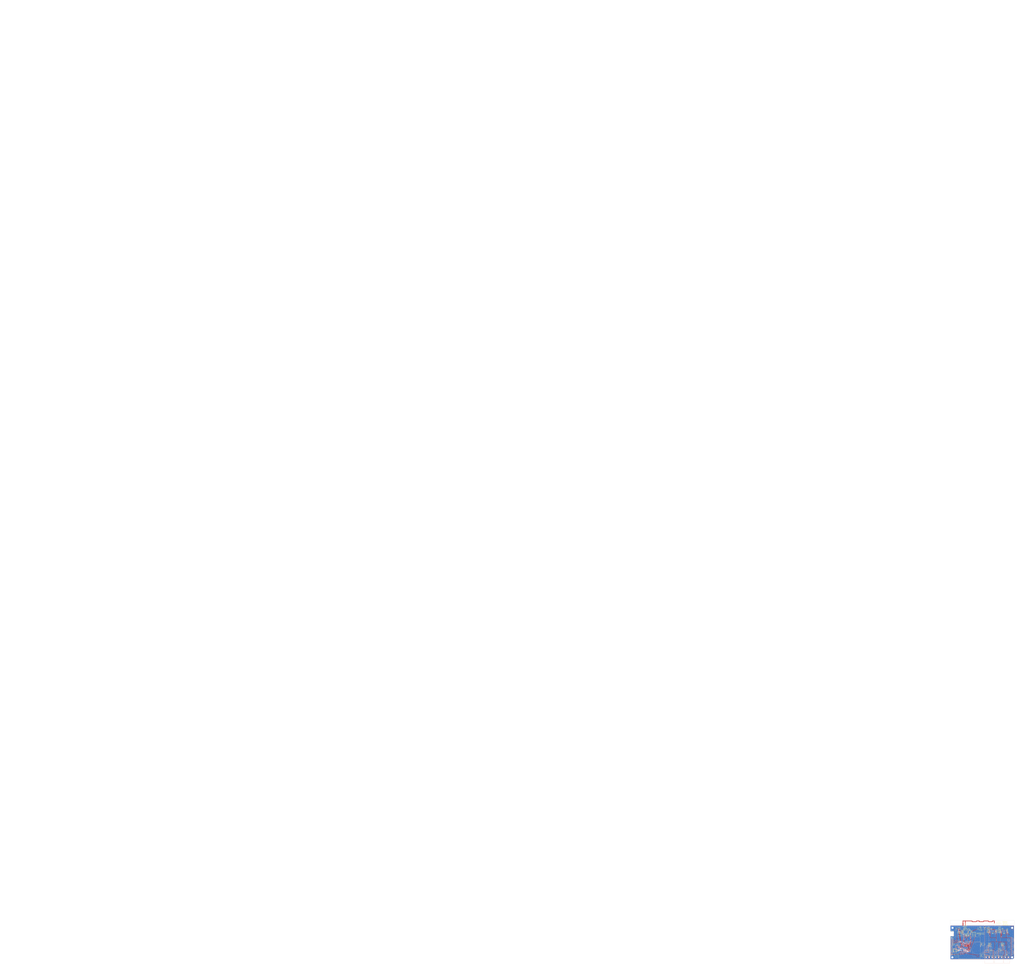
<source format=kicad_pcb>
(kicad_pcb (version 20210228) (generator pcbnew)
  (layers (0 "F.Cu" signal) (31 "B.Cu" signal) (36 "B.SilkS" user "B.Silkscreen") (37 "F.SilkS" user "F.Silkscreen") (38 "B.Mask" user) (39 "F.Mask" user) (44 "Edge.Cuts" user))
  (net 0 "")
  (net 1 "/ANT2")
  (net 2 "+BATT")
  (net 3 "GND")
  (net 4 "/ANT1")
  (net 5 "/RF2")
  (net 6 "/RF1")
  (net 7 "/5V_USB")
  (net 8 "+3.3V")
  (net 9 "Net-(C10-Pad1)")
  (net 10 "VCC")
  (net 11 "/CC_GDO0")
  (net 12 "/CC_CS")
  (net 13 "/CC_SCK")
  (net 14 "/CC_MISO")
  (net 15 "/CC_MOSI")
  (net 16 "/LCD_BCKLT")
  (net 17 "/UART_TX")
  (net 18 "/UART_RX")
  (net 19 "/D-")
  (net 20 "/D+")
  (net 21 "/SWDIO")
  (net 22 "/SWCLK")
  (net 23 "Net-(R3-Pad2)")
  (net 24 "Net-(XL3-PadH1)")
  (net 25 "Net-(XL3-PadH4)")
  (net 26 "Net-(BLN1-Pad1)")
  (net 27 "Net-(B1-PadA)")
  (net 28 "GNDPWR")
  (net 29 "PwrMCU")
  (net 30 "Net-(C6-Pad1)")
  (net 31 "/LCD_PWR")
  (net 32 "Net-(C9-Pad2)")
  (net 33 "Net-(C11-Pad1)")
  (net 34 "Net-(C12-Pad1)")
  (net 35 "Net-(C13-Pad1)")
  (net 36 "Net-(C21-Pad1)")
  (net 37 "Net-(C22-Pad1)")
  (net 38 "Net-(C27-Pad1)")
  (net 39 "Net-(C28-Pad1)")
  (net 40 "Net-(C31-Pad1)")
  (net 41 "Net-(C32-Pad1)")
  (net 42 "Net-(C33-Pad1)")
  (net 43 "Net-(C34-Pad2)")
  (net 44 "/L1IN")
  (net 45 "Net-(C35-Pad2)")
  (net 46 "Net-(C36-Pad1)")
  (net 47 "Net-(C38-Pad2)")
  (net 48 "Net-(C42-Pad1)")
  (net 49 "/5V_A")
  (net 50 "/5V_B")
  (net 51 "Net-(C43-Pad1)")
  (net 52 "Net-(DA2-Pad13)")
  (net 53 "Net-(DA2-Pad11)")
  (net 54 "Net-(DA2-Pad8)")
  (net 55 "Net-(DA2-Pad7)")
  (net 56 "Net-(DA3-Pad7)")
  (net 57 "Net-(DA3-Pad8)")
  (net 58 "Net-(DA3-Pad11)")
  (net 59 "Net-(DA3-Pad13)")
  (net 60 "/NPX_CTRL1")
  (net 61 "Net-(DA4-Pad4)")
  (net 62 "Net-(DA5-Pad4)")
  (net 63 "/NPX_CTRL2")
  (net 64 "/SCL_EE")
  (net 65 "/SDA_EE")
  (net 66 "Net-(DD2-Pad6)")
  (net 67 "/LCD_XCS")
  (net 68 "Net-(DD2-Pad34)")
  (net 69 "Net-(DD2-Pad26)")
  (net 70 "Net-(DD2-Pad27)")
  (net 71 "Net-(DD2-Pad28)")
  (net 72 "/LCD_SDA")
  (net 73 "/LCD_XRES")
  (net 74 "/LCD_SCLK")
  (net 75 "/MCO")
  (net 76 "/Btn1")
  (net 77 "/Btn2")
  (net 78 "/Btn3")
  (net 79 "/Btn4")
  (net 80 "Net-(DD3-Pad17)")
  (net 81 "/L2IN")
  (footprint "Radio:BALUN_JOHANSON868" (layer "F.Cu") (at 117.2 56 90)
    (fp_text reference "BLN1")
    (fp_text value "BALUN868JOHANSON" hide)
  )
  (footprint "Capacitors:CAP_0603" (layer "F.Cu") (at 186.9 100)
    (fp_text reference "C1")
    (fp_text value "0.1u")
  )
  (footprint "Capacitors:CAP_0603" (layer "F.Cu") (at 101.1 55 90)
    (fp_text reference "C3")
    (fp_text value "10n")
  )
  (footprint "Capacitors:CAP_0603" (layer "F.Cu") (at 108 61 90)
    (fp_text reference "C5")
    (fp_text value "0.1u")
  )
  (footprint "Capacitors:CAP_0603" (layer "F.Cu") (at 143.8 58 180)
    (fp_text reference "C6")
    (fp_text value "0.1u")
  )
  (footprint "Capacitors:CAP_0603" (layer "F.Cu") (at 136.6 63.3 -90)
    (fp_text reference "C8")
    (fp_text value "0.1u")
  )
  (footprint "Capacitors:CAP_0603" (layer "F.Cu") (at 142.846 63.3 90)
    (fp_text reference "C9")
    (fp_text value "10n")
  )
  (footprint "Capacitors:CAP_0603" (layer "F.Cu") (at 101.5 91.5 180)
    (fp_text reference "C21")
    (fp_text value "6.8pF")
  )
  (footprint "Capacitors:CAP_0603" (layer "F.Cu") (at 101.5 93.4 180)
    (fp_text reference "C22")
    (fp_text value "6.8pF")
  )
  (footprint "PCB:Hole3_5_out6mm" (layer "F.Cu") (at 95 54)
    (fp_text reference "HOLE1" hide)
    (fp_text value "HOLE_METALLED" hide)
  )
  (footprint "PCB:Hole3_5_out6mm" (layer "F.Cu") (at 94.7 103.9)
    (fp_text reference "HOLE2" hide)
    (fp_text value "HOLE_METALLED" hide)
  )
  (footprint "PCB:Hole3_5_out6mm" (layer "F.Cu") (at 195.9 103.9)
    (fp_text reference "HOLE3" hide)
    (fp_text value "HOLE_METALLED" hide)
  )
  (footprint "PCB:Hole3_5_out6mm" (layer "F.Cu") (at 195.9 54)
    (fp_text reference "HOLE4" hide)
    (fp_text value "HOLE_METALLED" hide)
  )
  (footprint "Inductors:IND_0402" (layer "F.Cu") (at 112.1 65.9 -90)
    (fp_text reference "L2")
    (fp_text value "BLM15AG102SN1")
  )
  (footprint "Pictures:Ostranna_12d7_10d1" (layer "F.Cu") (at 172.4 46.5)
    (fp_text reference "Logo1" hide)
    (fp_text value "Logo" hide)
  )
  (footprint "Resistors:RES_0603" (layer "F.Cu") (at 104 61 90)
    (fp_text reference "R1")
    (fp_text value "10k")
  )
  (footprint "Resistors:RES_0603" (layer "F.Cu") (at 106 61 -90)
    (fp_text reference "R2")
    (fp_text value "10k")
  )
  (footprint "Resistors:RES_0603" (layer "F.Cu") (at 141.246 63.3 90)
    (fp_text reference "R4")
    (fp_text value "20k")
  )
  (footprint "Resistors:RES_0603" (layer "F.Cu") (at 139.646 63.3 -90)
    (fp_text reference "R5")
    (fp_text value "12k")
  )
  (footprint "Resistors:RES_0603" (layer "F.Cu") (at 156.5 61.9 180)
    (fp_text reference "R8")
    (fp_text value "100k")
  )
  (footprint "Resistors:RES_0603" (layer "F.Cu") (at 175.3 61.9 180)
    (fp_text reference "R9")
    (fp_text value "100k")
  )
  (footprint "Resistors:RES_0603" (layer "F.Cu") (at 122.4 66.75 -90)
    (fp_text reference "R10")
    (fp_text value "20k")
  )
  (footprint "Resistors:RES_0603" (layer "F.Cu") (at 169 60.9 -90)
    (fp_text reference "R11")
    (fp_text value "2k")
  )
  (footprint "Connectors:PLS-6" (layer "F.Cu") (at 93.5 98.62 90)
    (fp_text reference "XL2" hide)
    (fp_text value "CONN_6" hide)
  )
  (footprint "Connectors:USBmicro_MOLEX_WM17142" (layer "F.Cu") (at 96.9 64)
    (fp_text reference "XL3" hide)
    (fp_text value "USB_Micro_B" hide)
  )
  (footprint "Resistors:RES_0603" (layer "F.Cu") (at 187.7 60.7 -90)
    (fp_text reference "R12")
    (fp_text value "2k")
  )
  (footprint "Resistors:RES_0603" (layer "F.Cu") (at 111.2 60.7 180)
    (fp_text reference "R13")
    (fp_text value "56k")
  )
  (footprint "Radio:ANT_868_IFA_SIMPLEJOY" (layer "F.Cu") (at 116.5 50.3)
    (fp_text reference "ANT1" hide)
    (fp_text value "ANT_GENERAL" hide)
  )
  (footprint "Capacitors:CAP_0805" (layer "F.Cu") (at 156.1 54.3 180)
    (fp_text reference "C23")
    (fp_text value "10u 16V")
  )
  (footprint "Capacitors:CAP_0805" (layer "F.Cu") (at 174.9 54.3 180)
    (fp_text reference "C24")
    (fp_text value "10u 16V")
  )
  (footprint "Capacitors:CAP_0805" (layer "F.Cu") (at 156.1 56.3 180)
    (fp_text reference "C25")
    (fp_text value "10u 16V")
  )
  (footprint "Capacitors:CAP_0805" (layer "F.Cu") (at 174.9 56.3 180)
    (fp_text reference "C26")
    (fp_text value "10u 16V")
  )
  (footprint "Capacitors:CAP_0603" (layer "F.Cu") (at 156.5 60.3 180)
    (fp_text reference "C27")
    (fp_text value "0.1u")
  )
  (footprint "Capacitors:CAP_0603" (layer "F.Cu") (at 175.3 60.3 180)
    (fp_text reference "C28")
    (fp_text value "0.1u")
  )
  (footprint "Capacitors:CAP_0603" (layer "F.Cu") (at 156.5 58.1)
    (fp_text reference "C29")
    (fp_text value "0.1u")
  )
  (footprint "Capacitors:CAP_0603" (layer "F.Cu") (at 175.3 58.1)
    (fp_text reference "C30")
    (fp_text value "0.1u")
  )
  (footprint "Capacitors:CAP_0603" (layer "F.Cu") (at 160.7 55.7)
    (fp_text reference "C31")
    (fp_text value "1u")
  )
  (footprint "Capacitors:CAP_0603" (layer "F.Cu") (at 179.5 55.7)
    (fp_text reference "C32")
    (fp_text value "1u")
  )
  (footprint "Capacitors:CAP_0603" (layer "F.Cu") (at 126.5 60.5 90)
    (fp_text reference "C33")
    (fp_text value "18pF")
  )
  (footprint "Capacitors:CAP_0603" (layer "F.Cu") (at 169 57.9 90)
    (fp_text reference "C34")
    (fp_text value "0.47u")
  )
  (footprint "Capacitors:CAP_0603" (layer "F.Cu") (at 187.7 57.7 90)
    (fp_text reference "C35")
    (fp_text value "0.47u")
  )
  (footprint "Capacitors:CAP_0603" (layer "F.Cu") (at 124.1 58.1)
    (fp_text reference "C36")
    (fp_text value "18pF")
  )
  (footprint "Capacitors:CAP_0603" (layer "F.Cu") (at 111.2 63.9 180)
    (fp_text reference "C37")
    (fp_text value "1u")
  )
  (footprint "Capacitors:CAP_0603" (layer "F.Cu") (at 118.7 66.7 90)
    (fp_text reference "C38")
    (fp_text value "0.1u")
  )
  (footprint "Capacitors:CAP_0603" (layer "F.Cu") (at 111.2 59.1 180)
    (fp_text reference "C39")
    (fp_text value "0.1u")
  )
  (footprint "Capacitors:CAP_0603" (layer "F.Cu") (at 114.3 56.3 180)
    (fp_text reference "C40")
    (fp_text value "0.1u")
  )
  (footprint "Capacitors:CAP_0603" (layer "F.Cu") (at 120.5 56.3)
    (fp_text reference "C41")
    (fp_text value "0.1u")
  )
  (footprint "Capacitors:CAP_0603" (layer "F.Cu") (at 157 81.9)
    (fp_text reference "C42")
    (fp_text value "470pF")
  )
  (footprint "Capacitors:CAP_0603" (layer "F.Cu") (at 178.6 81.4 180)
    (fp_text reference "C43")
    (fp_text value "470pF")
  )
  (footprint "Capacitors:CAP_0603" (layer "F.Cu") (at 121.7 61 -90)
    (fp_text reference "C44")
    (fp_text value "0.1u")
  )
  (footprint "Capacitors:CAP_0603" (layer "F.Cu") (at 117.1 66.7 -90)
    (fp_text reference "C45")
    (fp_text value "0.1u")
  )
  (footprint "Capacitors:CAP_0603" (layer "F.Cu") (at 111.2 62.3 180)
    (fp_text reference "C48")
    (fp_text value "0.1u")
  )
  (footprint "Capacitors:CAP_0603" (layer "F.Cu") (at 157 85.1)
    (fp_text reference "C53")
    (fp_text value "0.1u")
  )
  (footprint "Capacitors:CAP_0603" (layer "F.Cu") (at 178.6 84.6 180)
    (fp_text reference "C54")
    (fp_text value "0.1u")
  )
  (footprint "Capacitors:CAP_0402" (layer "F.Cu") (at 116.5 53.6 -90)
    (fp_text reference "C55")
    (fp_text value "100pF")
  )
  (footprint "Capacitors:CAP_0402" (layer "F.Cu") (at 114.8 51.9 180)
    (fp_text reference "C56")
    (fp_text value "2pF")
  )
  (footprint "Capacitors:CAP_0402" (layer "F.Cu") (at 118.2 50.9)
    (fp_text reference "C57")
    (fp_text value "DoNotMount" hide)
  )
  (footprint "Capacitors:CAP_0603" (layer "F.Cu") (at 160.094 92 90)
    (fp_text reference "C58")
    (fp_text value "0.1u")
  )
  (footprint "Capacitors:CAP_0603" (layer "F.Cu") (at 176.384 92 -90)
    (fp_text reference "C59")
    (fp_text value "0.1u")
  )
  (footprint "Diodes:SMA_DO214AC" (layer "F.Cu") (at 149.4 55)
    (fp_text reference "D1")
    (fp_text value "SS14")
  )
  (footprint "Diodes:SMA_DO214AC" (layer "F.Cu") (at 142.8 55 180)
    (fp_text reference "D2")
    (fp_text value "SS14")
  )
  (footprint "SO_DIL_TSSOP:SO8_150MIL" (layer "F.Cu") (at 146.646 63.2588)
    (fp_text reference "DA1")
    (fp_text value "LP2951")
  )
  (footprint "SO_DIL_TSSOP:HTSSOP14" (layer "F.Cu") (at 163.05 59.45)
    (fp_text reference "DA2")
    (fp_text value "LM3150")
  )
  (footprint "SO_DIL_TSSOP:HTSSOP14" (layer "F.Cu") (at 181.85 59.45)
    (fp_text reference "DA3")
    (fp_text value "LM3150")
  )
  (footprint "SOT:SOT23-5" (layer "F.Cu") (at 157.094 92 180)
    (fp_text reference "DA4")
    (fp_text value "MC74VHC1")
  )
  (footprint "SOT:SOT23-5" (layer "F.Cu") (at 173.5 92 180)
    (fp_text reference "DA5")
    (fp_text value "MC74VHC1")
  )
  (footprint "SO_DIL_TSSOP:SO8_150MIL" (layer "F.Cu") (at 106 55 180)
    (fp_text reference "DD1")
    (fp_text value "24C08")
  )
  (footprint "QFN_DFN:QFN20" (layer "F.Cu") (at 117 61.05 90)
    (fp_text reference "DD3")
    (fp_text value "CC1101")
  )
  (footprint "PCB:FuseShorted" (layer "F.Cu") (at 149.5 51.5)
    (fp_text reference "F1" hide)
    (fp_text value "Fuse0R" hide)
  )
  (footprint "Inductors:IND_0402" (layer "F.Cu") (at 116.5 51.4 -90)
    (fp_text reference "L5")
    (fp_text value "1.2nH")
  )
  (footprint "Resistors:RES_0603" (layer "F.Cu") (at 138.3 56 90)
    (fp_text reference "R7")
    (fp_text value "1k")
  )
  (footprint "Resistors:RES_0603" (layer "F.Cu") (at 157 83.5)
    (fp_text reference "R14")
    (fp_text value "75k")
  )
  (footprint "Resistors:RES_0603" (layer "F.Cu") (at 157 80.3 180)
    (fp_text reference "R15")
    (fp_text value "10k")
  )
  (footprint "Resistors:RES_0603" (layer "F.Cu") (at 178.6 83 180)
    (fp_text reference "R16")
    (fp_text value "75k")
  )
  (footprint "Resistors:RES_0603" (layer "F.Cu") (at 178.6 79.8)
    (fp_text reference "R17")
    (fp_text value "10k")
  )
  (footprint "BtnsSwitches:BTN_6x6_4x4" (layer "F.Cu") (at 101.5 81.5 90)
    (fp_text reference "SW1")
    (fp_text value "BUTTON" hide)
  )
  (footprint "BtnsSwitches:BTN_6x6_4x4" (layer "F.Cu") (at 101.5 100.5 90)
    (fp_text reference "SW2")
    (fp_text value "BUTTON" hide)
  )
  (footprint "BtnsSwitches:BTN_6x6_4x4" (layer "F.Cu") (at 146 81.5 -90)
    (fp_text reference "SW3")
    (fp_text value "BUTTON")
  )
  (footprint "BtnsSwitches:BTN_6x6_4x4" (layer "F.Cu") (at 146 100.5 -90)
    (fp_text reference "SW4")
    (fp_text value "BUTTON")
  )
  (footprint "PCB:TESTPOINT_1MM" (layer "F.Cu") (at 120.6 66.7)
    (fp_text reference "TP2" hide)
    (fp_text value "TESTPOINT" hide)
  )
  (footprint "PCB:TESTPOINT_1MM" (layer "F.Cu") (at 157.094 88.5 -90)
    (fp_text reference "TP3" hide)
    (fp_text value "TESTPOINT" hide)
  )
  (footprint "PCB:TESTPOINT_1MM" (layer "F.Cu") (at 173.5 88.5 -90)
    (fp_text reference "TP4" hide)
    (fp_text value "TESTPOINT" hide)
  )
  (footprint "Connectors:NOKIA_10PIN" (layer "F.Cu") (at 131.257 64.1607)
    (fp_text reference "XL4" hide)
    (fp_text value "CONN_NOKIA_LCD" hide)
  )
  (footprint "Connectors:PLS-5" (layer "F.Cu") (at 93.5 72.174 -90)
    (fp_text reference "XL5" hide)
    (fp_text value "CONN_5" hide)
  )
  (footprint "Quartz:03225C4" (layer "F.Cu") (at 124.1 61 90)
    (fp_text reference "XTAL3")
    (fp_text value "27MHz")
  )
  (footprint "Capacitors:CAP_0603" (layer "B.Cu") (at 99.7 89.2 90)
    (fp_text reference "C10")
    (fp_text value "18pF")
  )
  (footprint "Capacitors:CAP_0603" (layer "B.Cu") (at 102.7 83.6 180)
    (fp_text reference "C11")
    (fp_text value "18pF")
  )
  (footprint "Capacitors:CAP_0603" (layer "B.Cu") (at 117.8 79.3 90)
    (fp_text reference "C12")
    (fp_text value "2u2")
  )
  (footprint "Capacitors:CAP_0603" (layer "B.Cu") (at 124.6 91.5)
    (fp_text reference "C13")
    (fp_text value "2u2")
  )
  (footprint "Capacitors:CAP_0603" (layer "B.Cu") (at 108.1 96.4 90)
    (fp_text reference "C14")
    (fp_text value "0.1u")
  )
  (footprint "Capacitors:CAP_0603" (layer "B.Cu") (at 121 79.3 -90)
    (fp_text reference "C15")
    (fp_text value "10u")
  )
  (footprint "Capacitors:CAP_0603" (layer "B.Cu") (at 119.4 79.3 90)
    (fp_text reference "C16")
    (fp_text value "0.1u")
  )
  (footprint "Capacitors:CAP_0603" (layer "B.Cu") (at 124.6 93.1)
    (fp_text reference "C17")
    (fp_text value "0.1u")
  )
  (footprint "Capacitors:CAP_0603" (layer "B.Cu") (at 111.835 97.141)
    (fp_text reference "C18")
    (fp_text value "0.1u")
  )
  (footprint "Capacitors:CAP_0603" (layer "B.Cu") (at 112 79.3 90)
    (fp_text reference "C19")
    (fp_text value "0.1u")
  )
  (footprint "Inductors:IND_0402" (layer "B.Cu") (at 122.9 80.2)
    (fp_text reference "L1")
    (fp_text value "BLM15AG102SN1")
  )
  (footprint "Resistors:RES_0603" (layer "B.Cu") (at 124.6 88.3)
    (fp_text reference "R3")
    (fp_text value "100R")
  )
  (footprint "PCB:TESTPOINT_1MM" (layer "B.Cu") (at 123.7 89.9)
    (fp_text reference "TP1" hide)
    (fp_text value "TESTPOINT" hide)
  )
  (footprint "Quartz:0503x4-4" (layer "B.Cu") (at 102.7 87.7 90)
    (fp_text reference "XTAL1")
    (fp_text value "12MHz")
  )
  (footprint "Installation:BATTERY_CH7410" (layer "B.Cu") (at 137.5 88.5 -90)
    (fp_text reference "B1" hide)
    (fp_text value "BAT" hide)
  )
  (footprint "Capacitors:CAP_10xxR" (layer "B.Cu") (at 194 95.5)
    (fp_text reference "C2")
    (fp_text value "1000u")
  )
  (footprint "Capacitors:CAP_10xxR" (layer "B.Cu") (at 194 74.5)
    (fp_text reference "C4")
    (fp_text value "1000u")
  )
  (footprint "Capacitors:CAP_10xxR" (layer "B.Cu") (at 194 85)
    (fp_text reference "C7")
    (fp_text value "1000u")
  )
  (footprint "Capacitors:CAP_0603" (layer "B.Cu") (at 107 86.2 90)
    (fp_text reference "C20")
    (fp_text value "0.1u")
  )
  (footprint "Capacitors:CAP_10xxR" (layer "B.Cu") (at 162.5 96.5)
    (fp_text reference "C46")
    (fp_text value "1000u")
  )
  (footprint "Capacitors:CAP_10xxR" (layer "B.Cu") (at 178.5 87.5)
    (fp_text reference "C47")
    (fp_text value "1000u")
  )
  (footprint "Capacitors:CAP_10xxR" (layer "B.Cu") (at 152 96.5 90)
    (fp_text reference "C49")
    (fp_text value "1000u")
  )
  (footprint "Capacitors:CAP_10xxR" (layer "B.Cu") (at 183.5 96.5)
    (fp_text reference "C50")
    (fp_text value "1000u")
  )
  (footprint "Capacitors:CAP_10xxR" (layer "B.Cu") (at 157 87.5 180)
    (fp_text reference "C51")
    (fp_text value "1000u")
  )
  (footprint "Capacitors:CAP_10xxR" (layer "B.Cu") (at 173 96.5 180)
    (fp_text reference "C52")
    (fp_text value "1000u")
  )
  (footprint "LQFP_TQFP:LQFP64" (layer "B.Cu") (at 115.2 88.8)
    (fp_text reference "DD2")
    (fp_text value "STM32F205Rx-64")
  )
  (footprint "Inductors:13x13" (layer "B.Cu") (at 163 74.5 90)
    (fp_text reference "L3")
    (fp_text value "4.7uH")
  )
  (footprint "Inductors:13x13" (layer "B.Cu") (at 182 74.5 90)
    (fp_text reference "L4")
    (fp_text value "4.7uH")
  )
  (footprint "SO_DIL_TSSOP:SO8_150MIL" (layer "B.Cu") (at 168.5 63.5 90)
    (fp_text reference "Q1")
    (fp_text value "IRF8714")
  )
  (footprint "SO_DIL_TSSOP:SO8_150MIL" (layer "B.Cu") (at 157.5 63.5 90)
    (fp_text reference "Q2")
    (fp_text value "IRF8714")
  )
  (footprint "SO_DIL_TSSOP:SO8_150MIL" (layer "B.Cu") (at 176.5 63.5 -90)
    (fp_text reference "Q3")
    (fp_text value "IRF8714")
  )
  (footprint "SO_DIL_TSSOP:SO8_150MIL" (layer "B.Cu") (at 187.5 63.5 -90)
    (fp_text reference "Q4")
    (fp_text value "IRF8714")
  )
  (footprint "Resistors:RES_0603" (layer "B.Cu") (at 105.4 86.2 -90)
    (fp_text reference "R6")
    (fp_text value "1k")
  )
  (footprint "Connectors:TermiBlockHeader_508_x2_R" (layer "B.Cu") (at 187 104 180)
    (fp_text reference "XL1")
    (fp_text value "CONN_2" hide)
  )
  (footprint "Connectors:TermiBlockHeader_508_x3_R" (layer "B.Cu") (at 154.5 104 180)
    (fp_text reference "XL6")
    (fp_text value "CONN_3" hide)
  )
  (footprint "Connectors:TermiBlockHeader_508_x3_R" (layer "B.Cu") (at 170.5 104 180)
    (fp_text reference "XL7")
    (fp_text value "CONN_3" hide)
  )
  (footprint "Quartz:KX26" (layer "B.Cu") (at 99.1 92.5)
    (fp_text reference "XTAL2")
    (fp_text value "32768")
  )
  (gr_line (start 165.6 107.3) (end 165.6 101.2) (layer "F.SilkS") (width 0.15))
  (gr_line (start 149.9 101.2) (end 164 101.2) (layer "F.SilkS") (width 0.15))
  (gr_line (start 165.6 101.2) (end 180 101.2) (layer "F.SilkS") (width 0.15))
  (gr_line (start 105.257079 106.160698) (end 105.257079 69.160698) (layer "F.SilkS") (width 0.15))
  (gr_line (start 142.257079 69.160698) (end 142.257079 106.160698) (layer "F.SilkS") (width 0.15))
  (gr_line (start 134.257079 69.160698) (end 134.257079 61.160698) (layer "F.SilkS") (width 0.15))
  (gr_line (start 105.257079 69.160698) (end 142.257079 69.160698) (layer "F.SilkS") (width 0.15))
  (gr_line (start 149.9 107.3) (end 149.9 101.2) (layer "F.SilkS") (width 0.15))
  (gr_line (start 164 101.2) (end 164 107.3) (layer "F.SilkS") (width 0.15))
  (gr_line (start 142.257079 106.160698) (end 105.257079 106.160698) (layer "F.SilkS") (width 0.15))
  (gr_line (start 142.257079 77.160698) (end 105.257079 77.160698) (layer "F.SilkS") (width 0.15))
  (gr_line (start 134.257079 61.160698) (end 128.257079 61.160698) (layer "F.SilkS") (width 0.15))
  (gr_line (start 128.257079 69.160698) (end 128.257079 61.160698) (layer "F.SilkS") (width 0.15))
  (gr_line (start 180 101.2) (end 180 107.3) (layer "F.SilkS") (width 0.15))
  (gr_line (start 96.9 67.9) (end 91.3 67.9) (layer "Edge.Cuts") (width 0.15))
  (gr_line (start 199.3 41.3) (end 199.3 107.3) (angle 90) (layer "Edge.Cuts") (width 0.15))
  (gr_line (start 91.3 41.3) (end 199.3 41.3) (angle 90) (layer "Edge.Cuts") (width 0.15))
  (gr_line (start 96.9 60.1) (end 96.9 67.9) (layer "Edge.Cuts") (width 0.15))
  (gr_line (start 91.3 67.9) (end 91.3 107.3) (layer "Edge.Cuts") (width 0.15))
  (gr_line (start 91.3 60.1) (end 96.9 60.1) (layer "Edge.Cuts") (width 0.15))
  (gr_line (start 91.3 41.3) (end 91.3 60.1) (layer "Edge.Cuts") (width 0.15))
  (gr_line (start 199.3 107.3) (end 91.3 107.3) (angle 90) (layer "Edge.Cuts") (width 0.15))
  (gr_text "GND" (at 148 103.9) (layer "B.SilkS") (effects (font (size 0.6 0.6)) (justify mirror)))
  (gr_text "+12" (at 189.9 101.3) (layer "B.SilkS") (effects (font (size 0.6 0.6)) (justify mirror)))
  (gr_text "Pwr\nMCU" (at 95.8 82.9) (layer "B.SilkS") (effects (font (size 0.6 0.6)) (justify mirror)))
  (gr_text "PB0" (at 95.8 79.9) (layer "B.SilkS") (effects (font (size 0.6 0.6)) (justify mirror)))
  (gr_text "+5" (at 178.2 101.2) (layer "B.SilkS") (effects (font (size 0.6 0.6)) (justify mirror)))
  (gr_text "PB1" (at 95.8 77.3) (layer "B.SilkS") (effects (font (size 0.6 0.6)) (justify mirror)))
  (gr_text "GND" (at 168 101.3) (layer "B.SilkS") (effects (font (size 0.6 0.6)) (justify mirror)))
  (gr_text "PB2" (at 95.8 74.7) (layer "B.SilkS") (effects (font (size 0.6 0.6)) (justify mirror)))
  (gr_text "GND" (at 95.8 72.4) (layer "B.SilkS") (effects (font (size 0.6 0.6)) (justify mirror)))
  (gr_text "DataA" (at 157 101.8) (layer "F.SilkS") (effects (font (size 0.6 0.6))))
  (gr_text "PB2" (at 95.8 74.7) (layer "F.SilkS") (effects (font (size 0.6 0.6))))
  (gr_text "PB0" (at 95.8 79.9) (layer "F.SilkS") (effects (font (size 0.6 0.6))))
  (gr_text "+5V_B" (at 177.9 101.9) (layer "F.SilkS") (effects (font (size 0.6 0.6))))
  (gr_text "GND" (at 152 101.7) (layer "F.SilkS") (effects (font (size 0.6 0.6))))
  (gr_text "GND" (at 95.8 72.3) (layer "F.SilkS") (effects (font (size 0.6 0.6))))
  (gr_text "Pwr\nMCU" (at 95.8 82.6) (layer "F.SilkS") (effects (font (size 0.6 0.6))))
  (gr_text "Ostranna" (at 183.6 43.8) (layer "F.SilkS") (effects (font (size 2 1.2) (thickness 0.2) italic)))
  (gr_text "Debug" (at 96.4 92.2 90) (layer "F.SilkS") (effects (font (size 1.5 1.5) (thickness 0.3) italic)))
  (gr_text "+12" (at 189.5 101.8) (layer "F.SilkS") (effects (font (size 0.6 0.6))))
  (gr_text "GND" (at 168 101.8) (layer "F.SilkS") (effects (font (size 0.6 0.6))))
  (gr_text "DataB" (at 173.2 101.8) (layer "F.SilkS") (effects (font (size 0.6 0.6))))
  (gr_text "Aldu" (at 184.4 48.1) (layer "F.SilkS") (effects (font (size 4 3) (thickness 0.3) italic)))
  (gr_text "+5V_A" (at 161.9 101.8) (layer "F.SilkS") (effects (font (size 0.6 0.6))))
  (gr_text "1.0" (at 191.1 49.6) (layer "F.SilkS") (effects (font (size 1 1) (thickness 0.15) italic)))
  (gr_text "GND" (at 183.8 102) (layer "F.SilkS") (effects (font (size 0.6 0.6))))
  (gr_text "PB1" (at 95.8 77.3) (layer "F.SilkS") (effects (font (size 0.6 0.6))))
  (segment (start 116.5 50.9) (end 116.5 46.05) (width 0.6) (layer "F.Cu") (net 1))
  (segment (start 162.2059 43.5434) (end 162.45 42.915) (width 0.22) (layer "F.Cu") (net 1))
  (segment (start 116.5 50.9) (end 117.7 50.9) (width 0.6) (layer "F.Cu") (net 1))
  (segment (start 159.17 43.53) (end 162.2059 43.5434) (width 0.22) (layer "F.Cu") (net 1))
  (segment (start 176.3415 58.15) (end 176.5065 58.15) (width 0.33) (layer "F.Cu") (net 2))
  (segment (start 157.5415 58.358) (end 157.7065 58.358) (width 0.33) (layer "F.Cu") (net 2))
  (segment (start 157.262 58.1) (end 157.5415 58.358) (width 0.33) (layer "F.Cu") (net 2))
  (segment (start 188.54 103) (end 188.29 102.75) (width 0.5) (layer "F.Cu") (net 2))
  (segment (start 175.916 55.6015) (end 175.916 55.8515) (width 0.5) (layer "F.Cu") (net 2))
  (segment (start 175.916 54.7485) (end 175.916 54.9985) (width 0.5) (layer "F.Cu") (net 2))
  (segment (start 175.989 56.9985) (end 175.989 57.592) (width 0.5) (layer "F.Cu") (net 2))
  (segment (start 157.116 55.6015) (end 157.116 55.8515) (width 0.5) (layer "F.Cu") (net 2))
  (segment (start 157.4375 54.6506) (end 157.116 54.3) (width 0.5) (layer "F.Cu") (net 2))
  (segment (start 157.116 55.8515) (end 157.116 56.3) (width 0.5) (layer "F.Cu") (net 2))
  (segment (start 175.989 57.592) (end 175.989 57.842) (width 0.5) (layer "F.Cu") (net 2))
  (segment (start 188.1065 100.508) (end 187.8565 100.258) (width 0.5) (layer "F.Cu") (net 2))
  (segment (start 174.75 62.5036) (end 174.75 62.4) (width 0.5) (layer "F.Cu") (net 2))
  (segment (start 155.95 62.15) (end 155.95 62.4) (width 0.5) (layer "F.Cu") (net 2))
  (segment (start 158.8196 58.425) (end 159.1308 58.15) (width 0.33) (layer "F.Cu") (net 2))
  (segment (start 175.989 57.842) (end 176.062 58.1) (width 0.5) (layer "F.Cu") (net 2))
  (segment (start 189.54 104) (end 188.54 103) (width 0.5) (layer "F.Cu") (net 2))
  (segment (start 177.1787 57.1684) (end 176.5911 56.7485) (width 0.5) (layer "F.Cu") (net 2))
  (segment (start 176.5911 56.7485) (end 176.4875 56.7485) (width 0.5) (layer "F.Cu") (net 2))
  (segment (start 175.916 54.9985) (end 175.916 55.6015) (width 0.5) (layer "F.Cu") (net 2))
  (segment (start 158.3576 54.6506) (end 157.6875 54.6506) (width 0.5) (layer "F.Cu") (net 2))
  (segment (start 174.75 62.4) (end 174.75 62.15) (width 0.5) (layer "F.Cu") (net 2))
  (segment (start 158.441 57.511) (end 158.2866 57.3517) (width 0.5) (layer "F.Cu") (net 2))
  (segment (start 175.916 54.3) (end 175.916 54.7485) (width 0.5) (layer "F.Cu") (net 2))
  (segment (start 157.6875 54.6506) (end 157.4375 54.6506) (width 0.5) (layer "F.Cu") (net 2))
  (segment (start 176.4875 56.7485) (end 176.2375 56.7485) (width 0.5) (layer "F.Cu") (net 2))
  (segment (start 188.29 102.75) (end 188.1065 100.508) (width 0.5) (layer "F.Cu") (net 2))
  (segment (start 175.916 56.3) (end 175.989 56.7485) (width 0.5) (layer "F.Cu") (net 2))
  (segment (start 157.116 54.3) (end 157.116 54.7485) (width 0.5) (layer "F.Cu") (net 2))
  (segment (start 175.989 56.7485) (end 175.989 56.9985) (width 0.5) (layer "F.Cu") (net 2))
  (segment (start 152.0545 54.6516) (end 152.3045 54.6516) (width 0.5) (layer "F.Cu") (net 2))
  (segment (start 187.8565 100.258) (end 187.662 100) (width 0.5) (layer "F.Cu") (net 2))
  (segment (start 174.75 62.15) (end 174.55 61.9) (width 0.5) (layer "F.Cu") (net 2))
  (segment (start 157.116 56.3) (end 157.189 56.7485) (width 0.5) (layer "F.Cu") (net 2))
  (segment (start 159.4 58.15) (end 160.08 58.15) (width 0.33) (layer "F.Cu") (net 2))
  (segment (start 158.0624 58.425) (end 158.8196 58.425) (width 0.33) (layer "F.Cu") (net 2))
  (segment (start 155.95 62.4) (end 155.95 62.5036) (width 0.5) (layer "F.Cu") (net 2))
  (segment (start 157.4375 56.7485) (end 157.116 56.3) (width 0.5) (layer "F.Cu") (net 2))
  (segment (start 151.305 55) (end 152.0545 54.6516) (width 0.5) (layer "F.Cu") (net 2))
  (segment (start 157.116 54.7485) (end 157.116 54.9985) (width 0.5) (layer "F.Cu") (net 2))
  (segment (start 157.189 56.7485) (end 157.189 56.9985) (width 0.5) (layer "F.Cu") (net 2))
  (segment (start 155.75 61.9) (end 155.95 62.15) (width 0.5) (layer "F.Cu") (net 2))
  (segment (start 157.189 56.9985) (end 157.189 57.592) (width 0.5) (layer "F.Cu") (net 2))
  (segment (start 157.9468 57.0119) (end 157.6875 56.9985) (width 0.5) (layer "F.Cu") (net 2))
  (segment (start 158.2866 57.3517) (end 157.9468 57.0119) (width 0.5) (layer "F.Cu") (net 2))
  (segment (start 176.5065 58.15) (end 178.2 58.15) (width 0.33) (layer "F.Cu") (net 2))
  (segment (start 176.2375 56.7485) (end 175.916 56.3) (width 0.5) (layer "F.Cu") (net 2))
  (segment (start 175.916 55.8515) (end 175.916 56.3) (width 0.5) (layer "F.Cu") (net 2))
  (segment (start 157.7065 58.358) (end 158.0624 58.425) (width 0.33) (layer "F.Cu") (net 2))
  (segment (start 155.95 62.5036) (end 156.3549 63.0703) (width 0.5) (layer "F.Cu") (net 2))
  (segment (start 157.189 57.842) (end 157.262 58.1) (width 0.5) (layer "F.Cu") (net 2))
  (segment (start 178.2 58.15) (end 178.88 58.15) (width 0.33) (layer "F.Cu") (net 2))
  (segment (start 157.189 57.592) (end 157.189 57.842) (width 0.5) (layer "F.Cu") (net 2))
  (segment (start 159.1308 58.15) (end 159.4 58.15) (width 0.33) (layer "F.Cu") (net 2))
  (segment (start 176.062 58.1) (end 176.3415 58.15) (width 0.33) (layer "F.Cu") (net 2))
  (segment (start 175.1267 63.1439) (end 174.75 62.5036) (width 0.5) (layer "F.Cu") (net 2))
  (segment (start 157.116 54.9985) (end 157.116 55.6015) (width 0.5) (layer "F.Cu") (net 2))
  (segment (start 152.3045 54.6516) (end 153.1198 54.6516) (width 0.5) (layer "F.Cu") (net 2))
  (segment (start 157.6875 56.9985) (end 157.4375 56.7485) (width 0.5) (layer "F.Cu") (net 2))
  (via (at 153.1198 54.6516) (size 0.9) (drill 0.4) (layers "F.Cu" "B.Cu") (net 2))
  (via (at 177.1787 57.1684) (size 0.9) (drill 0.4) (layers "F.Cu" "B.Cu") (net 2))
  (via (at 175.1267 63.1439) (size 0.9) (drill 0.4) (layers "F.Cu" "B.Cu") (net 2))
  (via (at 158.441 57.511) (size 0.9) (drill 0.4) (layers "F.Cu" "B.Cu") (net 2))
  (via (at 156.3549 63.0703) (size 0.9) (drill 0.4) (layers "F.Cu" "B.Cu") (net 2))
  (via (at 158.3576 54.6506) (size 0.9) (drill 0.4) (layers "F.Cu" "B.Cu") (net 2))
  (segment (start 173.2094 65.405) (end 173.706 65.405) (width 0.5) (layer "B.Cu") (net 2))
  (segment (start 172.5574 65.405) (end 172.5517 74.4969) (width 0.5) (layer "B.Cu") (net 2))
  (segment (start 171.7906 64.135) (end 172.4409 64.135) (width 0.5) (layer "B.Cu") (net 2))
  (segment (start 171.294 64.135) (end 171.7906 64.135) (width 0.5) (layer "B.Cu") (net 2))
  (segment (start 172.5505 61.2802) (end 172.1054 60.8351) (width 0.5) (layer "B.Cu") (net 2))
  (segment (start 191.5 85.5) (end 191.5 85) (width 0.5) (layer "B.Cu") (net 2))
  (segment (start 174.2026 61.595) (end 177.1787 57.1684) (width 0.5) (layer "B.Cu") (net 2))
  (segment (start 172.538 63.1746) (end 172.538 62.865) (width 0.5) (layer "B.Cu") (net 2))
  (segment (start 172.4409 63.8167) (end 172.538 63.1746) (width 0.5) (layer "B.Cu") (net 2))
  (segment (start 190.79 102.6464) (end 190.79 102.75) (width 0.5) (layer "B.Cu") (net 2))
  (segment (start 172.538 62.5869) (end 172.5505 61.618) (width 0.5) (layer "B.Cu") (net 2))
  (segment (start 190.75 96.25) (end 190.75 96.3536) (width 0.5) (layer "B.Cu") (net 2))
  (segment (start 173.706 61.595) (end 174.2026 61.595) (width 0.5) (layer "B.Cu") (net 2))
  (segment (start 191.5 84.25) (end 191.5 75.25) (width 0.5) (layer "B.Cu") (net 2))
  (segment (start 172.4409 64.135) (end 173.2094 64.135) (width 0.5) (layer "B.Cu") (net 2))
  (segment (start 156.3549 63.0703) (end 157.4284 59.2656) (width 0.5) (layer "B.Cu") (net 2))
  (segment (start 171.294 65.405) (end 171.7906 65.405) (width 0.5) (layer "B.Cu") (net 2))
  (segment (start 191.5 84.5) (end 191.5 84.25) (width 0.5) (layer "B.Cu") (net 2))
  (segment (start 172.5574 65.405) (end 173.2094 65.405) (width 0.5) (layer "B.Cu") (net 2))
  (segment (start 172.5574 65.0874) (end 172.4409 64.4533) (width 0.5) (layer "B.Cu") (net 2))
  (segment (start 171.7906 65.405) (end 172.5574 65.405) (width 0.5) (layer "B.Cu") (net 2))
  (segment (start 191.5 95.5) (end 191.5 95) (width 0.5) (layer "B.Cu") (net 2))
  (segment (start 191.5 75.25) (end 191.5 75) (width 0.5) (layer "B.Cu") (net 2))
  (segment (start 171.294 61.595) (end 171.7906 61.595) (width 0.5) (layer "B.Cu") (net 2))
  (segment (start 174.2026 64.135) (end 175.1267 63.1439) (width 0.5) (layer "B.Cu") (net 2))
  (segment (start 173.2094 61.595) (end 173.706 61.595) (width 0.5) (layer "B.Cu") (net 2))
  (segment (start 191.5 95.5) (end 191 96) (width 0.5) (layer "B.Cu") (net 2))
  (segment (start 172.4409 64.135) (end 172.4409 63.8167) (width 0.5) (layer "B.Cu") (net 2))
  (segment (start 172.1054 60.8351) (end 168.0172 58.4833) (width 0.5) (layer "B.Cu") (net 2))
  (segment (start 164.7903 57.3699) (end 161.7903 57.3699) (width 0.5) (layer "B.Cu") (net 2))
  (segment (start 172.4409 64.4533) (end 172.4409 64.135) (width 0.5) (layer "B.Cu") (net 2))
  (segment (start 171.7906 61.595) (end 172.5505 61.618) (width 0.5) (layer "B.Cu") (net 2))
  (segment (start 191.5 95) (end 191.5 94.75) (width 0.5) (layer "B.Cu") (net 2))
  (segment (start 172.5505 61.618) (end 173.2094 61.595) (width 0.5) (layer "B.Cu") (net 2))
  (segment (start 157.4284 59.2656) (end 158.441 57.511) (width 0.5) (layer "B.Cu") (net 2))
  (segment (start 190.54 103) (end 189.54 104) (width 0.5) (layer "B.Cu") (net 2))
  (segment (start 172.538 62.865) (end 172.538 62.5869) (width 0.5) (layer "B.Cu") (net 2))
  (segment (start 173.2094 62.865) (end 173.706 62.865) (width 0.5) (layer "B.Cu") (net 2))
  (segment (start 161.7903 57.3699) (end 161.3097 57.3699) (width 0.5) (layer "B.Cu") (net 2))
  (segment (start 172.5505 61.618) (end 172.5505 61.2802) (width 0.5) (layer "B.Cu") (net 2))
  (segment (start 172.5574 65.405) (end 172.5574 65.0874) (width 0.5) (layer "B.Cu") (net 2))
  (segment (start 190.79 102.75) (end 190.54 103) (width 0.5) (layer "B.Cu") (net 2))
  (segment (start 191.5 94.75) (end 191.5 85.75) (width 0.5) (layer "B.Cu") (net 2))
  (segment (start 190.75 96.3536) (end 190.79 102.6464) (width 0.5) (layer "B.Cu") (net 2))
  (segment (start 191.5 75) (end 191.5 74.5) (width 0.5) (layer "B.Cu") (net 2))
  (segment (start 171.294 62.865) (end 171.7906 62.865) (width 0.5) (layer "B.Cu") (net 2))
  (segment (start 172.538 62.865) (end 173.2094 62.865) (width 0.5) (layer "B.Cu") (net 2))
  (segment (start 161.3097 57.3699) (end 158.441 57.511) (width 0.5) (layer "B.Cu") (net 2))
  (segment (start 173.706 64.135) (end 174.2026 64.135) (width 0.5) (layer "B.Cu") (net 2))
  (segment (start 191.5 85.75) (end 191.5 85.5) (width 0.5) (layer "B.Cu") (net 2))
  (segment (start 172.5517 74.4969) (end 191.5 74.5) (width 0.5) (layer "B.Cu") (net 2))
  (segment (start 191 96) (end 190.75 96.25) (width 0.5) (layer "B.Cu") (net 2))
  (segment (start 153.1198 54.6516) (end 158.3576 54.6506) (width 0.5) (layer "B.Cu") (net 2))
  (segment (start 173.2094 64.135) (end 173.706 64.135) (width 0.5) (layer "B.Cu") (net 2))
  (segment (start 168.0172 58.4833) (end 164.7903 57.3699) (width 0.5) (layer "B.Cu") (net 2))
  (segment (start 191.5 85) (end 191.5 84.5) (width 0.5) (layer "B.Cu") (net 2))
  (segment (start 171.7906 62.865) (end 172.538 62.865) (width 0.5) (layer "B.Cu") (net 2))
  (segment (start 110.8176 54.0859) (end 109.8188 51.7584) (width 0.5) (layer "F.Cu") (net 3))
  (segment (start 127.1116 59.9325) (end 127.008 59.9325) (width 0.5) (layer "F.Cu") (net 3))
  (segment (start 147.85 98) (end 147.85 103) (width 0.5) (layer "F.Cu") (net 3))
  (segment (start 107.742 61.9565) (end 108 61.762) (width 0.5) (layer "F.Cu") (net 3))
  (segment (start 136.342 64.5065) (end 136.342 64.2565) (width 0.5) (layer "F.Cu") (net 3))
  (segment (start 117.8392 55.34) (end 117.8392 55.175) (width 0.33) (layer "F.Cu") (net 3))
  (segment (start 122.4876 99.4788) (end 126.9488 100.0849) (width 0.5) (layer "F.Cu") (net 3))
  (segment (start 100.738 93.142) (end 100.738 93.4) (width 0.5) (layer "F.Cu") (net 3))
  (segment (start 108.258 61.9565) (end 108.508 61.9565) (width 0.5) (layer "F.Cu") (net 3))
  (segment (start 98.1199 65.5) (end 98.1199 66.1701) (width 0.33) (layer "F.Cu") (net 3))
  (segment (start 129.7647 53.9279) (end 126.3032 57.6216) (width 0.5) (layer "F.Cu") (net 3))
  (segment (start 111.7945 51.7584) (end 112.2903 51.5311) (width 0.5) (layer "F.Cu") (net 3))
  (segment (start 109.8188 51.7584) (end 108.159 51.7584) (width 0.5) (layer "F.Cu") (net 3))
  (segment (start 108 61.762) (end 108.258 61.9565) (width 0.5) (layer "F.Cu") (net 3))
  (segment (start 106.9522 56.1197) (end 106.9522 56.9731) (width 0.5) (layer "F.Cu") (net 3))
  (segment (start 143.1254 53.8593) (end 143.1254 57.492) (width 0.5) (layer "F.Cu") (net 3))
  (segment (start 97.775 64.85) (end 97.775 65.1) (width 0.33) (layer "F.Cu") (net 3))
  (segment (start 118.3888 52.3289) (end 117.8392 54.4863) (width 0.5) (layer "F.Cu") (net 3))
  (segment (start 123.55 61.65) (end 123.8 61.4) (width 0.5) (layer "F.Cu") (net 3))
  (segment (start 142.5935 58.258) (end 142.8435 58.258) (width 0.5) (layer "F.Cu") (net 3))
  (segment (start 99.95 103) (end 99.95 103.25) (width 0.5) (layer "F.Cu") (net 3))
  (segment (start 100.9028 53.7935) (end 100.9028 54.0435) (width 0.5) (layer "F.Cu") (net 3))
  (segment (start 107.901 52.206) (end 107.651 52.206) (width 0.5) (layer "F.Cu") (net 3))
  (segment (start 110.444 59.608) (end 110.444 59.358) (width 0.5) (layer "F.Cu") (net 3))
  (segment (start 134.2593 64.656) (end 134.6403 64.656) (width 0.22) (layer "F.Cu") (net 3))
  (segment (start 143.038 58) (end 142.8435 58.258) (width 0.5) (layer "F.Cu") (net 3))
  (segment (start 137.6989 75.3357) (end 137.2947 70.742) (width 0.5) (layer "F.Cu") (net 3))
  (segment (start 117.608 67.462) (end 118.192 67.462) (width 0.5) (layer "F.Cu") (net 3))
  (segment (start 127.7399 70.1908) (end 130.0918 68.1328) (width 0.5) (layer "F.Cu") (net 3))
  (segment (start 134.9062 64.6172) (end 135.2103 64.6451) (width 0.22) (layer "F.Cu") (net 3))
  (segment (start 124.881 58.358) (end 124.881 58.608) (width 0.5) (layer "F.Cu") (net 3))
  (segment (start 148.65 51.75) (end 148.4 51.75) (width 0.5) (layer "F.Cu") (net 3))
  (segment (start 98.9 104) (end 98.65 104) (width 0.5) (layer "F.Cu") (net 3))
  (segment (start 100.2 97.75) (end 100.3036 97.75) (width 0.5) (layer "F.Cu") (net 3))
  (segment (start 100.1899 93.658) (end 99.6234 94.1696) (width 0.5) (layer "F.Cu") (net 3))
  (segment (start 98.1199 65.335) (end 98.1199 65.5) (width 0.33) (layer "F.Cu") (net 3))
  (segment (start 118.65 51.3036) (end 118.3888 52.3289) (width 0.5) (layer "F.Cu") (net 3))
  (segment (start 108.2313 105.3946) (end 111.165 105.3704) (width 0.5) (layer "F.Cu") (net 3))
  (segment (start 110.438 63.392) (end 110.438 62.808) (width 0.5) (layer "F.Cu") (net 3))
  (segment (start 142.5935 58.508) (end 138.9057 61.5199) (width 0.5) (layer "F.Cu") (net 3))
  (segment (start 115.4322 102.364) (end 118.1719 105.0067) (width 0.5) (layer "F.Cu") (net 3))
  (segment (start 124.881 59.45) (end 124.9 59.9) (width 0.5) (layer "F.Cu") (net 3))
  (segment (start 118.65 51.2) (end 118.65 51.3036) (width 0.5) (layer "F.Cu") (net 3))
  (segment (start 105.2386 54.8566) (end 106.821 54.7065) (width 0.5) (layer "F.Cu") (net 3))
  (segment (start 114.3 51.9) (end 114.25 51.95) (width 0.5) (layer "F.Cu") (net 3))
  (segment (start 124.4 60.6) (end 124.65 60.35) (width 0.5) (layer "F.Cu") (net 3))
  (segment (start 143.9695 53.147) (end 143.4652 53.5195) (width 0.5) (layer "F.Cu") (net 3))
  (segment (start 101.6123 100.594) (end 100.4846 99.9723) (width 0.5) (layer "F.Cu") (net 3))
  (segment (start 105.1279 105.6371) (end 108.2313 105.3946) (width 0.5) (layer "F.Cu") (net 3))
  (segment (start 128.7472 60.6432) (end 127.1116 59.9325) (width 0.5) (layer "F.Cu") (net 3))
  (segment (start 110.444 59.358) (end 110.438 59.1) (width 0.5) (layer "F.Cu") (net 3))
  (segment (start 121.958 61.931) (end 121.7 61.762) (width 0.5) (layer "F.Cu") (net 3))
  (segment (start 123.8 61.4) (end 123.8278 61.273) (width 0.5) (layer "F.Cu") (net 3))
  (segment (start 98.5464 104) (end 94.7 103.9) (width 0.5) (layer "F.Cu") (net 3))
  (segment (start 142.8932 58.508) (end 142.8932 58.258) (width 0.5) (layer "F.Cu") (net 3))
  (segment (start 147.1568 52.8938) (end 147.2 50.993) (width 0.5) (layer "F.Cu") (net 3))
  (segment (start 100.4884 54.0435) (end 95 54) (width 0.5) (layer "F.Cu") (net 3))
  (segment (start 115.3689 50.7715) (end 114.3779 50.9519) (width 0.5) (layer "F.Cu") (net 3))
  (segment (start 148.2964 51.75) (end 148.15 51.8964) (width 0.5) (layer "F.Cu") (net 3))
  (segment (start 100.3732 81.0902) (end 99.95 79.1036) (width 0.5) (layer "F.Cu") (net 3))
  (segment (start 110.438 62.3) (end 110.444 62.042) (width 0.5) (layer "F.Cu") (net 3))
  (segment (start 114.25 52.2) (end 114.25 52.3036) (width 0.5) (layer "F.Cu") (net 3))
  (segment (start 120.7419 102.9943) (end 118.1719 105.0067) (width 0.5) (layer "F.Cu") (net 3))
  (segment (start 109.3951 70.9662) (end 111.553 69.2933) (width 0.5) (layer "F.Cu") (net 3))
  (segment (start 138.9057 61.5199) (end 138.5659 61.8597) (width 0.5) (layer "F.Cu") (net 3))
  (segment (start 106.635 52.206) (end 106.635 52.7026) (width 0.5) (layer "F.Cu") (net 3))
  (segment (start 143.1254 57.492) (end 143.1254 57.742) (width 0.5) (layer "F.Cu") (net 3))
  (segment (start 99.95 78.75) (end 99.65 78.5) (width 0.5) (layer "F.Cu") (net 3))
  (segment (start 110.4862 65.608) (end 110.438 63.9) (width 0.5) (layer "F.Cu") (net 3))
  (segment (start 117.641 51.9971) (end 118.3888 52.3289) (width 0.5) (layer "F.Cu") (net 3))
  (segment (start 147.55 84.25) (end 147.85 84.5) (width 0.5) (layer "F.Cu") (net 3))
  (segment (start 148.4 51.75) (end 148.2964 51.75) (width 0.5) (layer "F.Cu") (net 3))
  (segment (start 147.9 76.75) (end 147.9 77) (width 0.5) (layer "F.Cu") (net 3))
  (segment (start 110.444 60.45) (end 110.444 60.2) (width 0.5) (layer "F.Cu") (net 3))
  (segment (start 113.7189 97.1745) (end 118.3461 97.7903) (width 0.5) (layer "F.Cu") (net 3))
  (segment (start 99.25 85.5) (end 96.3996 84.7133) (width 0.5) (layer "F.Cu") (net 3))
  (segment (start 127.5158 64.1556) (end 126.6651 64.7667) (width 0.22) (layer "F.Cu") (net 3))
  (segment (start 110.438 62.558) (end 110.438 62.3) (width 0.5) (layer "F.Cu") (net 3))
  (segment (start 104.9864 63.43) (end 106.7403 62.7801) (width 0.5) (layer "F.Cu") (net 3))
  (segment (start 112.3945 51.7584) (end 113.8964 51.85) (width 0.5) (layer "F.Cu") (net 3))
  (segment (start 116.3085 71.7147) (end 118.4603 68.5766) (width 0.5) (layer "F.Cu") (net 3))
  (segment (start 147.9 76.6464) (end 147.9 76.75) (width 0.5) (layer "F.Cu") (net 3))
  (segment (start 117.1 67.462) (end 117.358 67.6565) (width 0.5) (layer "F.Cu") (net 3))
  (segment (start 112.6911 50.8975) (end 112.7 50.9) (width 1) (layer "F.Cu") (net 3))
  (segment (start 123.2427 53.8857) (end 126.8 50.9372) (width 0.5) (layer "F.Cu") (net 3))
  (segment (start 139.398 64.5) (end 139.398 64.25) (width 0.5) (layer "F.Cu") (net 3))
  (segment (start 140.7444 97.8786) (end 136.4772 98.024) (width 0.5) (layer "F.Cu") (net 3))
  (segment (start 148.25 86) (end 148.25 86.25) (width 0.5) (layer "F.Cu") (net 3))
  (segment (start 147.85 103.25) (end 147.85 103.5) (width 0.5) (layer "F.Cu") (net 3))
  (segment (start 99.65 97.5) (end 99.95 97.75) (width 0.5) (layer "F.Cu") (net 3))
  (segment (start 145.2055 88.2289) (end 145.7874 85.7801) (width 0.5) (layer "F.Cu") (net 3))
  (segment (start 99.95 79) (end 99.95 78.75) (width 0.5) (layer "F.Cu") (net 3))
  (segment (start 110.2435 62.042) (end 110.438 62.3) (width 0.5) (layer "F.Cu") (net 3))
  (segment (start 137.5887 66.4424) (end 139.398 65.1701) (width 0.5) (layer "F.Cu") (net 3))
  (segment (start 106.635 51.7094) (end 106.635 52.206) (width 0.5) (layer "F.Cu") (net 3))
  (segment (start 117.608 67.9065) (end 117.9517 68.2366) (width 0.5) (layer "F.Cu") (net 3))
  (segment (start 123.3 62.1) (end 123.05 61.931) (width 0.5) (layer "F.Cu") (net 3))
  (segment (start 117.358 67.6565) (end 117.608 67.9065) (width 0.5) (layer "F.Cu") (net 3))
  (segment (start 103.9933 55.8698) (end 105.2386 54.8566) (width 0.5) (layer "F.Cu") (net 3))
  (segment (start 110.8176 54.0859) (end 108.0325 54.1973) (width 0.5) (layer "F.Cu") (net 3))
  (segment (start 100.2304 72.5906) (end 100.9092 70.3843) (width 0.5) (layer "F.Cu") (net 3))
  (segment (start 138.5659 61.8597) (end 138.5659 62.7597) (width 0.5) (layer "F.Cu") (net 3))
  (segment (start 107.905 52.206) (end 107.901 52.206) (width 0.5) (layer "F.Cu") (net 3))
  (segment (start 100.8234 83.2032) (end 100.3732 81.0902) (width 0.5) (layer "F.Cu") (net 3))
  (segment (start 147.2868 67.4735) (end 147.6265 67.3835) (width 0.5) (layer "F.Cu") (net 3))
  (segment (start 106.4 50.9) (end 106.635 51.7094) (width 0.5) (layer "F.Cu") (net 3))
  (segment (start 141.9986 74.8947) (end 145.3795 74.3434) (width 0.5) (layer "F.Cu") (net 3))
  (segment (start 95.9389 94.5812) (end 93.5 93.54) (width 0.5) (layer "F.Cu") (net 3))
  (segment (start 121.7 61.762) (end 121.442 61.5675) (width 0.5) (layer "F.Cu") (net 3))
  (segment (start 109.3951 70.9662) (end 108.5465 68.0325) (width 0.5) (layer "F.Cu") (net 3))
  (segment (start 105.3461 69.9479) (end 104.8612 65.8262) (width 0.5) (layer "F.Cu") (net 3))
  (segment (start 114.9673 53.501) (end 113.9348 53.4833) (width 0.5) (layer "F.Cu") (net 3))
  (segment (start 147.85 103) (end 147.85 103.25) (width 0.5) (layer "F.Cu") (net 3))
  (segment (start 136.342 64.2565) (end 136.6 64.062) (width 0.5) (layer "F.Cu") (net 3))
  (segment (start 139.7905 58.677) (end 142.4899 58.258) (width 0.5) (layer "F.Cu") (net 3))
  (segment (start 121.2616 55.005) (end 121.262 56.3) (width 0.5) (layer "F.Cu") (net 3))
  (segment (start 148.25 86.25) (end 148.25 95.75) (width 0.5) (layer "F.Cu") (net 3))
  (segment (start 100.2935 93.658) (end 100.1899 93.658) (width 0.5) (layer "F.Cu") (net 3))
  (segment (start 110.7541 86.4323) (end 111.7591 84.376) (width 0.5) (layer "F.Cu") (net 3))
  (segment (start 117.8392 55.175) (end 117.8392 54.4863) (width 0.33) (layer "F.Cu") (net 3))
  (segment (start 127.008 59.9325) (end 126.758 59.9325) (width 0.5) (layer "F.Cu") (net 3))
  (segment (start 127.8788 64.1556) (end 127.5158 64.1556) (width 0.22) (layer "F.Cu") (net 3))
  (segment (start 126.8275 105.0309) (end 130.5612 105.1036) (width 0.5) (layer "F.Cu") (net 3))
  (segment (start 100.4846 99.9723) (end 99.95 102.8964) (width 0.5) (layer "F.Cu") (net 3))
  (segment (start 145.9307 70.5215) (end 143.9463 68.0961) (width 0.5) (layer "F.Cu") (net 3))
  (segment (start 97.775 64.65) (end 97.775 64.685) (width 0.33) (layer "F.Cu") (net 3))
  (segment (start 121.0687 76.4911) (end 122.7573 73.7894) (width 0.5) (layer "F.Cu") (net 3))
  (segment (start 110.0012 75.4758) (end 111.553 72.7119) (width 0.5) (layer "F.Cu") (net 3))
  (segment (start 141.1565 104.9097) (end 140.9141 100.8123) (width 0.5) (layer "F.Cu") (net 3))
  (segment (start 122.4876 99.4788) (end 120.9681 96.7843) (width 0.5) (layer "F.Cu") (net 3))
  (segment (start 106.635 57.2974) (end 106.635 57.794) (width 0.5) (layer "F.Cu") (net 3))
  (segment (start 107.492 62.2065) (end 107.742 61.9565) (width 0.5) (layer "F.Cu") (net 3))
  (segment (start 101.608 53.7935) (end 104.095 52.7026) (width 0.5) (layer "F.Cu") (net 3))
  (segment (start 100.9028 54.0435) (end 101.1 54.238) (width 0.5) (layer "F.Cu") (net 3))
  (segment (start 100.738 91.5) (end 100.738 91.758) (width 0.5) (layer "F.Cu") (net 3))
  (segment (start 113.9348 53.4833) (end 113.5192 55.0389) (width 0.5) (layer "F.Cu") (net 3))
  (segment (start 118.3461 97.7903) (end 119.1995 97.7903) (width 0.5) (layer "F.Cu") (net 3))
  (segment (start 142.4899 58.258) (end 142.5935 58.258) (width 0.5) (layer "F.Cu") (net 3))
  (segment (start 113.5192 56.042) (end 113.5192 55.792) (width 0.5) (layer "F.Cu") (net 3))
  (segment (start 147.85 78.5) (end 147.55 78.75) (width 0.5) (layer "F.Cu") (net 3))
  (segment (start 147.2868 67.4735) (end 147.9 76.6464) (width 0.5) (layer "F.Cu") (net 3))
  (segment (start 120.9517 61.2626) (end 120.4426 60.7722) (width 0.5) (layer "F.Cu") (net 3))
  (segment (start 147.55 78.75) (end 147.3 79) (width 0.5) (layer "F.Cu") (net 3))
  (segment (start 136.092 64.2565) (end 136.342 64.2565) (width 0.5) (layer "F.Cu") (net 3))
  (segment (start 110.45 60.7) (end 110.444 60.45) (width 0.5) (layer "F.Cu") (net 3))
  (segment (start 125.4 59.819) (end 125.992 59.819) (width 0.5) (layer "F.Cu") (net 3))
  (segment (start 114.3779 50.9519) (end 114.3 51.9) (width 0.5) (layer "F.Cu") (net 3))
  (segment (start 107.651 52.206) (end 106.635 52.206) (width 0.5) (layer "F.Cu") (net 3))
  (segment (start 112.222 56.343) (end 113.0935 56.343) (width 0.5) (layer "F.Cu") (net 3))
  (segment (start 132.5931 59.7323) (end 132.9941 55.9331) (width 0.5) (layer "F.Cu") (net 3))
  (segment (start 109.9528 99.8909) (end 109.4286 97.1727) (width 0.5) (layer "F.Cu") (net 3))
  (segment (start 108.159 51.7584) (end 107.909 51.7584) (width 0.5) (layer "F.Cu") (net 3))
  (segment (start 99.95 103.25) (end 99.65 103.5) (width 0.5) (layer "F.Cu") (net 3))
  (segment (start 124.881 58.608) (end 124.881 59.2) (width 0.5) (layer "F.Cu") (net 3))
  (segment (start 104.1613 54.0302) (end 104.095 52.7026) (width 0.5) (layer "F.Cu") (net 3))
  (segment (start 110.444 60.2) (end 110.444 59.608) (width 0.5) (layer "F.Cu") (net 3))
  (segment (start 145.6662 98.4847) (end 147.85 97.5) (width 0.5) (layer "F.Cu") (net 3))
  (segment (start 104.095 52.206) (end 105.365 52.206) (width 0.5) (layer "F.Cu") (net 3))
  (segment (start 117.358 67.462) (end 117.608 67.462) (width 0.5) (layer "F.Cu") (net 3))
  (segment (start 117.9 55.36) (end 117.9 55.35) (width 0.33) (layer "F.Cu") (net 3))
  (segment (start 125.992 59.819) (end 126.242 59.819) (width 0.5) (layer "F.Cu") (net 3))
  (segment (start 106.9522 56.9731) (end 106.635 57.2974) (width 0.5) (layer "F.Cu") (net 3))
  (segment (start 112.9934 51.7949) (end 112.5123 51.5379) (width 0.5) (layer "F.Cu") (net 3))
  (segment (start 107.6643 84.2675) (end 111.7591 84.376) (width 0.5) (layer "F.Cu") (net 3))
  (segment (start 147.281 66.5494) (end 147.2868 67.4735) (width 0.5) (layer "F.Cu") (net 3))
  (segment (start 145.9307 70.5215) (end 147.2868 67.4735) (width 0.5) (layer "F.Cu") (net 3))
  (segment (start 97.775 65.3) (end 98.1199 65.335) (width 0.33) (layer "F.Cu") (net 3))
  (segment (start 115.8032 61.543) (end 116.2 61.85) (width 0.22) (layer "F.Cu") (net 3))
  (segment (start 115.05 60.05) (end 115.956 60.0515) (width 0.22) (layer "F.Cu") (net 3))
  (segment (start 115.4322 102.364) (end 114.0745 99.6485) (width 0.5) (layer "F.Cu") (net 3))
  (segment (start 126.8275 105.0309) (end 122.9483 104.9097) (width 0.5) (layer "F.Cu") (net 3))
  (segment (start 139.396 63.85) (end 139.646 64.05) (width 0.5) (layer "F.Cu") (net 3))
  (segment (start 114.25 51.95) (end 114.25 52.2) (width 0.5) (layer "F.Cu") (net 3))
  (segment (start 106.7403 62.7801) (end 107.492 62.2065) (width 0.5) (layer "F.Cu") (net 3))
  (segment (start 114 51.85) (end 114.25 51.85) (width 0.5) (layer "F.Cu") (net 3))
  (segment (start 118.65 50.95) (end 118.65 51.2) (width 0.5) (layer "F.Cu") (net 3))
  (segment (start 142.8932 58.258) (end 143.038 58) (width 0.5) (layer "F.Cu") (net 3))
  (segment (start 100.738 93.4) (end 100.5435 93.658) (width 0.5) (layer "F.Cu") (net 3))
  (segment (start 124.881 59.2) (end 124.881 59.45) (width 0.5) (layer "F.Cu") (net 3))
  (segment (start 113.0935 56.343) (end 113.3435 56.343) (width 0.5) (layer "F.Cu") (net 3))
  (segment (start 109.8899 62.042) (end 109.9935 62.042) (width 0.5) (layer "F.Cu") (net 3))
  (segment (start 123.05 61.931) (end 122.8 61.931) (width 0.5) (layer "F.Cu") (net 3))
  (segment (start 100.2 84) (end 99.95 84.25) (width 0.5) (layer "F.Cu") (net 3))
  (segment (start 121.2616 55.005) (end 123.2427 53.8857) (width 0.5) (layer "F.Cu") (net 3))
  (segment (start 104.095 52.7026) (end 104.095 52.206) (width 0.5) (layer "F.Cu") (net 3))
  (segment (start 117.1 67.462) (end 117.358 67.462) (width 0.5) (layer "F.Cu") (net 3))
  (segment (start 126.758 59.9325) (end 126.5 59.738) (width 0.5) (layer "F.Cu") (net 3))
  (segment (start 101.358 54.0435) (end 101.608 53.7935) (width 0.5) (layer "F.Cu") (net 3))
  (segment (start 110.444 62.042) (end 110.444 61.792) (width 0.5) (layer "F.Cu") (net 3))
  (segment (start 117.9 55.35) (end 118.2 55.35) (width 0.33) (layer "F.Cu") (net 3))
  (segment (start 100.9028 52.8883) (end 103 50.9) (width 0.5) (layer "F.Cu") (net 3))
  (segment (start 110.438 62.808) (end 110.438 62.558) (width 0.5) (layer "F.Cu") (net 3))
  (segment (start 100.738 92.008) (end 100.738 92.892) (width 0.5) (layer "F.Cu") (net 3))
  (segment (start 110.438 63.642) (end 110.438 63.392) (width 0.5) (layer "F.Cu") (net 3))
  (segment (start 147.9 77) (end 148.25 77.5) (width 0.5) (layer "F.Cu") (net 3))
  (segment (start 132.0645 98.024) (end 131.8706 101.4426) (width 0.5) (layer "F.Cu") (net 3))
  (segment (start 148.551 66.5494) (end 148.551 66.0528) (width 0.5) (layer "F.Cu") (net 3))
  (segment (start 121.262 56.3) (end 122.4485 56.3206) (width 0.5) (layer "F.Cu") (net 3))
  (segment (start 147.303 83.3299) (end 147.55 83.8964) (width 0.5) (layer "F.Cu") (net 3))
  (segment (start 129.7647 53.9279) (end 129.2371 57.5161) (width 0.5) (layer "F.Cu") (net 3))
  (segment (start 117.9 56) (end 117.9 55.99) (width 0.33) (layer "F.Cu") (net 3))
  (segment (start 148.8242 57.9593) (end 146.6924 57.9382) (width 0.5) (layer "F.Cu") (net 3))
  (segment (start 133.786 105.0794) (end 130.5612 105.1036) (width 0.5) (layer "F.Cu") (net 3))
  (segment (start 147.281 66.0528) (end 147.281 65.5562) (width 0.5) (layer "F.Cu") (net 3))
  (segment (start 119.1995 97.7903) (end 120.9681 96.7843) (width 0.5) (layer "F.Cu") (net 3))
  (segment (start 98.2953 56.6098) (end 95 54) (width 0.5) (layer "F.Cu") (net 3))
  (segment (start 95.842 75.985) (end 97.3937 72.4452) (width 0.5) (layer "F.Cu") (net 3))
  (segment (start 147.55 83.8964) (end 147.55 84) (width 0.5) (layer "F.Cu") (net 3))
  (segment (start 108.3041 63.5714) (end 108 61.762) (width 0.5) (layer "F.Cu") (net 3))
  (segment (start 108.2313 105.3946) (end 106.7766 101.7093) (width 0.5) (layer "F.Cu") (net 3))
  (segment (start 136.4772 98.024) (end 132.0645 98.024) (width 0.5) (layer "F.Cu") (net 3))
  (segment (start 98.65 104) (end 98.5464 104) (width 0.5) (layer "F.Cu") (net 3))
  (segment (start 147.6265 67.3835) (end 148.551 66.5494) (width 0.5) (layer "F.Cu") (net 3))
  (segment (start 100.738 92.892) (end 100.738 93.142) (width 0.5) (layer "F.Cu") (net 3))
  (segment (start 136.9199 53.4636) (end 133.3107 53.7802) (width 0.5) (layer "F.Cu") (net 3))
  (segment (start 121.192 61.3175) (end 120.9517 61.2626) (width 0.5) (layer "F.Cu") (net 3))
  (segment (start 113.8964 51.85) (end 114 51.85) (width 0.5) (layer "F.Cu") (net 3))
  (segment (start 110.444 60.95) (end 110.45 60.7) (width 0.5) (layer "F.Cu") (net 3))
  (segment (start 97.9271 100.4728) (end 99.65 97.5) (width 0.5) (layer "F.Cu") (net 3))
  (segment (start 137.6989 75.3357) (end 133.3258 73.9392) (width 0.5) (layer "F.Cu") (net 3))
  (segment (start 126.242 59.819) (end 126.5 59.738) (width 0.5) (layer "F.Cu") (net 3))
  (segment (start 132.8848 77.5039) (end 133.3258 73.9392) (width 0.5) (layer "F.Cu") (net 3))
  (segment (start 134.9062 64.6172) (end 135.1259 64.4051) (width 0.22) (layer "F.Cu") (net 3))
  (segment (start 99.25 96.5) (end 99.85 95.842) (width 0.5) (layer "F.Cu") (net 3))
  (segment (start 97.775 65.1) (end 97.775 65.265) (width 0.33) (layer "F.Cu") (net 3))
  (segment (start 111.7945 51.7584) (end 112.2903 51.9857) (width 0.5) (layer "F.Cu") (net 3))
  (segment (start 110.0012 75.4758) (end 112.4 76.3867) (width 0.5) (layer "F.Cu") (net 3))
  (segment (start 124.65 60.35) (end 124.9 59.9) (width 0.5) (layer "F.Cu") (net 3))
  (segment (start 114.25 51.85) (end 114.3 51.9) (width 0.5) (layer "F.Cu") (net 3))
  (segment (start 145.2055 88.2289) (end 145.5935 91.3808) (width 0.5) (layer "F.Cu") (net 3))
  (segment (start 112.7 50.9) (end 112.3945 51.7584) (width 1) (layer "F.Cu") (net 3))
  (segment (start 105.365 52.206) (end 106.635 52.206) (width 0.5) (layer "F.Cu") (net 3))
  (segment (start 139.146 63.6) (end 139.396 63.85) (width 0.5) (layer "F.Cu") (net 3))
  (segment (start 118.442 67.462) (end 118.7 67.462) (width 0.5) (layer "F.Cu") (net 3))
  (segment (start 123.8278 61.273) (end 124.3722 60.727) (width 0.5) (layer "F.Cu") (net 3))
  (segment (start 97.775 65.265) (end 97.775 65.3) (width 0.33) (layer "F.Cu") (net 3))
  (segment (start 135.2231 64.5057) (end 135.6879 64.2565) (width 0.5) (layer "F.Cu") (net 3))
  (segment (start 134.6403 64.656) (end 134.796 64.656) (width 0.22) (layer "F.Cu") (net 3))
  (segment (start 148.25 95.75) (end 148.25 96) (width 0.5) (layer "F.Cu") (net 3))
  (segment (start 136.342 64.6101) (end 136.342 64.5065) (width 0.5) (layer "F.Cu") (net 3))
  (segment (start 147.281 65.5562) (end 145.5526 63.7426) (width 0.5) (layer "F.Cu") (net 3))
  (segment (start 129.7647 53.9279) (end 132.9941 55.9331) (width 0.5) (layer "F.Cu") (net 3))
  (segment (start 110.438 63.9) (end 110.438 63.642) (width 0.5) (layer "F.Cu") (net 3))
  (segment (start 100.5435 93.658) (end 100.2935 93.658) (width 0.5) (layer "F.Cu") (net 3))
  (segment (start 137.6989 75.3357) (end 141.4106 71.1463) (width 0.5) (layer "F.Cu") (net 3))
  (segment (start 140.4918 67.5081) (end 143.9463 68.0961) (width 0.5) (layer "F.Cu") (net 3))
  (segment (start 101.9275 57.9707) (end 103.9933 55.8698) (width 0.5) (layer "F.Cu") (net 3))
  (segment (start 117.9 55.35) (end 117.8392 55.34) (width 0.33) (layer "F.Cu") (net 3))
  (segment (start 100.8123 105.6613) (end 99.25 104.5) (width 0.5) (layer "F.Cu") (net 3))
  (segment (start 148.9 51.5) (end 148.65 51.75) (width 0.5) (layer "F.Cu") (net 3))
  (segment (start 138.9057 63.5801) (end 139.146 63.6) (width 0.5) (layer "F.Cu") (net 3))
  (segment (start 101.8306 80.8341) (end 100.3732 81.0902) (width 0.5) (layer "F.Cu") (net 3))
  (segment (start 113.538 56.3) (end 113.5192 56.042) (width 0.5) (layer "F.Cu") (net 3))
  (segment (start 129.7647 53.9279) (end 133.3107 53.7802) (width 0.5) (layer "F.Cu") (net 3))
  (segment (start 124.9102 86.0314) (end 126.8033 88.4714) (width 0.5) (layer "F.Cu") (net 3))
  (segment (start 147.281 66.0528) (end 147.281 66.5494) (width 0.5) (layer "F.Cu") (net 3))
  (segment (start 101.1 54.238) (end 101.358 54.0435) (width 0.5) (layer "F.Cu") (net 3))
  (segment (start 136.069 65.1766) (end 136.342 64.6101) (width 0.5) (layer "F.Cu") (net 3))
  (segment (start 139.398 64.25) (end 139.646 64.05) (width 0.5) (layer "F.Cu") (net 3))
  (segment (start 139.398 65.1701) (end 139.398 64.5) (width 0.5) (layer "F.Cu") (net 3))
  (segment (start 128.2598 64.1556) (end 127.8788 64.1556) (width 0.22) (layer "F.Cu") (net 3))
  (segment (start 140.9141 100.8123) (end 140.7444 97.8786) (width 0.5) (layer "F.Cu") (net 3))
  (segment (start 99.95 97.75) (end 100.2 97.75) (width 0.5) (layer "F.Cu") (net 3))
  (segment (start 136.342 64.2565) (end 136.6 64.062) (width 0.5) (layer "F.Cu") (net 3))
  (segment (start 110.444 61.2) (end 110.444 60.95) (width 0.5) (layer "F.Cu") (net 3))
  (segment (start 100.8234 83.2032) (end 100.2 84) (width 0.5) (layer "F.Cu") (net 3))
  (segment (start 110.444 61.792) (end 110.444 61.2) (width 0.5) (layer "F.Cu") (net 3))
  (segment (start 118.6701 55.3062) (end 121.2616 55.005) (width 0.33) (layer "F.Cu") (net 3))
  (segment (start 147.3 79) (end 146.0526 81.1034) (width 0.5) (layer "F.Cu") (net 3))
  (segment (start 99.95 84.25) (end 99.65 84.5) (width 0.5) (layer "F.Cu") (net 3))
  (segment (start 99.25 77.5) (end 101.0172 76.5544) (width 0.5) (layer "F.Cu") (net 3))
  (segment (start 138.5659 62.7597) (end 138.5659 63.2403) (width 0.5) (layer "F.Cu") (net 3))
  (segment (start 137.6989 75.3357) (end 141.9986 74.8947) (width 0.5) (layer "F.Cu") (net 3))
  (segment (start 136.9199 53.4636) (end 137 50.9651) (width 0.5) (layer "F.Cu") (net 3))
  (segment (start 145.7874 85.7801) (end 148.25 85.5) (width 0.5) (layer "F.Cu") (net 3))
  (segment (start 118.2 55.35) (end 118.6701 55.3062) (width 0.33) (layer "F.Cu") (net 3))
  (segment (start 104.8612 65.8262) (end 104.9864 63.43) (width 0.5) (layer "F.Cu") (net 3))
  (segment (start 132.5931 59.7323) (end 136.2023 59.2257) (width 0.5) (layer "F.Cu") (net 3))
  (segment (start 106.821 54.7065) (end 106.9522 56.1197) (width 0.5) (layer "F.Cu") (net 3))
  (segment (start 100.9028 52.8883) (end 100.9028 53.7935) (width 0.5) (layer "F.Cu") (net 3))
  (segment (start 99.25 96.5) (end 96.2299 97.0542) (width 0.5) (layer "F.Cu") (net 3))
  (segment (start 117.9 56) (end 117.6 56) (width 0.33) (layer "F.Cu") (net 3))
  (segment (start 105.3461 69.9479) (end 108.5465 68.0325) (width 0.5) (layer "F.Cu") (net 3))
  (segment (start 124.9 59.9) (end 125.15 59.819) (width 0.5) (layer "F.Cu") (net 3))
  (segment (start 99.95 102.8964) (end 99.95 103) (width 0.5) (layer "F.Cu") (net 3))
  (segment (start 133.786 105.0794) (end 137.8592 105.1764) (width 0.5) (layer "F.Cu") (net 3))
  (segment (start 112.69 46.05) (end 112.6911 50.8975) (width 1) (layer "F.Cu") (net 3))
  (segment (start 101.9275 57.9707) (end 101.8193 63.215) (width 0.5) (layer "F.Cu") (net 3))
  (segment (start 123.2427 53.8857) (end 126.4932 54.0968) (width 0.5) (layer "F.Cu") (net 3))
  (segment (start 109.3951 70.9662) (end 111.553 72.7119) (width 0.5) (layer "F.Cu") (net 3))
  (segment (start 117.9517 68.2366) (end 118.4603 68.5766) (width 0.5) (layer "F.Cu") (net 3))
  (segment (start 121.442 61.5675) (end 121.192 61.3175) (width 0.5) (layer "F.Cu") (net 3))
  (segment (start 115.4322 102.364) (end 111.165 105.3704) (width 0.5) (layer "F.Cu") (net 3))
  (segment (start 114.25 52.3036) (end 113.9348 53.4833) (width 0.5) (layer "F.Cu") (net 3))
  (segment (start 101.1 54.238) (end 100.842 54.0435) (width 0.5) (layer "F.Cu") (net 3))
  (segment (start 122.4485 56.3206) (end 124.6346 56.6488) (width 0.5) (layer "F.Cu") (net 3))
  (segment (start 143.4652 53.5195) (end 143.1254 53.8593) (width 0.5) (layer "F.Cu") (net 3))
  (segment (start 100.3036 97.75) (end 100.8701 97.8633) (width 0.5) (layer "F.Cu") (net 3))
  (segment (start 113.3435 56.343) (end 113.538 56.3) (width 0.5) (layer "F.Cu") (net 3))
  (segment (start 117.9 55.525) (end 117.9 55.36) (width 0.33) (layer "F.Cu") (net 3))
  (segment (start 112.4 76.3867) (end 115.3749 75.7997) (width 0.5) (layer "F.Cu") (net 3))
  (segment (start 146.0784 102.17) (end 147.85 103.5) (width 0.5) (layer "F.Cu") (net 3))
  (segment (start 104.095 52.7026) (end 104.095 52.206) (width 0.5) (layer "F.Cu") (net 3))
  (segment (start 147.85 97.75) (end 147.85 98) (width 0.5) (layer "F.Cu") (net 3))
  (segment (start 142.8435 58.258) (end 142.5935 58.508) (width 0.5) (layer "F.Cu") (net 3))
  (segment (start 115.4322 102.364) (end 114.3412 105.1764) (width 0.5) (layer "F.Cu") (net 3))
  (segment (start 107.909 51.7584) (end 107.905 52.206) (width 0.5) (layer "F.Cu") (net 3))
  (segment (start 129.7647 53.9279) (end 130.2 50.9465) (width 0.5) (layer "F.Cu") (net 3))
  (segment (start 115.4322 102.364) (end 118.7296 98.9454) (width 0.5) (layer "F.Cu") (net 3))
  (segment (start 148.25 96) (end 148.25 96.5) (width 0.5) (layer "F.Cu") (net 3))
  (segment (start 145.545 105.2492) (end 148.25 104.5) (width 0.5) (layer "F.Cu") (net 3))
  (segment (start 100.592 54.0435) (end 100.4884 54.0435) (width 0.5) (layer "F.Cu") (net 3))
  (segment (start 108.0925 80.2984) (end 110.8217 78.9877) (width 0.5) (layer "F.Cu") (net 3))
  (segment (start 117.6 56) (end 116.8 56) (width 0.33) (layer "F.Cu") (net 3))
  (segment (start 117.9 55.825) (end 117.9 55.525) (width 0.33) (layer "F.Cu") (net 3))
  (segment (start 115.05 61.55) (end 115.8032 61.543) (width 0.22) (layer "F.Cu") (net 3))
  (segment (start 99.85 95.842) (end 100.8365 95.842) (width 0.5) (layer "F.Cu") (net 3))
  (segment (start 108.6116 61.9565) (end 109.8899 62.042) (width 0.5) (layer "F.Cu") (net 3))
  (segment (start 142.8932 60.07) (end 142.8932 58.508) (width 0.5) (layer "F.Cu") (net 3))
  (segment (start 97.775 64.685) (end 97.775 64.85) (width 0.33) (layer "F.Cu") (net 3))
  (segment (start 148.15 51.8964) (end 147.1568 52.8938) (width 0.5) (layer "F.Cu") (net 3))
  (segment (start 120 50.9186) (end 118.7 50.9) (width 0.5) (layer "F.Cu") (net 3))
  (segment (start 135.6879 64.2565) (end 136.092 64.2565) (width 0.5) (layer "F.Cu") (net 3))
  (segment (start 112.9934 51.7949) (end 112.4847 51.9915) (width 0.5) (layer "F.Cu") (net 3))
  (segment (start 143.1254 57.742) (end 143.038 58) (width 0.5) (layer "F.Cu") (net 3))
  (segment (start 116.8 56) (end 116.5 56) (width 0.33) (layer "F.Cu") (net 3))
  (segment (start 109.4286 97.1727) (end 113.7189 97.1745) (width 0.5) (layer "F.Cu") (net 3))
  (segment (start 138.5659 63.2403) (end 138.9057 63.5801) (width 0.5) (layer "F.Cu") (net 3))
  (segment (start 108.2313 105.3946) (end 109.9528 99.8909) (width 0.5) (layer "F.Cu") (net 3))
  (segment (start 110.0012 75.4758) (end 106.6312 74.4575) (width 0.5) (layer "F.Cu") (net 3))
  (segment (start 118.192 67.462) (end 118.442 67.462) (width 0.5) (layer "F.Cu") (net 3))
  (segment (start 123.2427 53.8857) (end 123.4 50.9279) (width 0.5) (layer "F.Cu") (net 3))
  (segment (start 124.862 58.1) (end 124.881 58.358) (width 0.5) (layer "F.Cu") (net 3))
  (segment (start 117.9 55.99) (end 117.9 55.825) (width 0.33) (layer "F.Cu") (net 3))
  (segment (start 143.9695 53.147) (end 147.1568 52.8938) (width 0.5) (layer "F.Cu") (net 3))
  (segment (start 137.8592 105.1764) (end 141.1565 104.9097) (width 0.5) (layer "F.Cu") (net 3))
  (segment (start 109.9935 62.042) (end 110.2435 62.042) (width 0.5) (layer "F.Cu") (net 3))
  (segment (start 147.85 97.5) (end 147.85 97.75) (width 0.5) (layer "F.Cu") (net 3))
  (segment (start 99.25 104.5) (end 98.9 104) (width 0.5) (layer "F.Cu") (net 3))
  (segment (start 123.3 62.1) (end 123.55 61.65) (width 0.5) (layer "F.Cu") (net 3))
  (segment (start 122.8 61.931) (end 122.208 61.931) (width 0.5) (layer "F.Cu") (net 3))
  (segment (start 100.842 54.0435) (end 100.592 54.0435) (width 0.5) (layer "F.Cu") (net 3))
  (segment (start 118.7 50.9) (end 118.65 50.95) (width 0.5) (layer "F.Cu") (net 3))
  (segment (start 109.8 50.9) (end 109.8188 51.7584) (width 0.5) (layer "F.Cu") (net 3))
  (segment (start 137.6989 75.3357) (end 141.0063 76.7689) (width 0.5) (layer "F.Cu") (net 3))
  (segment (start 115.956 60.0515) (end 116.2 60.25) (width 0.22) (layer "F.Cu") (net 3))
  (segment (start 124.6346 56.6488) (end 124.862 58.1) (width 0.5) (layer "F.Cu") (net 3))
  (segment (start 120.7419 102.9943) (end 122.9483 104.9097) (width 0.5) (layer "F.Cu") (net 3))
  (segment (start 100.2304 72.5906) (end 97.3937 72.4452) (width 0.5) (layer "F.Cu") (net 3))
  (segment (start 99.95 79.1036) (end 99.95 79) (width 0.5) (layer "F.Cu") (net 3))
  (segment (start 143.9695 53.147) (end 143.8 50.9837) (width 0.5) (layer "F.Cu") (net 3))
  (segment (start 100.738 91.758) (end 100.738 92.008) (width 0.5) (layer "F.Cu") (net 3))
  (segment (start 100.9028 52.8883) (end 99.6 50.9) (width 0.5) (layer "F.Cu") (net 3))
  (segment (start 146.1026 95.2116) (end 148.25 96.5) (width 0.5) (layer "F.Cu") (net 3))
  (segment (start 117.4384 75.5202) (end 119.9712 71.3833) (width 0.5) (layer "F.Cu") (net 3))
  (segment (start 134.3194 79.5006) (end 132.8848 77.5039) (width 0.5) (layer "F.Cu") (net 3))
  (segment (start 124.3722 60.727) (end 124.4 60.6) (width 0.5) (layer "F.Cu") (net 3))
  (segment (start 148.25 85.5) (end 148.25 86) (width 0.5) (layer "F.Cu") (net 3))
  (segment (start 112.3945 51.7584) (end 109.8188 51.7584) (width 0.5) (layer "F.Cu") (net 3))
  (segment (start 129.7647 53.9279) (end 126.4932 54.0968) (width 0.5) (layer "F.Cu") (net 3))
  (segment (start 100.8701 97.8633) (end 100.4846 99.9723) (width 0.5) (layer "F.Cu") (net 3))
  (segment (start 108.508 61.9565) (end 108.6116 61.9565) (width 0.5) (layer "F.Cu") (net 3))
  (segment (start 142.8435 58.258) (end 143.038 58) (width 0.5) (layer "F.Cu") (net 3))
  (segment (start 147.55 84) (end 147.55 84.25) (width 0.5) (layer "F.Cu") (net 3))
  (segment (start 134.796 64.656) (end 135.2231 64.5057) (width 0.22) (layer "F.Cu") (net 3))
  (segment (start 136.9199 53.4636) (end 140.4 50.9744) (width 0.5) (layer "F.Cu") (net 3))
  (segment (start 122.208 61.931) (end 121.958 61.931) (width 0.5) (layer "F.Cu") (net 3))
  (segment (start 125.15 59.819) (end 125.4 59.819) (width 0.5) (layer "F.Cu") (net 3))
  (segment (start 129.7647 53.9279) (end 133.6 50.9558) (width 0.5) (layer "F.Cu") (net 3))
  (segment (start 110.8176 54.0859) (end 109.2739 57.3888) (width 0.5) (layer "F.Cu") (net 3))
  (segment (start 113.5192 55.792) (end 113.5192 55.0389) (width 0.5) (layer "F.Cu") (net 3))
  (segment (start 136.9199 53.4636) (end 140.3393 52.8937) (width 0.5) (layer "F.Cu") (net 3))
  (segment (start 106.635 52.7026) (end 106.821 54.7065) (width 0.5) (layer "F.Cu") (net 3))
  (via (at 106.7766 101.7093) (size 0.9) (drill 0.4) (layers "F.Cu" "B.Cu") (net 3))
  (via (at 123.0105 64.3336) (size 0.9) (drill 0.4) (layers "F.Cu" "B.Cu") (net 3))
  (via (at 133.786 105.0794) (size 0.9) (drill 0.4) (layers "F.Cu" "B.Cu") (net 3))
  (via (at 106.4 50.9) (size 0.9) (drill 0.4) (layers "F.Cu" "B.Cu") (net 3))
  (via (at 100.8123 105.6613) (size 0.9) (drill 0.4) (layers "F.Cu" "B.Cu") (net 3))
  (via (at 122.4876 99.4788) (size 0.9) (drill 0.4) (layers "F.Cu" "B.Cu") (net 3))
  (via (at 114.9673 53.501) (size 0.9) (drill 0.4) (layers "F.Cu" "B.Cu") (net 3))
  (via (at 140.3393 52.8937) (size 0.9) (drill 0.4) (layers "F.Cu" "B.Cu") (net 3))
  (via (at 106.6312 74.4575) (size 0.9) (drill 0.4) (layers "F.Cu" "B.Cu") (net 3))
  (via (at 107.6643 84.2675) (size 0.9) (drill 0.4) (layers "F.Cu" "B.Cu") (net 3))
  (via (at 109.8 50.9) (size 0.9) (drill 0.4) (layers "F.Cu" "B.Cu") (net 3))
  (via (at 123.2427 53.8857) (size 0.9) (drill 0.4) (layers "F.Cu" "B.Cu") (net 3))
  (via (at 136.069 65.1766) (size 0.9) (drill 0.4) (layers "F.Cu" "B.Cu") (net 3))
  (via (at 105.1279 105.6371) (size 0.9) (drill 0.4) (layers "F.Cu" "B.Cu") (net 3))
  (via (at 103 50.9) (size 0.9) (drill 0.4) (layers "F.Cu" "B.Cu") (net 3))
  (via (at 109.3951 70.9662) (size 0.9) (drill 0.4) (layers "F.Cu" "B.Cu") (net 3))
  (via (at 111.165 105.3704) (size 0.9) (drill 0.4) (layers "F.Cu" "B.Cu") (net 3))
  (via (at 126.8033 88.4714) (size 0.9) (drill 0.4) (layers "F.Cu" "B.Cu") (net 3))
  (via (at 133.6 50.9558) (size 0.9) (drill 0.4) (layers "F.Cu" "B.Cu") (net 3))
  (via (at 123.4 50.9279) (size 0.9) (drill 0.4) (layers "F.Cu" "B.Cu") (net 3))
  (via (at 95.842 75.985) (size 0.9) (drill 0.4) (layers "F.Cu" "B.Cu") (net 3))
  (via (at 111.7591 84.376) (size 0.9) (drill 0.4) (layers "F.Cu" "B.Cu") (net 3))
  (via (at 115.3749 75.7997) (size 0.9) (drill 0.4) (layers "F.Cu" "B.Cu") (net 3))
  (via (at 108.0325 54.1973) (size 0.9) (drill 0.4) (layers "F.Cu" "B.Cu") (net 3))
  (via (at 104.8612 65.8262) (size 0.9) (drill 0.4) (layers "F.Cu" "B.Cu") (net 3))
  (via (at 98.1199 66.1701) (size 0.9) (drill 0.4) (layers "F.Cu" "B.Cu") (net 3))
  (via (at 117.641 51.9971) (size 0.9) (drill 0.4) (layers "F.Cu" "B.Cu") (net 3))
  (via (at 100.8234 83.2032) (size 0.9) (drill 0.4) (layers "F.Cu" "B.Cu") (net 3))
  (via (at 99.6 50.9) (size 0.9) (drill 0.4) (layers "F.Cu" "B.Cu") (net 3))
  (via (at 101.8193 63.215) (size 0.9) (drill 0.4) (layers "F.Cu" "B.Cu") (net 3))
  (via (at 134.3921 81.9009) (size 0.9) (drill 0.4) (layers "F.Cu" "B.Cu") (net 3))
  (via (at 126.8 50.9372) (size 0.9) (drill 0.4) (layers "F.Cu" "B.Cu") (net 3))
  (via (at 126.852 79.6994) (size 0.9) (drill 0.4) (layers "F.Cu" "B.Cu") (net 3))
  (via (at 141.9986 74.8947) (size 0.9) (drill 0.4) (layers "F.Cu" "B.Cu") (net 3))
  (via (at 140.4 50.9744) (size 0.9) (drill 0.4) (layers "F.Cu" "B.Cu") (net 3))
  (via (at 96.2299 97.0542) (size 0.9) (drill 0.4) (layers "F.Cu" "B.Cu") (net 3))
  (via (at 118.4603 68.5766) (size 0.9) (drill 0.4) (layers "F.Cu" "B.Cu") (net 3))
  (via (at 137.8592 105.1764) (size 0.9) (drill 0.4) (layers "F.Cu" "B.Cu") (net 3))
  (via (at 126.4299 83.0342) (size 0.9) (drill 0.4) (layers "F.Cu" "B.Cu") (net 3))
  (via (at 146.6924 57.9382) (size 0.9) (drill 0.4) (layers "F.Cu" "B.Cu") (net 3))
  (via (at 100.2304 72.5906) (size 0.9) (drill 0.4) (layers "F.Cu" "B.Cu") (net 3))
  (via (at 117.8392 54.4863) (size 0.9) (drill 0.4) (layers "F.Cu" "B.Cu") (net 3))
  (via (at 122.7573 73.7894) (size 0.9) (drill 0.4) (layers "F.Cu" "B.Cu") (net 3))
  (via (at 120.9681 96.7843) (size 0.9) (drill 0.4) (layers "F.Cu" "B.Cu") (net 3))
  (via (at 126.6651 64.7667) (size 0.9) (drill 0.4) (layers "F.Cu" "B.Cu") (net 3))
  (via (at 137.6989 75.3357) (size 0.9) (drill 0.4) (layers "F.Cu" "B.Cu") (net 3))
  (via (at 119.9712 71.3833) (size 0.9) (drill 0.4) (layers "F.Cu" "B.Cu") (net 3))
  (via (at 115.4322 102.364) (size 0.9) (drill 0.4) (layers "F.Cu" "B.Cu") (net 3))
  (via (at 95.5995 89.8533) (size 0.9) (drill 0.4) (layers "F.Cu" "B.Cu") (net 3))
  (via (at 98.2953 56.6098) (size 0.9) (drill 0.4) (layers "F.Cu" "B.Cu") (net 3))
  (via (at 139.2897 92.6173) (size 0.9) (drill 0.4) (layers "F.Cu" "B.Cu") (net 3))
  (via (at 147.2 50.993) (size 0.9) (drill 0.4) (layers "F.Cu" "B.Cu") (net 3))
  (via (at 128.836 76.6178) (size 0.9) (drill 0.4) (layers "F.Cu" "B.Cu") (net 3))
  (via (at 114.0745 99.6485) (size 0.9) (drill 0.4) (layers "F.Cu" "B.Cu") (net 3))
  (via (at 131.6644 85.6937) (size 0.9) (drill 0.4) (layers "F.Cu" "B.Cu") (net 3))
  (via (at 135.1437 93.2477) (size 0.9) (drill 0.4) (layers "F.Cu" "B.Cu") (net 3))
  (via (at 139.398 65.1701) (size 0.9) (drill 0.4) (layers "F.Cu" "B.Cu") (net 3))
  (via (at 112.7 50.9) (size 0.9) (drill 0.4) (layers "F.Cu" "B.Cu") (net 3))
  (via (at 100.9028 52.8883) (size 0.9) (drill 0.4) (layers "F.Cu" "B.Cu") (net 3))
  (via (at 145.545 105.2492) (size 0.9) (drill 0.4) (layers "F.Cu" "B.Cu") (net 3))
  (via (at 137.2947 70.742) (size 0.9) (drill 0.4) (layers "F.Cu" "B.Cu") (net 3))
  (via (at 132.8848 77.5039) (size 0.9) (drill 0.4) (layers "F.Cu" "B.Cu") (net 3))
  (via (at 141.1565 104.9097) (size 0.9) (drill 0.4) (layers "F.Cu" "B.Cu") (net 3))
  (via (at 137.5887 66.4424) (size 0.9) (drill 0.4) (layers "F.Cu" "B.Cu") (net 3))
  (via (at 132.0645 98.024) (size 0.9) (drill 0.4) (layers "F.Cu" "B.Cu") (net 3))
  (via (at 108.5465 68.0325) (size 0.9) (drill 0.4) (layers "F.Cu" "B.Cu") (net 3))
  (via (at 108.0925 80.2984) (size 0.9) (drill 0.4) (layers "F.Cu" "B.Cu") (net 3))
  (via (at 148.6342 62.3707) (size 0.9) (drill 0.4) (layers "F.Cu" "B.Cu") (net 3))
  (via (at 143.9695 53.147) (size 0.9) (drill 0.4) (layers "F.Cu" "B.Cu") (net 3))
  (via (at 136.6954 83.5738) (size 0.9) (drill 0.4) (layers "F.Cu" "B.Cu") (net 3))
  (via (at 130.0918 88.5286) (size 0.9) (drill 0.4) (layers "F.Cu" "B.Cu") (net 3))
  (via (at 117.0082 86.9924) (size 0.9) (drill 0.4) (layers "F.Cu" "B.Cu") (net 3))
  (via (at 147.303 83.3299) (size 0.9) (drill 0.4) (layers "F.Cu" "B.Cu") (net 3))
  (via (at 145.6662 98.4847) (size 0.9) (drill 0.4) (layers "F.Cu" "B.Cu") (net 3))
  (via (at 117.4384 75.5202) (size 0.9) (drill 0.4) (layers "F.Cu" "B.Cu") (net 3))
  (via (at 104.9864 63.43) (size 0.9) (drill 0.4) (layers "F.Cu" "B.Cu") (net 3))
  (via (at 145.7874 85.7801) (size 0.9) (drill 0.4) (layers "F.Cu" "B.Cu") (net 3))
  (via (at 146.1026 95.2116) (size 0.9) (drill 0.4) (layers "F.Cu" "B.Cu") (net 3))
  (via (at 111.553 72.7119) (size 0.9) (drill 0.4) (layers "F.Cu" "B.Cu") (net 3))
  (via (at 131.8706 101.4426) (size 0.9) (drill 0.4) (layers "F.Cu" "B.Cu") (net 3))
  (via (at 146.0784 102.17) (size 0.9) (drill 0.4) (layers "F.Cu" "B.Cu") (net 3))
  (via (at 127.7399 70.1908) (size 0.9) (drill 0.4) (layers "F.Cu" "B.Cu") (net 3))
  (via (at 104.1613 54.0302) (size 0.9) (drill 0.4) (layers "F.Cu" "B.Cu") (net 3))
  (via (at 110.7541 86.4323) (size 0.9) (drill 0.4) (layers "F.Cu" "B.Cu") (net 3))
  (via (at 145.9307 70.5215) (size 0.9) (drill 0.4) (layers "F.Cu" "B.Cu") (net 3))
  (via (at 120.4426 60.7722) (size 0.9) (drill 0.4) (layers "F.Cu" "B.Cu") (net 3))
  (via (at 114.3412 105.1764) (size 0.9) (drill 0.4) (layers "F.Cu" "B.Cu") (net 3))
  (via (at 113.5192 55.0389) (size 0.9) (drill 0.4) (layers "F.Cu" "B.Cu") (net 3))
  (via (at 145.5526 63.7426) (size 0.9) (drill 0.4) (layers "F.Cu" "B.Cu") (net 3))
  (via (at 147.1568 52.8938) (size 0.9) (drill 0.4) (layers "F.Cu" "B.Cu") (net 3))
  (via (at 101.6123 100.594) (size 0.9) (drill 0.4) (layers "F.Cu" "B.Cu") (net 3))
  (via (at 126.4932 54.0968) (size 0.9) (drill 0.4) (layers "F.Cu" "B.Cu") (net 3))
  (via (at 120 50.9186) (size 0.9) (drill 0.4) (layers "F.Cu" "B.Cu") (net 3))
  (via (at 101.0172 76.5544) (size 0.9) (drill 0.4) (layers "F.Cu" "B.Cu") (net 3))
  (via (at 136.2023 59.2257) (size 0.9) (drill 0.4) (layers "F.Cu" "B.Cu") (net 3))
  (via (at 115.3689 50.7715) (size 0.9) (drill 0.4) (layers "F.Cu" "B.Cu") (net 3))
  (via (at 136.9199 53.4636) (size 0.9) (drill 0.4) (layers "F.Cu" "B.Cu") (net 3))
  (via (at 139.7905 58.677) (size 0.9) (drill 0.4) (layers "F.Cu" "B.Cu") (net 3))
  (via (at 126.6578 91.405) (size 0.9) (drill 0.4) (layers "F.Cu" "B.Cu") (net 3))
  (via (at 100.8365 95.842) (size 0.9) (drill 0.4) (layers "F.Cu" "B.Cu") (net 3))
  (via (at 110.8176 54.0859) (size 0.9) (drill 0.4) (layers "F.Cu" "B.Cu") (net 3))
  (via (at 146.0526 81.1034) (size 0.9) (drill 0.4) (layers "F.Cu" "B.Cu") (net 3))
  (via (at 108.3041 63.5714) (size 0.9) (drill 0.4) (layers "F.Cu" "B.Cu") (net 3))
  (via (at 120.7419 102.9943) (size 0.9) (drill 0.4) (layers "F.Cu" "B.Cu") (net 3))
  (via (at 141.4106 71.1463) (size 0.9) (drill 0.4) (layers "F.Cu" "B.Cu") (net 3))
  (via (at 145.3795 74.3434) (size 0.9) (drill 0.4) (layers "F.Cu" "B.Cu") (net 3))
  (via (at 145.2055 88.2289) (size 0.9) (drill 0.4) (layers "F.Cu" "B.Cu") (net 3))
  (via (at 119.166 88.6896) (size 0.9) (drill 0.4) (layers "F.Cu" "B.Cu") (net 3))
  (via (at 110.4862 65.608) (size 0.9) (drill 0.4) (layers "F.Cu" "B.Cu") (net 3))
  (via (at 104.2551 80.931) (size 0.9) (drill 0.4) (layers "F.Cu" "B.Cu") (net 3))
  (via (at 141.0063 76.7689) (size 0.9) (drill 0.4) (layers "F.Cu" "B.Cu") (net 3))
  (via (at 123.9393 70.4968) (size 0.9) (drill 0.4) (layers "F.Cu" "B.Cu") (net 3))
  (via (at 132.9941 55.9331) (size 0.9) (drill 0.4) (layers "F.Cu" "B.Cu") (net 3))
  (via (at 100.9092 70.3843) (size 0.9) (drill 0.4) (layers "F.Cu" "B.Cu") (net 3))
  (via (at 121.0687 76.4911) (size 0.9) (drill 0.4) (layers "F.Cu" "B.Cu") (net 3))
  (via (at 130.0918 68.1328) (size 0.9) (drill 0.4) (layers "F.Cu" "B.Cu") (net 3))
  (via (at 109.2739 57.3888) (size 0.9) (drill 0.4) (layers "F.Cu" "B.Cu") (net 3))
  (via (at 140.0655 82.7495) (size 0.9) (drill 0.4) (layers "F.Cu" "B.Cu") (net 3))
  (via (at 112.222 56.343) (size 0.9) (drill 0.4) (layers "F.Cu" "B.Cu") (net 3))
  (via (at 113.9532 87.2591) (size 0.9) (drill 0.4) (layers "F.Cu" "B.Cu") (net 3))
  (via (at 112.4 76.3867) (size 0.9) (drill 0.4) (layers "F.Cu" "B.Cu") (net 3))
  (via (at 141.7627 91.1141) (size 0.9) (drill 0.4) (layers "F.Cu" "B.Cu") (net 3))
  (via (at 109.9528 99.8909) (size 0.9) (drill 0.4) (layers "F.Cu" "B.Cu") (net 3))
  (via (at 122.4485 56.3206) (size 0.9) (drill 0.4) (layers "F.Cu" "B.Cu") (net 3))
  (via (at 95.9389 94.5812) (size 0.9) (drill 0.4) (layers "F.Cu" "B.Cu") (net 3))
  (via (at 128.6459 95.1631) (size 0.9) (drill 0.4) (layers "F.Cu" "B.Cu") (net 3))
  (via (at 105.3461 69.9479) (size 0.9) (drill 0.4) (layers "F.Cu" "B.Cu") (net 3))
  (via (at 111.553 69.2933) (size 0.9) (drill 0.4) (layers "F.Cu" "B.Cu") (net 3))
  (via (at 143.8 50.9837) (size 0.9) (drill 0.4) (layers "F.Cu" "B.Cu") (net 3))
  (via (at 132.0654 94.1575) (size 0.9) (drill 0.4) (layers "F.Cu" "B.Cu") (net 3))
  (via (at 101.9275 57.9707) (size 0.9) (drill 0.4) (layers "F.Cu" "B.Cu") (net 3))
  (via (at 134.3194 79.5006) (size 0.9) (drill 0.4) (layers "F.Cu" "B.Cu") (net 3))
  (via (at 137 50.9651) (size 0.9) (drill 0.4) (layers "F.Cu" "B.Cu") (net 3))
  (via (at 128.7472 60.6432) (size 0.9) (drill 0.4) (layers "F.Cu" "B.Cu") (net 3))
  (via (at 105.3219 94.8721) (size 0.9) (drill 0.4) (layers "F.Cu" "B.Cu") (net 3))
  (via (at 118.7296 98.9454) (size 0.9) (drill 0.4) (layers "F.Cu" "B.Cu") (net 3))
  (via (at 110.0012 75.4758) (size 0.9) (drill 0.4) (layers "F.Cu" "B.Cu") (net 3))
  (via (at 129.2371 57.5161) (size 0.9) (drill 0.4) (layers "F.Cu" "B.Cu") (net 3))
  (via (at 126.3032 57.6216) (size 0.9) (drill 0.4) (layers "F.Cu" "B.Cu") (net 3))
  (via (at 97.9271 100.4728) (size 0.9) (drill 0.4) (layers "F.Cu" "B.Cu") (net 3))
  (via (at 109.8073 93.9751) (size 0.9) (drill 0.4) (layers "F.Cu" "B.Cu") (net 3))
  (via (at 96.2056 81.3675) (size 0.9) (drill 0.4) (layers "F.Cu" "B.Cu") (net 3))
  (via (at 99.6234 94.1696) (size 0.9) (drill 0.4) (layers "F.Cu" "B.Cu") (net 3))
  (via (at 122.9483 104.9097) (size 0.9) (drill 0.4) (layers "F.Cu" "B.Cu") (net 3))
  (via (at 142.8932 60.07) (size 0.9) (drill 0.4) (layers "F.Cu" "B.Cu") (net 3))
  (via (at 136.4772 98.024) (size 0.9) (drill 0.4) (layers "F.Cu" "B.Cu") (net 3))
  (via (at 101.8306 80.8341) (size 0.9) (drill 0.4) (layers "F.Cu" "B.Cu") (net 3))
  (via (at 118.1719 105.0067) (size 0.9) (drill 0.4) (layers "F.Cu" "B.Cu") (net 3))
  (via (at 126.9488 100.0849) (size 0.9) (drill 0.4) (layers "F.Cu" "B.Cu") (net 3))
  (via (at 108.2313 105.3946) (size 0.9) (drill 0.4) (layers "F.Cu" "B.Cu") (net 3))
  (via (at 97.3937 72.4452) (size 0.9) (drill 0.4) (layers "F.Cu" "B.Cu") (net 3))
  (via (at 132.5931 59.7323) (size 0.9) (drill 0.4) (layers "F.Cu" "B.Cu") (net 3))
  (via (at 140.9141 100.8123) (size 0.9) (drill 0.4) (layers "F.Cu" "B.Cu") (net 3))
  (via (at 140.4918 67.5081) (size 0.9) (drill 0.4) (layers "F.Cu" "B.Cu") (net 3))
  (via (at 109.4286 97.1727) (size 0.9) (drill 0.4) (layers "F.Cu" "B.Cu") (net 3))
  (via (at 140.7444 97.8786) (size 0.9) (drill 0.4) (layers "F.Cu" "B.Cu") (net 3))
  (via (at 148.8242 57.9593) (size 0.9) (drill 0.4) (layers "F.Cu" "B.Cu") (net 3))
  (via (at 105.1279 83.7435) (size 0.9) (drill 0.4) (layers "F.Cu" "B.Cu") (net 3))
  (via (at 110.8217 78.9877) (size 0.9) (drill 0.4) (layers "F.Cu" "B.Cu") (net 3))
  (via (at 133.3258 73.9392) (size 0.9) (drill 0.4) (layers "F.Cu" "B.Cu") (net 3))
  (via (at 143.9463 68.0961) (size 0.9) (drill 0.4) (layers "F.Cu" "B.Cu") (net 3))
  (via (at 147.2868 67.4735) (size 0.9) (drill 0.4) (layers "F.Cu" "B.Cu") (net 3))
  (via (at 130.2 50.9465) (size 0.9) (drill 0.4) (layers "F.Cu" "B.Cu") (net 3))
  (via (at 121.2616 55.005) (size 0.9) (drill 0.4) (layers "F.Cu" "B.Cu") (net 3))
  (via (at 126.8275 105.0309) (size 0.9) (drill 0.4) (layers "F.Cu" "B.Cu") (net 3))
  (via (at 130.5612 105.1036) (size 0.9) (drill 0.4) (layers "F.Cu" "B.Cu") (net 3))
  (via (at 129.7647 53.9279) (size 0.9) (drill 0.4) (layers "F.Cu" "B.Cu") (net 3))
  (via (at 95.7692 87.7683) (size 0.9) (drill 0.4) (layers "F.Cu" "B.Cu") (net 3))
  (via (at 96.3996 84.7133) (size 0.9) (drill 0.4) (layers "F.Cu" "B.Cu") (net 3))
  (via (at 113.7189 97.1745) (size 0.9) (drill 0.4) (layers "F.Cu" "B.Cu") (net 3))
  (via (at 145.5935 91.3808) (size 0.9) (drill 0.4) (layers "F.Cu" "B.Cu") (net 3))
  (via (at 124.9102 86.0314) (size 0.9) (drill 0.4) (layers "F.Cu" "B.Cu") (net 3))
  (via (at 133.3107 53.7802) (size 0.9) (drill 0.4) (layers "F.Cu" "B.Cu") (net 3))
  (via (at 100.8701 97.8633) (size 0.9) (drill 0.4) (layers "F.Cu" "B.Cu") (net 3))
  (via (at 116.3085 71.7147) (size 0.9) (drill 0.4) (layers "F.Cu" "B.Cu") (net 3))
  (segment (start 130.0918 88.5286) (end 126.8033 88.4714) (width 0.5) (layer "B.Cu") (net 3))
  (segment (start 146.6924 57.9382) (end 142.8932 60.07) (width 0.5) (layer "B.Cu") (net 3))
  (segment (start 138.8 81.0794) (end 143.5695 81.0794) (width 0.5) (layer "B.Cu") (net 3))
  (segment (start 95.3497 93.2495) (end 95.2461 93.2495) (width 0.5) (layer "B.Cu") (net 3))
  (segment (start 112.7526 85.9681) (end 112.4149 85.2716) (width 0.22) (layer "B.Cu") (net 3))
  (segment (start 124.9175 93.608) (end 125.1675 93.358) (width 0.5) (layer "B.Cu") (net 3))
  (segment (start 117.0082 86.9924) (end 119.166 88.6896) (width 0.5) (layer "B.Cu") (net 3))
  (segment (start 98.1199 66.1701) (end 104.9864 63.43) (width 0.5) (layer "B.Cu") (net 3))
  (segment (start 94.25 71.424) (end 97.4505 68.128) (width 0.5) (layer "B.Cu") (net 3))
  (segment (start 136.2 81.25) (end 136.45 81.25) (width 0.5) (layer "B.Cu") (net 3))
  (segment (start 104.9014 82.5301) (end 104.2551 80.931) (width 0.5) (layer "B.Cu") (net 3))
  (segment (start 108.1 97.162) (end 108.358 97.1727) (width 0.5) (layer "B.Cu") (net 3))
  (segment (start 101.7691 84.108) (end 101.7691 83.858) (width 0.5) (layer "B.Cu") (net 3))
  (segment (start 117.8 78.538) (end 117.542 78.3435) (width 0.5) (layer "B.Cu") (net 3))
  (segment (start 97.4505 68.128) (end 98.1199 66.1701) (width 0.5) (layer "B.Cu") (net 3))
  (segment (start 121 78.538) (end 120.742 78.538) (width 0.5) (layer "B.Cu") (net 3))
  (segment (start 103.4504 88.8491) (end 103.2004 88.5991) (width 0.5) (layer "B.Cu") (net 3))
  (segment (start 104.9014 82.5301) (end 105.1279 83.7435) (width 0.5) (layer "B.Cu") (net 3))
  (segment (start 117.8392 54.4863) (end 113.5192 55.0389) (width 0.5) (layer "B.Cu") (net 3))
  (segment (start 147.2868 67.4735) (end 139.398 65.1701) (width 0.5) (layer "B.Cu") (net 3))
  (segment (start 111.95 94.55) (end 111.95 95.015) (width 0.22) (layer "B.Cu") (net 3))
  (segment (start 111.95 83.05) (end 111.95 83.515) (width 0.22) (layer "B.Cu") (net 3))
  (segment (start 143.5695 81.0794) (end 146.0526 81.1034) (width 0.5) (layer "B.Cu") (net 3))
  (segment (start 126.852 79.6994) (end 128.836 76.6178) (width 0.5) (layer "B.Cu") (net 3))
  (segment (start 110.8217 78.9877) (end 111.3884 78.7325) (width 0.5) (layer "B.Cu") (net 3))
  (segment (start 139.398 65.1701) (end 136.069 65.1766) (width 0.5) (layer "B.Cu") (net 3))
  (segment (start 125.1675 93.358) (end 125.362 93.1) (width 0.5) (layer "B.Cu") (net 3))
  (segment (start 112.258 78.3435) (end 112.258 78.0935) (width 0.5) (layer "B.Cu") (net 3))
  (segment (start 126.6578 91.405) (end 125.362 91.5) (width 0.5) (layer "B.Cu") (net 3))
  (segment (start 111.742 78.7325) (end 112 78.538) (width 0.5) (layer "B.Cu") (net 3))
  (segment (start 99.7 88.438) (end 99.958 88.2435) (width 0.5) (layer "B.Cu") (net 3))
  (segment (start 102.1996 86.8009) (end 101.9496 86.5509) (width 0.5) (layer "B.Cu") (net 3))
  (segment (start 139.2897 92.6173) (end 141.7627 91.1141) (width 0.5) (layer "B.Cu") (net 3))
  (segment (start 139.2897 92.6173) (end 135.1437 93.2477) (width 0.5) (layer "B.Cu") (net 3))
  (segment (start 124.194 95.3666) (end 124.7974 94.7632) (width 0.5) (layer "B.Cu") (net 3))
  (segment (start 118.892 78.538) (end 118.308 78.538) (width 0.5) (layer "B.Cu") (net 3))
  (segment (start 118.2 60.9) (end 117.95 60.9) (width 0.5) (layer "B.Cu") (net 3))
  (segment (start 118.3168 60.9) (end 118.2 60.9) (width 0.5) (layer "B.Cu") (net 3))
  (segment (start 111.95 94.55) (end 111.9295 93.2288) (width 0.22) (layer "B.Cu") (net 3))
  (segment (start 111.3884 78.7325) (end 111.492 78.7325) (width 0.5) (layer "B.Cu") (net 3))
  (segment (start 117.15 62.25) (end 117.15 62) (width 0.5) (layer "B.Cu") (net 3))
  (segment (start 122.7573 73.7894) (end 119.9712 71.3833) (width 0.5) (layer "B.Cu") (net 3))
  (segment (start 119.4 78.538) (end 119.142 78.538) (width 0.5) (layer "B.Cu") (net 3))
  (segment (start 111.492 78.7325) (end 111.742 78.7325) (width 0.5) (layer "B.Cu") (net 3))
  (segment (start 101.938 83.6) (end 101.7435 83.342) (width 0.5) (layer "B.Cu") (net 3))
  (segment (start 102.6003 93.4995) (end 102.6003 93.2495) (width 0.5) (layer "B.Cu") (net 3))
  (segment (start 102.1325 83.342) (end 102.3825 83.092) (width 0.5) (layer "B.Cu") (net 3))
  (segment (start 113.7189 97.1745) (end 113.0415 97.1745) (width 0.5) (layer "B.Cu") (net 3))
  (segment (start 112.9924 95.5903) (end 112.6869 95.5901) (width 0.22) (layer "B.Cu") (net 3))
  (segment (start 95.2461 93.2495) (end 93.5 93.54) (width 0.5) (layer "B.Cu") (net 3))
  (segment (start 101.9496 86.5509) (end 101.6002 85.8509) (width 0.5) (layer "B.Cu") (net 3))
  (segment (start 108.358 97.1727) (end 108.608 97.1727) (width 0.5) (layer "B.Cu") (net 3))
  (segment (start 125.362 92.592) (end 125.362 92.008) (width 0.5) (layer "B.Cu") (net 3))
  (segment (start 108.608 97.1727) (end 109.4286 97.1727) (width 0.5) (layer "B.Cu") (net 3))
  (segment (start 101.2508 86.5509) (end 101.6002 85.8509) (width 0.5) (layer "B.Cu") (net 3))
  (segment (start 134.3921 81.9009) (end 134.3194 79.5006) (width 0.5) (layer "B.Cu") (net 3))
  (segment (start 107.592 96.9675) (end 107.842 96.9675) (width 0.5) (layer "B.Cu") (net 3))
  (segment (start 125.362 92.842) (end 125.362 92.592) (width 0.5) (layer "B.Cu") (net 3))
  (segment (start 102.6003 93.2495) (end 99.1 92.5) (width 0.5) (layer "B.Cu") (net 3))
  (segment (start 103.1334 95.6883) (end 100.8701 97.8633) (width 0.5) (layer "B.Cu") (net 3))
  (segment (start 112.3845 95.5836) (end 112.6899 95.5902) (width 0.22) (layer "B.Cu") (net 3))
  (segment (start 101.938 83.6) (end 102.1325 83.342) (width 0.5) (layer "B.Cu") (net 3))
  (segment (start 107.258 85.2435) (end 107 85.438) (width 0.5) (layer "B.Cu") (net 3))
  (segment (start 101.4935 83.342) (end 101.3899 83.342) (width 0.5) (layer "B.Cu") (net 3))
  (segment (start 103.7998 89.5491) (end 103.4504 88.8491) (width 0.5) (layer "B.Cu") (net 3))
  (segment (start 115.3749 75.7997) (end 117.4384 75.5202) (width 0.5) (layer "B.Cu") (net 3))
  (segment (start 105.3219 94.8721) (end 103.1334 95.6883) (width 0.5) (layer "B.Cu") (net 3))
  (segment (start 102.6003 93.6031) (end 102.6003 93.4995) (width 0.5) (layer "B.Cu") (net 3))
  (segment (start 107.258 84.9935) (end 107.258 85.2435) (width 0.5) (layer "B.Cu") (net 3))
  (segment (start 119.658 78.538) (end 119.4 78.538) (width 0.5) (layer "B.Cu") (net 3))
  (segment (start 129.1183 62.6868) (end 131.581 63.569) (width 0.5) (layer "B.Cu") (net 3))
  (segment (start 101.6002 85.8509) (end 101.7691 85.1509) (width 0.5) (layer "B.Cu") (net 3))
  (segment (start 95.5995 89.8533) (end 95.7692 87.7683) (width 0.5) (layer "B.Cu") (net 3))
  (segment (start 110.7686 93.3977) (end 109.8073 93.9751) (width 0.5) (layer "B.Cu") (net 3))
  (segment (start 118.308 78.538) (end 118.058 78.538) (width 0.5) (layer "B.Cu") (net 3))
  (segment (start 118.4603 68.5766) (end 117.15 62.3642) (width 0.5) (layer "B.Cu") (net 3))
  (segment (start 117.542 78.3435) (end 117.292 78.0935) (width 0.5) (layer "B.Cu") (net 3))
  (segment (start 107.6643 84.2675) (end 106.739 82.5745) (width 0.5) (layer "B.Cu") (net 3))
  (segment (start 113.45 95.2221) (end 113.45 95.015) (width 0.22) (layer "B.Cu") (net 3))
  (segment (start 117.0082 86.9924) (end 113.9532 87.2591) (width 0.5) (layer "B.Cu") (net 3))
  (segment (start 98.9517 88.9374) (end 99.192 88.8825) (width 0.5) (layer "B.Cu") (net 3))
  (segment (start 98.6119 91.5005) (end 98.6119 89.2772) (width 0.5) (layer "B.Cu") (net 3))
  (segment (start 93.5 72.174) (end 94 71.674) (width 0.5) (layer "B.Cu") (net 3))
  (segment (start 125.362 93.1) (end 128.6459 95.1631) (width 0.5) (layer "B.Cu") (net 3))
  (segment (start 125.362 92.008) (end 125.362 91.758) (width 0.5) (layer "B.Cu") (net 3))
  (segment (start 134.3921 81.9009) (end 136.6954 83.5738) (width 0.5) (layer "B.Cu") (net 3))
  (segment (start 99.442 88.6325) (end 99.7 88.438) (width 0.5) (layer "B.Cu") (net 3))
  (segment (start 110.1221 87.05) (end 109.915 87.05) (width 0.22) (layer "B.Cu") (net 3))
  (segment (start 109.915 87.05) (end 109.45 87.05) (width 0.22) (layer "B.Cu") (net 3))
  (segment (start 130.0918 68.1328) (end 131.581 63.569) (width 0.5) (layer "B.Cu") (net 3))
  (segment (start 106.739 82.5745) (end 108.0925 80.2984) (width 0.5) (layer "B.Cu") (net 3))
  (segment (start 126.4299 83.0342) (end 126.852 79.6994) (width 0.5) (layer "B.Cu") (net 3))
  (segment (start 123.0105 64.3336) (end 126.3032 57.6216) (width 0.5) (layer "B.Cu") (net 3))
  (segment (start 119.142 78.538) (end 118.892 78.538) (width 0.5) (layer "B.Cu") (net 3))
  (segment (start 125.362 93.1) (end 125.362 92.842) (width 0.5) (layer "B.Cu") (net 3))
  (segment (start 112.7915 97.1745) (end 112.597 97.141) (width 0.5) (layer "B.Cu") (net 3))
  (segment (start 132.0654 94.1575) (end 135.1437 93.2477) (width 0.5) (layer "B.Cu") (net 3))
  (segment (start 110.7541 86.4323) (end 110.1221 87.05) (width 0.22) (layer "B.Cu") (net 3))
  (segment (start 103.2004 88.5991) (end 102.1996 86.8009) (width 0.5) (layer "B.Cu") (net 3))
  (segment (start 138.55 81.0794) (end 138.8 81.0794) (width 0.5) (layer "B.Cu") (net 3))
  (segment (start 140.0655 82.7495) (end 136.6954 83.5738) (width 0.5) (layer "B.Cu") (net 3))
  (segment (start 107.258 84.8899) (end 107.258 84.9935) (width 0.5) (layer "B.Cu") (net 3))
  (segment (start 123.9393 70.4968) (end 122.7573 73.7894) (width 0.5) (layer "B.Cu") (net 3))
  (segment (start 94 71.674) (end 94.25 71.424) (width 0.5) (layer "B.Cu") (net 3))
  (segment (start 101.7691 83.858) (end 101.938 83.6) (width 0.5) (layer "B.Cu") (net 3))
  (segment (start 103.1334 95.6883) (end 102.6003 93.6031) (width 0.5) (layer "B.Cu") (net 3))
  (segment (start 99.1 92.5) (end 98.6119 91.7505) (width 0.5) (layer "B.Cu") (net 3))
  (segment (start 99.1 92.5) (end 95.5997 93.2495) (width 0.5) (layer "B.Cu") (net 3))
  (segment (start 99.6234 93.4995) (end 99.6234 93.2495) (width 0.5) (layer "B.Cu") (net 3))
  (segment (start 102.3825 83.092) (end 102.4374 82.8517) (width 0.5) (layer "B.Cu") (net 3))
  (segment (start 111.95 83.515) (end 111.95 83.7221) (width 0.22) (layer "B.Cu") (net 3))
  (segment (start 101.3899 83.342) (end 100.8234 83.2032) (width 0.5) (layer "B.Cu") (net 3))
  (segment (start 113.45 95.015) (end 113.45 94.55) (width 0.22) (layer "B.Cu") (net 3))
  (segment (start 125.362 91.758) (end 125.362 91.5) (width 0.5) (layer "B.Cu") (net 3))
  (segment (start 146.0526 81.1034) (end 147.303 83.3299) (width 0.5) (layer "B.Cu") (net 3))
  (segment (start 136.45 81.25) (end 137.5 80) (width 0.5) (layer "B.Cu") (net 3))
  (segment (start 98.6119 89.2772) (end 98.9517 88.9374) (width 0.5) (layer "B.Cu") (net 3))
  (segment (start 101.7691 84.9009) (end 101.7691 84.108) (width 0.5) (layer "B.Cu") (net 3))
  (segment (start 99.6234 94.1696) (end 99.6234 93.4995) (width 0.5) (layer "B.Cu") (net 3))
  (segment (start 112.4149 85.2716) (end 111.7591 84.376) (width 0.22) (layer "B.Cu") (net 3))
  (segment (start 119.908 78.538) (end 119.658 78.538) (width 0.5) (layer "B.Cu") (net 3))
  (segment (start 111.95 83.7221) (end 111.7591 84.376) (width 0.22) (layer "B.Cu") (net 3))
  (segment (start 104.9014 82.5301) (end 106.739 82.5745) (width 0.5) (layer "B.Cu") (net 3))
  (segment (start 104.1468 82.5119) (end 104.9014 82.5301) (width 0.5) (layer "B.Cu") (net 3))
  (segment (start 117.15 62) (end 117 61.85) (width 0.5) (layer "B.Cu") (net 3))
  (segment (start 111.9347 93.5648) (end 112.0577 93.2851) (width 0.22) (layer "B.Cu") (net 3))
  (segment (start 99.6234 93.2495) (end 99.1 92.5) (width 0.5) (layer "B.Cu") (net 3))
  (segment (start 112.2429 95.515) (end 112.6869 95.7301) (width 0.22) (layer "B.Cu") (net 3))
  (segment (start 124.7974 94.7632) (end 124.9175 93.608) (width 0.5) (layer "B.Cu") (net 3))
  (segment (start 100.208 87.9935) (end 101.0008 86.8009) (width 0.5) (layer "B.Cu") (net 3))
  (segment (start 101.0008 86.8009) (end 101.2508 86.5509) (width 0.5) (layer "B.Cu") (net 3))
  (segment (start 148.6342 62.3707) (end 145.5526 63.7426) (width 0.5) (layer "B.Cu") (net 3))
  (segment (start 137.5 80) (end 138.55 81.0794) (width 0.5) (layer "B.Cu") (net 3))
  (segment (start 96.2056 81.3675) (end 96.3996 84.7133) (width 0.5) (layer "B.Cu") (net 3))
  (segment (start 103.2578 82.5119) (end 104.1468 82.5119) (width 0.5) (layer "B.Cu") (net 3))
  (segment (start 99.192 88.8825) (end 99.442 88.6325) (width 0.5) (layer "B.Cu") (net 3))
  (segment (start 115.3749 75.7997) (end 116.3085 71.7147) (width 0.5) (layer "B.Cu") (net 3))
  (segment (start 136.0964 81.25) (end 136.2 81.25) (width 0.5) (layer "B.Cu") (net 3))
  (segment (start 112.258 78.0935) (end 112.258 77.9899) (width 0.5) (layer "B.Cu") (net 3))
  (segment (start 107.6643 84.2675) (end 107.258 84.8899) (width 0.5) (layer "B.Cu") (net 3))
  (segment (start 107.4884 96.9675) (end 107.592 96.9675) (width 0.5) (layer "B.Cu") (net 3))
  (segment (start 120.742 78.538) (end 120.492 78.538) (width 0.5) (layer "B.Cu") (net 3))
  (segment (start 126.6651 64.7667) (end 129.1183 62.6868) (width 0.5) (layer "B.Cu") (net 3))
  (segment (start 101.7435 83.342) (end 101.4935 83.342) (width 0.5) (layer "B.Cu") (net 3))
  (segment (start 117.15 62.3642) (end 117.15 62.25) (width 0.5) (layer "B.Cu") (net 3))
  (segment (start 107.842 96.9675) (end 108.1 97.162) (width 0.5) (layer "B.Cu") (net 3))
  (segment (start 120.4426 60.7722) (end 118.3168 60.9) (width 0.5) (layer "B.Cu") (net 3))
  (segment (start 111.95 95.2221) (end 112.2429 95.515) (width 0.22) (layer "B.Cu") (net 3))
  (segment (start 132.0654 94.1575) (end 128.6459 95.1631) (width 0.5) (layer "B.Cu") (net 3))
  (segment (start 112.258 77.9899) (end 112.4 76.3867) (width 0.5) (layer "B.Cu") (net 3))
  (segment (start 99.958 88.2435) (end 100.208 87.9935) (width 0.5) (layer "B.Cu") (net 3))
  (segment (start 112.3845 95.5836) (end 112.5789 95.8192) (width 0.22) (layer "B.Cu") (net 3))
  (segment (start 112 78.538) (end 112.258 78.3435) (width 0.5) (layer "B.Cu") (net 3))
  (segment (start 102.4374 82.8517) (end 102.7772 82.5119) (width 0.5) (layer "B.Cu") (net 3))
  (segment (start 101.0172 76.5544) (end 95.842 75.985) (width 0.5) (layer "B.Cu") (net 3))
  (segment (start 134.3921 81.9009) (end 136.0964 81.25) (width 0.5) (layer "B.Cu") (net 3))
  (segment (start 131.581 63.569) (end 136.069 65.1766) (width 0.5) (layer "B.Cu") (net 3))
  (segment (start 126.4299 83.0342) (end 124.9102 86.0314) (width 0.5) (layer "B.Cu") (net 3))
  (segment (start 111.9347 93.5648) (end 111.8031 93.2891) (width 0.22) (layer "B.Cu") (net 3))
  (segment (start 113.1571 95.515) (end 113.45 95.2221) (width 0.22) (layer "B.Cu") (net 3))
  (segment (start 117.95 60.9) (end 117.8 61.05) (width 0.5) (layer "B.Cu") (net 3))
  (segment (start 113.0415 97.1745) (end 112.7915 97.1745) (width 0.5) (layer "B.Cu") (net 3))
  (segment (start 126.6578 91.405) (end 126.8033 88.4714) (width 0.5) (layer "B.Cu") (net 3))
  (segment (start 112.6869 96.633) (end 112.6869 95.7301) (width 0.5) (layer "B.Cu") (net 3))
  (segment (start 112.6869 96.883) (end 112.6869 96.633) (width 0.5) (layer "B.Cu") (net 3))
  (segment (start 112.6869 95.7301) (end 113.1571 95.515) (width 0.22) (layer "B.Cu") (net 3))
  (segment (start 113.9532 87.2591) (end 112.7526 85.9681) (width 0.22) (layer "B.Cu") (net 3))
  (segment (start 98.6119 91.7505) (end 98.6119 91.5005) (width 0.5) (layer "B.Cu") (net 3))
  (segment (start 117.292 78.0935) (end 115.3749 75.7997) (width 0.5) (layer "B.Cu") (net 3))
  (segment (start 120.9681 96.7843) (end 124.194 95.3666) (width 0.5) (layer "B.Cu") (net 3))
  (segment (start 130.0918 88.5286) (end 131.6644 85.6937) (width 0.5) (layer "B.Cu") (net 3))
  (segment (start 102.7772 82.5119) (end 103.2578 82.5119) (width 0.5) (layer "B.Cu") (net 3))
  (segment (start 112.597 97.141) (end 112.6869 96.883) (width 0.5) (layer "B.Cu") (net 3))
  (segment (start 112.9924 95.5903) (end 112.7929 95.8215) (width 0.22) (layer "B.Cu") (net 3))
  (segment (start 111.9295 93.2288) (end 110.7686 93.3977) (width 0.5) (layer "B.Cu") (net 3))
  (segment (start 95.5997 93.2495) (end 95.3497 93.2495) (width 0.5) (layer "B.Cu") (net 3))
  (segment (start 129.1183 62.6868) (end 128.7472 60.6432) (width 0.5) (layer "B.Cu") (net 3))
  (segment (start 111.95 95.015) (end 111.95 95.2221) (width 0.22) (layer "B.Cu") (net 3))
  (segment (start 101.7691 85.1509) (end 101.7691 84.9009) (width 0.5) (layer "B.Cu") (net 3))
  (segment (start 96.3996 84.7133) (end 95.7692 87.7683) (width 0.5) (layer "B.Cu") (net 3))
  (segment (start 103.1334 95.6883) (end 107.4884 96.9675) (width 0.5) (layer "B.Cu") (net 3))
  (segment (start 120.492 78.538) (end 119.908 78.538) (width 0.5) (layer "B.Cu") (net 3))
  (segment (start 118.058 78.538) (end 117.8 78.538) (width 0.5) (layer "B.Cu") (net 3))
  (segment (start 116.5 51.9) (end 115.3 51.9) (width 0.6) (layer "F.Cu") (net 4))
  (segment (start 116.5 51.9) (end 116.5 53.1) (width 0.6) (layer "F.Cu") (net 4))
  (segment (start 116.69 56.8706) (end 116.9299 57.8489) (width 0.22) (layer "F.Cu") (net 5))
  (segment (start 116.5 56.65) (end 116.69 56.715) (width 0.22) (layer "F.Cu") (net 5))
  (segment (start 117 58.74) (end 117 59.1) (width 0.22) (layer "F.Cu") (net 5))
  (segment (start 116.9299 57.8489) (end 117 58.4293) (width 0.22) (layer "F.Cu") (net 5))
  (segment (start 116.69 56.825) (end 116.69 56.8706) (width 0.22) (layer "F.Cu") (net 5))
  (segment (start 117 58.4293) (end 117 58.74) (width 0.22) (layer "F.Cu") (net 5))
  (segment (start 116.69 56.715) (end 116.69 56.825) (width 0.22) (layer "F.Cu") (net 5))
  (segment (start 117.71 56.825) (end 117.71 56.8706) (width 0.22) (layer "F.Cu") (net 6))
  (segment (start 117.71 56.8706) (end 117.5 58.5329) (width 0.22) (layer "F.Cu") (net 6))
  (segment (start 117.5 58.5329) (end 117.5 58.74) (width 0.22) (layer "F.Cu") (net 6))
  (segment (start 117.9 56.65) (end 117.71 56.715) (width 0.22) (layer "F.Cu") (net 6))
  (segment (start 117.5 58.74) (end 117.5 59.1) (width 0.22) (layer "F.Cu") (net 6))
  (segment (start 117.71 56.715) (end 117.71 56.825) (width 0.22) (layer "F.Cu") (net 6))
  (segment (start 98.235 62.665) (end 98.235 62.5) (width 0.33) (layer "F.Cu") (net 7))
  (segment (start 100.842 56.2065) (end 100.842 55.9565) (width 0.5) (layer "F.Cu") (net 7))
  (segment (start 98.2486 62.2334) (end 98.183 62.0599) (width 0.33) (layer "F.Cu") (net 7))
  (segment (start 98.8968 60.075) (end 99.175 59.7968) (width 0.5) (layer "F.Cu") (net 7))
  (segment (start 139.8955 55.125) (end 140.1455 55.125) (width 0.5) (layer "F.Cu") (net 7))
  (segment (start 137.6964 55.45) (end 137.8 55.45) (width 0.5) (layer "F.Cu") (net 7))
  (segment (start 100.842 55.9565) (end 101.1 55.762) (width 0.5) (layer "F.Cu") (net 7))
  (segment (start 135.9939 56.2427) (end 137.6964 55.45) (width 0.5) (layer "F.Cu") (net 7))
  (segment (start 100.842 56.3101) (end 100.842 56.2065) (width 0.5) (layer "F.Cu") (net 7))
  (segment (start 98.235 62.5) (end 98.235 62.4317) (width 0.33) (layer "F.Cu") (net 7))
  (segment (start 101.1 55.762) (end 101.358 55.5675) (width 0.5) (layer "F.Cu") (net 7))
  (segment (start 101.608 55.5675) (end 101.7116 55.5675) (width 0.5) (layer "F.Cu") (net 7))
  (segment (start 99.175 59.7968) (end 99.23 59.7095) (width 0.5) (layer "F.Cu") (net 7))
  (segment (start 98.4122 60.3735) (end 98.425 60.3532) (width 0.5) (layer "F.Cu") (net 7))
  (segment (start 98.4 60.3929) (end 98.4122 60.3735) (width 0.5) (layer "F.Cu") (net 7))
  (segment (start 98.235 62.4317) (end 98.2625 62.0299) (width 0.33) (layer "F.Cu") (net 7))
  (segment (start 138.3 55.25) (end 138.55 55.125) (width 0.5) (layer "F.Cu") (net 7))
  (segment (start 101.358 55.5675) (end 101.608 55.5675) (width 0.5) (layer "F.Cu") (net 7))
  (segment (start 140.1455 55.125) (end 140.895 55) (width 0.5) (layer "F.Cu") (net 7))
  (segment (start 138.8 55.125) (end 139.8955 55.125) (width 0.5) (layer "F.Cu") (net 7))
  (segment (start 99.23 59.7095) (end 100.842 56.3101) (width 0.5) (layer "F.Cu") (net 7))
  (segment (start 98.7032 60.075) (end 98.8968 60.075) (width 0.5) (layer "F.Cu") (net 7))
  (segment (start 98.2625 62.0299) (end 98.3199 60.8576) (width 0.5) (layer "F.Cu") (net 7))
  (segment (start 98.2486 62.2334) (end 98.3372 62.0705) (width 0.33) (layer "F.Cu") (net 7))
  (segment (start 138.05 55.45) (end 138.3 55.25) (width 0.5) (layer "F.Cu") (net 7))
  (segment (start 97.775 62.7) (end 98.235 62.665) (width 0.33) (layer "F.Cu") (net 7))
  (segment (start 98.425 60.3532) (end 98.7032 60.075) (width 0.5) (layer "F.Cu") (net 7))
  (segment (start 101.7116 55.5675) (end 102.8103 55.5471) (width 0.5) (layer "F.Cu") (net 7))
  (segment (start 98.3199 60.8576) (end 98.4 60.3929) (width 0.5) (layer "F.Cu") (net 7))
  (segment (start 137.8 55.45) (end 138.05 55.45) (width 0.5) (layer "F.Cu") (net 7))
  (segment (start 138.55 55.125) (end 138.8 55.125) (width 0.5) (layer "F.Cu") (net 7))
  (via (at 102.8103 55.5471) (size 0.9) (drill 0.4) (layers "F.Cu" "B.Cu") (net 7))
  (via (at 135.9939 56.2427) (size 0.9) (drill 0.4) (layers "F.Cu" "B.Cu") (net 7))
  (segment (start 102.8103 55.5471) (end 104.2254 55.5163) (width 0.5) (layer "B.Cu") (net 7))
  (segment (start 105.0788 55.5163) (end 106.3488 55.5163) (width 0.5) (layer "B.Cu") (net 7))
  (segment (start 116.6896 69.4384) (end 117.5985 70.3473) (width 0.5) (layer "B.Cu") (net 7))
  (segment (start 121.6566 68.9122) (end 122.26 68.3088) (width 0.5) (layer "B.Cu") (net 7))
  (segment (start 106.3488 55.5163) (end 106.9522 56.1197) (width 0.5) (layer "B.Cu") (net 7))
  (segment (start 122.26 68.3088) (end 127.7171 60.2165) (width 0.5) (layer "B.Cu") (net 7))
  (segment (start 119.3221 70.3473) (end 121.6566 68.9122) (width 0.5) (layer "B.Cu") (net 7))
  (segment (start 112.0465 64.0214) (end 112.6499 64.6248) (width 0.5) (layer "B.Cu") (net 7))
  (segment (start 128.3205 59.6131) (end 135.9939 56.2427) (width 0.5) (layer "B.Cu") (net 7))
  (segment (start 113.4968 65.4588) (end 114.1002 66.0622) (width 0.5) (layer "B.Cu") (net 7))
  (segment (start 106.9522 56.1197) (end 112.0465 64.0214) (width 0.5) (layer "B.Cu") (net 7))
  (segment (start 112.6499 64.6248) (end 113.4968 65.4588) (width 0.5) (layer "B.Cu") (net 7))
  (segment (start 115.3212 67.5543) (end 116.6896 69.4384) (width 0.5) (layer "B.Cu") (net 7))
  (segment (start 104.2254 55.5163) (end 105.0788 55.5163) (width 0.5) (layer "B.Cu") (net 7))
  (segment (start 117.8147 70.4368) (end 119.1059 70.4368) (width 0.5) (layer "B.Cu") (net 7))
  (segment (start 114.1002 66.0622) (end 115.3212 67.5543) (width 0.5) (layer "B.Cu") (net 7))
  (segment (start 127.7171 60.2165) (end 128.3205 59.6131) (width 0.5) (layer "B.Cu") (net 7))
  (segment (start 119.1059 70.4368) (end 119.3221 70.3473) (width 0.5) (layer "B.Cu") (net 7))
  (segment (start 117.5985 70.3473) (end 117.8147 70.4368) (width 0.5) (layer "B.Cu") (net 7))
  (segment (start 142.846 64.062) (end 143.104 64.2565) (width 0.5) (layer "F.Cu") (net 8))
  (segment (start 112.5036 66.45) (end 113.0701 66.4889) (width 0.5) (layer "F.Cu") (net 8))
  (segment (start 125.4438 77.3688) (end 139.8247 66.2002) (width 0.5) (layer "F.Cu") (net 8))
  (segment (start 112.4 66.45) (end 112.5036 66.45) (width 0.5) (layer "F.Cu") (net 8))
  (segment (start 141.496 64.056) (end 141.746 64.056) (width 0.5) (layer "F.Cu") (net 8))
  (segment (start 139.8247 66.2002) (end 140.4281 65.5968) (width 0.5) (layer "F.Cu") (net 8))
  (segment (start 140.996 64.25) (end 141.246 64.05) (width 0.5) (layer "F.Cu") (net 8))
  (segment (start 124.1766 77.6909) (end 125.4438 77.3688) (width 0.5) (layer "F.Cu") (net 8))
  (segment (start 144.737 65.5522) (end 144.741 66.0528) (width 0.5) (layer "F.Cu") (net 8))
  (segment (start 140.996 64.5) (end 140.996 64.25) (width 0.5) (layer "F.Cu") (net 8))
  (segment (start 140.996 64.6036) (end 140.996 64.5) (width 0.5) (layer "F.Cu") (net 8))
  (segment (start 143.354 64.5065) (end 144.487 65.3022) (width 0.5) (layer "F.Cu") (net 8))
  (segment (start 112.15 66.45) (end 112.4 66.45) (width 0.5) (layer "F.Cu") (net 8))
  (segment (start 141.246 64.05) (end 141.496 64.056) (width 0.5) (layer "F.Cu") (net 8))
  (segment (start 142.588 64.056) (end 142.846 64.062) (width 0.5) (layer "F.Cu") (net 8))
  (segment (start 141.746 64.056) (end 142.338 64.056) (width 0.5) (layer "F.Cu") (net 8))
  (segment (start 144.487 65.3022) (end 144.737 65.5522) (width 0.5) (layer "F.Cu") (net 8))
  (segment (start 142.338 64.056) (end 142.588 64.056) (width 0.5) (layer "F.Cu") (net 8))
  (segment (start 112.1 66.4) (end 112.15 66.45) (width 0.5) (layer "F.Cu") (net 8))
  (segment (start 140.4281 65.5968) (end 140.996 64.6036) (width 0.5) (layer "F.Cu") (net 8))
  (segment (start 143.104 64.2565) (end 143.354 64.5065) (width 0.5) (layer "F.Cu") (net 8))
  (via (at 124.1766 77.6909) (size 0.9) (drill 0.4) (layers "F.Cu" "B.Cu") (net 8))
  (via (at 113.0701 66.4889) (size 0.9) (drill 0.4) (layers "F.Cu" "B.Cu") (net 8))
  (segment (start 113.9772 67.386) (end 114.5806 67.9894) (width 0.5) (layer "B.Cu") (net 8))
  (segment (start 114.5806 67.9894) (end 115.9936 69.9168) (width 0.5) (layer "B.Cu") (net 8))
  (segment (start 113.0701 66.4889) (end 113.9772 67.386) (width 0.5) (layer "B.Cu") (net 8))
  (segment (start 123.45 79.7964) (end 123.45 79.9) (width 0.5) (layer "B.Cu") (net 8))
  (segment (start 117.1201 71.0433) (end 124.1766 77.6909) (width 0.5) (layer "B.Cu") (net 8))
  (segment (start 115.9936 69.9168) (end 117.1201 71.0433) (width 0.5) (layer "B.Cu") (net 8))
  (segment (start 123.45 80.15) (end 123.4 80.2) (width 0.5) (layer "B.Cu") (net 8))
  (segment (start 123.45 79.9) (end 123.45 80.15) (width 0.5) (layer "B.Cu") (net 8))
  (segment (start 124.1766 77.6909) (end 123.45 79.7964) (width 0.5) (layer "B.Cu") (net 8))
  (segment (start 102.1996 90.4991) (end 103.0181 90.9392) (width 0.22) (layer "B.Cu") (net 9))
  (segment (start 100.208 89.7555) (end 100.098 89.7555) (width 0.22) (layer "B.Cu") (net 9))
  (segment (start 103.2681 90.9392) (end 103.6327 90.9392) (width 0.22) (layer "B.Cu") (net 9))
  (segment (start 108.5708 90.55) (end 108.985 90.55) (width 0.22) (layer "B.Cu") (net 9))
  (segment (start 104.5753 90.9243) (end 108.4135 90.5625) (width 0.22) (layer "B.Cu") (net 9))
  (segment (start 102.0896 90.3891) (end 102.1996 90.4991) (width 0.22) (layer "B.Cu") (net 9))
  (segment (start 101.1108 89.7555) (end 101.0008 89.7555) (width 0.22) (layer "B.Cu") (net 9))
  (segment (start 103.6327 90.9392) (end 103.7179 90.9242) (width 0.22) (layer "B.Cu") (net 9))
  (segment (start 103.7179 90.9242) (end 104.5753 90.9243) (width 0.22) (layer "B.Cu") (net 9))
  (segment (start 101.6002 89.5491) (end 102.0896 90.3891) (width 0.22) (layer "B.Cu") (net 9))
  (segment (start 101.6002 89.5491) (end 101.1108 89.7555) (width 0.22) (layer "B.Cu") (net 9))
  (segment (start 101.0008 89.7555) (end 100.208 89.7555) (width 0.22) (layer "B.Cu") (net 9))
  (segment (start 100.098 89.7555) (end 99.7 89.962) (width 0.22) (layer "B.Cu") (net 9))
  (segment (start 108.985 90.55) (end 109.45 90.55) (width 0.22) (layer "B.Cu") (net 9))
  (segment (start 103.0181 90.9392) (end 103.2681 90.9392) (width 0.22) (layer "B.Cu") (net 9))
  (segment (start 108.4135 90.5625) (end 108.5708 90.55) (width 0.22) (layer "B.Cu") (net 9))
  (segment (start 112.4065 63.642) (end 112.1565 63.642) (width 0.5) (layer "F.Cu") (net 10))
  (segment (start 118 58.74) (end 118.3937 58.2704) (width 0.22) (layer "F.Cu") (net 10))
  (segment (start 116.842 66.1325) (end 117.1 65.938) (width 0.5) (layer "F.Cu") (net 10))
  (segment (start 116 59.1) (end 116 59.3299) (width 0.22) (layer "F.Cu") (net 10))
  (segment (start 120.107 59.9621) (end 120.7221 59.7732) (width 0.22) (layer "F.Cu") (net 10))
  (segment (start 117.4864 63.6398) (end 117.3102 63.8894) (width 0.22) (layer "F.Cu") (net 10))
  (segment (start 118.1778 58.5279) (end 118.4537 58.3969) (width 0.22) (layer "F.Cu") (net 10))
  (segment (start 111.962 62.808) (end 111.962 62.558) (width 0.5) (layer "F.Cu") (net 10))
  (segment (start 122.15 67.7) (end 122.4 67.5) (width 0.5) (layer "F.Cu") (net 10))
  (segment (start 117.1 65.938) (end 117.358 65.7435) (width 0.5) (layer "F.Cu") (net 10))
  (segment (start 114.4829 61.05) (end 113.9699 61.3001) (width 0.22) (layer "F.Cu") (net 10))
  (segment (start 119.5171 60.5501) (end 120.107 59.9621) (width 0.22) (layer "F.Cu") (net 10))
  (segment (start 112.4065 62.042) (end 112.1565 62.042) (width 0.5) (layer "F.Cu") (net 10))
  (segment (start 119.9325 56.558) (end 120.1825 56.808) (width 0.5) (layer "F.Cu") (net 10))
  (segment (start 118.95 60.55) (end 119.31 60.55) (width 0.22) (layer "F.Cu") (net 10))
  (segment (start 116.5 59.1) (end 116.5 58.74) (width 0.22) (layer "F.Cu") (net 10))
  (segment (start 121.2299 67.8821) (end 121.7964 67.7) (width 0.5) (layer "F.Cu") (net 10))
  (segment (start 112.05 65.35) (end 112.05 65.1) (width 0.5) (layer "F.Cu") (net 10))
  (segment (start 111.962 63.9) (end 111.962 63.642) (width 0.5) (layer "F.Cu") (net 10))
  (segment (start 118.1778 58.5279) (end 118.2587 58.2333) (width 0.22) (layer "F.Cu") (net 10))
  (segment (start 121.7964 67.7) (end 121.9 67.7) (width 0.5) (layer "F.Cu") (net 10))
  (segment (start 114.2719 61.1529) (end 114.0781 61.3889) (width 0.22) (layer "F.Cu") (net 10))
  (segment (start 111.962 63.642) (end 111.962 63.392) (width 0.5) (layer "F.Cu") (net 10))
  (segment (start 117.5 63) (end 117.5 63.36) (width 0.22) (layer "F.Cu") (net 10))
  (segment (start 121.7142 59.7935) (end 121.7142 60.0435) (width 0.5) (layer "F.Cu") (net 10))
  (segment (start 117.4864 63.6398) (end 117.5604 63.9362) (width 0.22) (layer "F.Cu") (net 10))
  (segment (start 117.358 65.3899) (end 117.4246 63.9701) (width 0.5) (layer "F.Cu") (net 10))
  (segment (start 115.2565 56.558) (end 115.062 56.3) (width 0.5) (layer "F.Cu") (net 10))
  (segment (start 116.4884 66.1325) (end 116.592 66.1325) (width 0.5) (layer "F.Cu") (net 10))
  (segment (start 118 59.1) (end 118 58.74) (width 0.22) (layer "F.Cu") (net 10))
  (segment (start 116.2398 58.1347) (end 115.6199 57.0653) (width 0.5) (layer "F.Cu") (net 10))
  (segment (start 117.5 63.36) (end 117.5 63.5671) (width 0.22) (layer "F.Cu") (net 10))
  (segment (start 121.442 60.0435) (end 121.7 60.238) (width 0.5) (layer "F.Cu") (net 10))
  (segment (start 115.7259 59.3299) (end 115.4482 59.4572) (width 0.22) (layer "F.Cu") (net 10))
  (segment (start 116.5 58.74) (end 116.5 58.5329) (width 0.22) (layer "F.Cu") (net 10))
  (segment (start 116.4236 58.416) (end 116.1652 58.2531) (width 0.22) (layer "F.Cu") (net 10))
  (segment (start 117.5 63.5671) (end 117.4246 63.9701) (width 0.22) (layer "F.Cu") (net 10))
  (segment (start 119.738 56.3) (end 119.5435 56.558) (width 0.5) (layer "F.Cu") (net 10))
  (segment (start 121.0884 60.0435) (end 121.192 60.0435) (width 0.5) (layer "F.Cu") (net 10))
  (segment (start 112.05 64.408) (end 112.05 64.158) (width 0.5) (layer "F.Cu") (net 10))
  (segment (start 112.5101 62.042) (end 112.4065 62.042) (width 0.5) (layer "F.Cu") (net 10))
  (segment (start 111.962 63.392) (end 111.962 62.808) (width 0.5) (layer "F.Cu") (net 10))
  (segment (start 112.1 65.4) (end 112.05 65.35) (width 0.5) (layer "F.Cu") (net 10))
  (segment (start 116.5 58.5329) (end 116.2398 58.1347) (width 0.22) (layer "F.Cu") (net 10))
  (segment (start 115.05 61.05) (end 114.69 61.05) (width 0.22) (layer "F.Cu") (net 10))
  (segment (start 112.05 64.158) (end 111.962 63.9) (width 0.5) (layer "F.Cu") (net 10))
  (segment (start 119.5435 56.558) (end 119.2935 56.808) (width 0.5) (layer "F.Cu") (net 10))
  (segment (start 111.962 62.558) (end 111.962 62.3) (width 0.5) (layer "F.Cu") (net 10))
  (segment (start 120.1825 56.808) (end 120.2374 57.0227) (width 0.5) (layer "F.Cu") (net 10))
  (segment (start 120.2374 57.0227) (end 120.7273 57.5873) (width 0.5) (layer "F.Cu") (net 10))
  (segment (start 111.962 59.1) (end 112.9192 57.7747) (width 0.5) (layer "F.Cu") (net 10))
  (segment (start 120.8446 59.8017) (end 121.0884 60.0435) (width 0.5) (layer "F.Cu") (net 10))
  (segment (start 113.0766 63.5947) (end 112.5101 63.642) (width 0.5) (layer "F.Cu") (net 10))
  (segment (start 121.7142 60.0435) (end 121.7 60.238) (width 0.5) (layer "F.Cu") (net 10))
  (segment (start 112.1565 63.642) (end 111.962 63.9) (width 0.5) (layer "F.Cu") (net 10))
  (segment (start 113.4373 57.6381) (end 114.2228 57.3881) (width 0.5) (layer "F.Cu") (net 10))
  (segment (start 115.5065 56.808) (end 115.2565 56.558) (width 0.5) (layer "F.Cu") (net 10))
  (segment (start 121.7142 59.1212) (end 121.7142 59.7935) (width 0.5) (layer "F.Cu") (net 10))
  (segment (start 119.738 56.3) (end 119.9325 56.558) (width 0.5) (layer "F.Cu") (net 10))
  (segment (start 114.69 61.05) (end 114.4829 61.05) (width 0.22) (layer "F.Cu") (net 10))
  (segment (start 112.1565 62.042) (end 111.962 62.3) (width 0.5) (layer "F.Cu") (net 10))
  (segment (start 113.9699 61.3001) (end 112.5101 62.042) (width 0.5) (layer "F.Cu") (net 10))
  (segment (start 116.592 66.1325) (end 116.842 66.1325) (width 0.5) (layer "F.Cu") (net 10))
  (segment (start 120.4009 59.8718) (end 120.629 59.6686) (width 0.22) (layer "F.Cu") (net 10))
  (segment (start 114.5626 57.0483) (end 114.6175 56.808) (width 0.5) (layer "F.Cu") (net 10))
  (segment (start 112.5101 63.642) (end 112.4065 63.642) (width 0.5) (layer "F.Cu") (net 10))
  (segment (start 119.31 60.55) (end 119.5171 60.5501) (width 0.22) (layer "F.Cu") (net 10))
  (segment (start 117.358 65.4935) (end 117.358 65.3899) (width 0.5) (layer "F.Cu") (net 10))
  (segment (start 114.6175 56.808) (end 114.8675 56.558) (width 0.5) (layer "F.Cu") (net 10))
  (segment (start 112.4065 59.3299) (end 112.1565 59.3299) (width 0.5) (layer "F.Cu") (net 10))
  (segment (start 115.7259 59.3299) (end 115.4482 59.2026) (width 0.22) (layer "F.Cu") (net 10))
  (segment (start 115.6199 57.0653) (end 115.5065 56.808) (width 0.5) (layer "F.Cu") (net 10))
  (segment (start 115.3899 59.3299) (end 112.4065 59.3299) (width 0.5) (layer "F.Cu") (net 10))
  (segment (start 120.4009 59.8718) (end 120.7036 59.912) (width 0.22) (layer "F.Cu") (net 10))
  (segment (start 114.2228 57.3881) (end 114.5626 57.0483) (width 0.5) (layer "F.Cu") (net 10))
  (segment (start 119.2935 56.808) (end 118.3937 58.2704) (width 0.5) (layer "F.Cu") (net 10))
  (segment (start 112.05 65.1) (end 112.05 64.408) (width 0.5) (layer "F.Cu") (net 10))
  (segment (start 117.358 65.7435) (end 117.358 65.4935) (width 0.5) (layer "F.Cu") (net 10))
  (segment (start 120.7221 59.7732) (end 120.8446 59.8017) (width 0.5) (layer "F.Cu") (net 10))
  (segment (start 114.8675 56.558) (end 115.062 56.3) (width 0.5) (layer "F.Cu") (net 10))
  (segment (start 116.4236 58.416) (end 116.3782 58.1139) (width 0.22) (layer "F.Cu") (net 10))
  (segment (start 115.919 66.5471) (end 116.4884 66.1325) (width 0.5) (layer "F.Cu") (net 10))
  (segment (start 112.1565 59.3299) (end 111.962 59.1) (width 0.5) (layer "F.Cu") (net 10))
  (segment (start 112.9192 57.7747) (end 113.4373 57.6381) (width 0.5) (layer "F.Cu") (net 10))
  (segment (start 114.2719 61.1529) (end 113.9665 61.1601) (width 0.22) (layer "F.Cu") (net 10))
  (segment (start 121.9 67.7) (end 122.15 67.7) (width 0.5) (layer "F.Cu") (net 10))
  (segment (start 121.192 60.0435) (end 121.442 60.0435) (width 0.5) (layer "F.Cu") (net 10))
  (segment (start 116 59.3299) (end 115.3899 59.3299) (width 0.22) (layer "F.Cu") (net 10))
  (via (at 113.0766 63.5947) (size 0.9) (drill 0.4) (layers "F.Cu" "B.Cu") (net 10))
  (via (at 115.919 66.5471) (size 0.9) (drill 0.4) (layers "F.Cu" "B.Cu") (net 10))
  (via (at 120.7273 57.5873) (size 0.9) (drill 0.4) (layers "F.Cu" "B.Cu") (net 10))
  (via (at 121.7142 59.1212) (size 0.9) (drill 0.4) (layers "F.Cu" "B.Cu") (net 10))
  (via (at 121.2299 67.8821) (size 0.9) (drill 0.4) (layers "F.Cu" "B.Cu") (net 10))
  (via (at 112.9192 57.7747) (size 0.9) (drill 0.4) (layers "F.Cu" "B.Cu") (net 10))
  (segment (start 113.0766 63.5947) (end 115.919 66.5471) (width 0.5) (layer "B.Cu") (net 10))
  (segment (start 118.0336 69.6067) (end 118.887 69.6067) (width 0.5) (layer "B.Cu") (net 10))
  (segment (start 112.9192 57.7747) (end 113.0766 63.5947) (width 0.5) (layer "B.Cu") (net 10))
  (segment (start 118.887 69.6067) (end 121.2299 67.8821) (width 0.5) (layer "B.Cu") (net 10))
  (segment (start 115.919 66.5471) (end 117.4302 69.0033) (width 0.5) (layer "B.Cu") (net 10))
  (segment (start 121.7142 59.1212) (end 121.2299 67.8821) (width 0.5) (layer "B.Cu") (net 10))
  (segment (start 120.7273 57.5873) (end 121.7142 59.1212) (width 0.5) (layer "B.Cu") (net 10))
  (segment (start 117.4302 69.0033) (end 118.0336 69.6067) (width 0.5) (layer "B.Cu") (net 10))
  (segment (start 116.6772 72.6048) (end 114.4121 74.1387) (width 0.22) (layer "F.Cu") (net 11))
  (segment (start 119.31 62.05) (end 118.95 62.05) (width 0.22) (layer "F.Cu") (net 11))
  (segment (start 120.6 66.7) (end 119.3504 68.9453) (width 0.22) (layer "F.Cu") (net 11))
  (segment (start 114.4121 74.1387) (end 112.4465 75.1566) (width 0.22) (layer "F.Cu") (net 11))
  (segment (start 117.1986 72.0834) (end 116.6772 72.6048) (width 0.22) (layer "F.Cu") (net 11))
  (segment (start 120.6 66.7) (end 119.31 62.05) (width 0.22) (layer "F.Cu") (net 11))
  (segment (start 119.3504 68.9453) (end 117.1986 72.0834) (width 0.22) (layer "F.Cu") (net 11))
  (via (at 112.4465 75.1566) (size 0.9) (drill 0.4) (layers "F.Cu" "B.Cu") (net 11))
  (segment (start 109.9382 78.6217) (end 109.9382 79.3537) (width 0.22) (layer "B.Cu") (net 11))
  (segment (start 112.4465 75.1566) (end 112.0313 75.4966) (width 0.22) (layer "B.Cu") (net 11))
  (segment (start 111.45 82.585) (end 111.45 83.05) (width 0.22) (layer "B.Cu") (net 11))
  (segment (start 109.9382 79.3537) (end 110.0519 79.6331) (width 0.22) (layer "B.Cu") (net 11))
  (segment (start 112.0313 75.4966) (end 111.5099 76.018) (width 0.22) (layer "B.Cu") (net 11))
  (segment (start 111.5099 76.018) (end 109.9382 78.6217) (width 0.22) (layer "B.Cu") (net 11))
  (segment (start 110.0519 79.6331) (end 110.0519 80.587) (width 0.22) (layer "B.Cu") (net 11))
  (segment (start 110.0519 80.587) (end 111.45 82.585) (width 0.22) (layer "B.Cu") (net 11))
  (segment (start 122.4 66) (end 122.79 66.34) (width 0.22) (layer "F.Cu") (net 12))
  (segment (start 120.2018 62.6167) (end 119.7842 61.8536) (width 0.22) (layer "F.Cu") (net 12))
  (segment (start 114.9066 81.5769) (end 112.7182 81.4855) (width 0.22) (layer "F.Cu") (net 12))
  (segment (start 116.1654 81.0555) (end 115.644 81.5769) (width 0.22) (layer "F.Cu") (net 12))
  (segment (start 123.3401 66.8677) (end 123.3401 67.7677) (width 0.22) (layer "F.Cu") (net 12))
  (segment (start 119.31 61.55) (end 118.95 61.55) (width 0.22) (layer "F.Cu") (net 12))
  (segment (start 115.644 81.5769) (end 114.9066 81.5769) (width 0.22) (layer "F.Cu") (net 12))
  (segment (start 123.3401 68.1323) (end 117.2031 79.6041) (width 0.22) (layer "F.Cu") (net 12))
  (segment (start 119.7842 61.8536) (end 119.5064 61.5758) (width 0.22) (layer "F.Cu") (net 12))
  (segment (start 117.2031 79.6041) (end 116.1654 81.0555) (width 0.22) (layer "F.Cu") (net 12))
  (segment (start 122.4 66) (end 122.01 65.66) (width 0.22) (layer "F.Cu") (net 12))
  (segment (start 119.5064 61.5758) (end 119.31 61.55) (width 0.22) (layer "F.Cu") (net 12))
  (segment (start 121.9 65.55) (end 120.2018 62.6167) (width 0.22) (layer "F.Cu") (net 12))
  (segment (start 123.3401 67.7677) (end 123.3401 68.1323) (width 0.22) (layer "F.Cu") (net 12))
  (segment (start 122.9 66.45) (end 123.0823 66.6099) (width 0.22) (layer "F.Cu") (net 12))
  (segment (start 122.79 66.34) (end 122.9 66.45) (width 0.22) (layer "F.Cu") (net 12))
  (segment (start 122.01 65.66) (end 121.9 65.55) (width 0.22) (layer "F.Cu") (net 12))
  (segment (start 123.0823 66.6099) (end 123.3401 66.8677) (width 0.22) (layer "F.Cu") (net 12))
  (via (at 112.7182 81.4855) (size 0.9) (drill 0.4) (layers "F.Cu" "B.Cu") (net 12))
  (segment (start 112.95 82.585) (end 112.95 83.05) (width 0.22) (layer "B.Cu") (net 12))
  (segment (start 112.95 82.1708) (end 112.95 82.585) (width 0.22) (layer "B.Cu") (net 12))
  (segment (start 112.7182 81.4855) (end 112.95 82.1708) (width 0.22) (layer "B.Cu") (net 12))
  (segment (start 114.4406 68.7848) (end 113.5313 71.5867) (width 0.22) (layer "F.Cu") (net 13))
  (segment (start 114.4946 67.0478) (end 114.4406 68.7848) (width 0.22) (layer "F.Cu") (net 13))
  (segment (start 115.97 63.39) (end 115.86 63.5) (width 0.22) (layer "F.Cu") (net 13))
  (segment (start 116 63) (end 115.97 63.39) (width 0.22) (layer "F.Cu") (net 13))
  (segment (start 114.4945 65.9882) (end 114.4946 67.0478) (width 0.22) (layer "F.Cu") (net 13))
  (segment (start 114.5177 65.9321) (end 114.4945 65.9882) (width 0.22) (layer "F.Cu") (net 13))
  (segment (start 115.86 63.5) (end 114.5177 65.9321) (width 0.22) (layer "F.Cu") (net 13))
  (via (at 113.5313 71.5867) (size 0.9) (drill 0.4) (layers "F.Cu" "B.Cu") (net 13))
  (segment (start 113.3366 75.5253) (end 113.2901 76.7554) (width 0.22) (layer "B.Cu") (net 13))
  (segment (start 113.2053 80.3856) (end 113.5275 81.1503) (width 0.22) (layer "B.Cu") (net 13))
  (segment (start 113.5275 81.8207) (end 113.45 82.011) (width 0.22) (layer "B.Cu") (net 13))
  (segment (start 113.0959 78.7786) (end 113.0959 80.1216) (width 0.22) (layer "B.Cu") (net 13))
  (segment (start 113.5275 81.1503) (end 113.5275 81.8207) (width 0.22) (layer "B.Cu") (net 13))
  (segment (start 113.1533 72.8799) (end 113.1533 73.6173) (width 0.22) (layer "B.Cu") (net 13))
  (segment (start 113.0959 80.1216) (end 113.2053 80.3856) (width 0.22) (layer "B.Cu") (net 13))
  (segment (start 113.2901 76.7554) (end 113.0959 78.7786) (width 0.22) (layer "B.Cu") (net 13))
  (segment (start 113.1533 73.6173) (end 113.3366 74.7879) (width 0.22) (layer "B.Cu") (net 13))
  (segment (start 113.5313 71.5867) (end 113.1533 72.8799) (width 0.22) (layer "B.Cu") (net 13))
  (segment (start 113.45 82.011) (end 113.45 82.585) (width 0.22) (layer "B.Cu") (net 13))
  (segment (start 113.3366 74.7879) (end 113.3366 75.5253) (width 0.22) (layer "B.Cu") (net 13))
  (segment (start 113.45 82.585) (end 113.45 83.05) (width 0.22) (layer "B.Cu") (net 13))
  (segment (start 115.0368 67.1557) (end 114.9907 68.9782) (width 0.22) (layer "F.Cu") (net 14))
  (segment (start 116.5 63.6491) (end 115.0368 66.1817) (width 0.22) (layer "F.Cu") (net 14))
  (segment (start 116.5 63.36) (end 116.5 63.6491) (width 0.22) (layer "F.Cu") (net 14))
  (segment (start 114.4214 71.9554) (end 114.0434 73.2486) (width 0.22) (layer "F.Cu") (net 14))
  (segment (start 115.0368 66.1817) (end 115.0368 67.1557) (width 0.22) (layer "F.Cu") (net 14))
  (segment (start 116.5 63) (end 116.5 63.36) (width 0.22) (layer "F.Cu") (net 14))
  (segment (start 114.9907 68.9782) (end 114.4214 71.9554) (width 0.22) (layer "F.Cu") (net 14))
  (via (at 114.0434 73.2486) (size 0.9) (drill 0.4) (layers "F.Cu" "B.Cu") (net 14))
  (segment (start 113.95 82.585) (end 113.95 83.05) (width 0.22) (layer "B.Cu") (net 14))
  (segment (start 113.646 78.888) (end 113.646 80.0122) (width 0.22) (layer "B.Cu") (net 14))
  (segment (start 113.9968 80.9559) (end 113.9968 82.0151) (width 0.22) (layer "B.Cu") (net 14))
  (segment (start 113.95 82.1708) (end 113.95 82.585) (width 0.22) (layer "B.Cu") (net 14))
  (segment (start 113.8402 76.9488) (end 113.646 78.888) (width 0.22) (layer "B.Cu") (net 14))
  (segment (start 113.646 80.0122) (end 113.9968 80.9559) (width 0.22) (layer "B.Cu") (net 14))
  (segment (start 114.0434 73.2486) (end 113.8402 76.9488) (width 0.22) (layer "B.Cu") (net 14))
  (segment (start 113.9968 82.0151) (end 113.95 82.1708) (width 0.22) (layer "B.Cu") (net 14))
  (segment (start 113.9523 65.8803) (end 114.69 62.05) (width 0.22) (layer "F.Cu") (net 15))
  (segment (start 113.5505 68.4161) (end 113.9523 66.8543) (width 0.22) (layer "F.Cu") (net 15))
  (segment (start 114.69 62.05) (end 115.05 62.05) (width 0.22) (layer "F.Cu") (net 15))
  (segment (start 113.9523 66.8543) (end 113.9523 65.8803) (width 0.22) (layer "F.Cu") (net 15))
  (via (at 113.5505 68.4161) (size 0.9) (drill 0.4) (layers "F.Cu" "B.Cu") (net 15))
  (segment (start 114.466 82.1087) (end 114.466 80.8623) (width 0.22) (layer "B.Cu") (net 15))
  (segment (start 114.9335 73.6173) (end 114.9335 72.8799) (width 0.22) (layer "B.Cu") (net 15))
  (segment (start 114.45 82.3779) (end 114.466 82.1087) (width 0.22) (layer "B.Cu") (net 15))
  (segment (start 114.45 82.585) (end 114.45 82.3779) (width 0.22) (layer "B.Cu") (net 15))
  (segment (start 114.1961 79.8188) (end 114.1961 79.0814) (width 0.22) (layer "B.Cu") (net 15))
  (segment (start 114.9335 72.8799) (end 114.4214 71.218) (width 0.22) (layer "B.Cu") (net 15))
  (segment (start 114.4214 71.218) (end 113.5505 68.4161) (width 0.22) (layer "B.Cu") (net 15))
  (segment (start 114.45 83.05) (end 114.45 82.585) (width 0.22) (layer "B.Cu") (net 15))
  (segment (start 114.1961 79.0814) (end 114.3903 77.0582) (width 0.22) (layer "B.Cu") (net 15))
  (segment (start 114.4848 75.431) (end 114.9335 73.6173) (width 0.22) (layer "B.Cu") (net 15))
  (segment (start 114.466 80.8623) (end 114.1961 79.8188) (width 0.22) (layer "B.Cu") (net 15))
  (segment (start 114.3903 77.0582) (end 114.4848 75.431) (width 0.22) (layer "B.Cu") (net 15))
  (segment (start 123.85 88.3) (end 123.51 88.55) (width 0.22) (layer "B.Cu") (net 16))
  (segment (start 123.51 88.55) (end 123.4 88.55) (width 0.22) (layer "B.Cu") (net 16))
  (segment (start 121.415 88.55) (end 120.95 88.55) (width 0.22) (layer "B.Cu") (net 16))
  (segment (start 123.4 88.55) (end 121.415 88.55) (width 0.22) (layer "B.Cu") (net 16))
  (segment (start 114.455 91.1244) (end 115.1924 91.1244) (width 0.22) (layer "F.Cu") (net 17))
  (segment (start 115.1924 91.1244) (end 116.2992 90.2465) (width 0.22) (layer "F.Cu") (net 17))
  (segment (start 93.5 88.46) (end 113.0688 91.0915) (width 0.22) (layer "F.Cu") (net 17))
  (segment (start 113.0688 91.0915) (end 114.455 91.1244) (width 0.22) (layer "F.Cu") (net 17))
  (via (at 116.2992 90.2465) (size 0.9) (drill 0.4) (layers "F.Cu" "B.Cu") (net 17))
  (segment (start 120.2779 89.55) (end 120.485 89.55) (width 0.22) (layer "B.Cu") (net 17))
  (segment (start 116.2992 90.2465) (end 118.7784 89.6896) (width 0.22) (layer "B.Cu") (net 17))
  (segment (start 118.7784 89.6896) (end 120.2779 89.55) (width 0.22) (layer "B.Cu") (net 17))
  (segment (start 120.485 89.55) (end 120.95 89.55) (width 0.22) (layer "B.Cu") (net 17))
  (segment (start 113.2622 90.5414) (end 113.9996 90.5414) (width 0.22) (layer "F.Cu") (net 18))
  (segment (start 113.9996 90.5414) (end 114.8237 90.2343) (width 0.22) (layer "F.Cu") (net 18))
  (segment (start 93.5 85.92) (end 106.6833 89.5168) (width 0.22) (layer "F.Cu") (net 18))
  (segment (start 106.6833 89.5168) (end 113.2622 90.5414) (width 0.22) (layer "F.Cu") (net 18))
  (via (at 114.8237 90.2343) (size 0.9) (drill 0.4) (layers "F.Cu" "B.Cu") (net 18))
  (segment (start 118.9718 90.2397) (end 120.2779 90.05) (width 0.22) (layer "B.Cu") (net 18))
  (segment (start 114.8237 90.2343) (end 115.9305 91.1366) (width 0.22) (layer "B.Cu") (net 18))
  (segment (start 120.2779 90.05) (end 120.485 90.05) (width 0.22) (layer "B.Cu") (net 18))
  (segment (start 115.9305 91.1366) (end 116.6679 91.1366) (width 0.22) (layer "B.Cu") (net 18))
  (segment (start 120.485 90.05) (end 120.95 90.05) (width 0.22) (layer "B.Cu") (net 18))
  (segment (start 116.6679 91.1366) (end 118.9718 90.2397) (width 0.22) (layer "B.Cu") (net 18))
  (segment (start 107.1784 80.6431) (end 107.7584 81.2231) (width 0.22) (layer "F.Cu") (net 19))
  (segment (start 111.9433 83.0251) (end 111.9433 83.0251) (width 0.22) (layer "F.Cu") (net 19))
  (segment (start 106.0602 76.178) (end 106.0602 76.178) (width 0.22) (layer "F.Cu") (net 19))
  (segment (start 101.28 64.6324) (end 106.0101 76.0132) (width 0.22) (layer "F.Cu") (net 19))
  (segment (start 106.0433 76.0934) (end 106.0602 76.178) (width 0.22) (layer "F.Cu") (net 19))
  (segment (start 101.2153 64.5207) (end 101.2634 64.5925) (width 0.22) (layer "F.Cu") (net 19))
  (segment (start 107.1784 80.6431) (end 107.1784 80.6431) (width 0.22) (layer "F.Cu") (net 19))
  (segment (start 100.7298 64.0773) (end 100.8297 64.1351) (width 0.22) (layer "F.Cu") (net 19))
  (segment (start 107.7584 81.2231) (end 107.7584 81.2231) (width 0.22) (layer "F.Cu") (net 19))
  (segment (start 98.29 63.44) (end 98.4 63.44) (width 0.22) (layer "F.Cu") (net 19))
  (segment (start 112.3427 83.1544) (end 112.3812 83.1884) (width 0.22) (layer "F.Cu") (net 19))
  (segment (start 100.8704 64.1759) (end 100.8704 64.1759) (width 0.22) (layer "F.Cu") (net 19))
  (segment (start 106.0101 76.0132) (end 106.0101 76.0132) (width 0.22) (layer "F.Cu") (net 19))
  (segment (start 112.252 83.1062) (end 112.252 83.1062) (width 0.22) (layer "F.Cu") (net 19))
  (segment (start 100.8297 64.1351) (end 100.8704 64.1759) (width 0.22) (layer "F.Cu") (net 19))
  (segment (start 112.2023 83.0931) (end 112.2023 83.0931) (width 0.22) (layer "F.Cu") (net 19))
  (segment (start 101.2153 64.5207) (end 101.2153 64.5207) (width 0.22) (layer "F.Cu") (net 19))
  (segment (start 107.7584 81.2231) (end 111.9433 83.0251) (width 0.22) (layer "F.Cu") (net 19))
  (segment (start 98.9592 63.5987) (end 100.6741 64.0622) (width 0.22) (layer "F.Cu") (net 19))
  (segment (start 112.3427 83.1544) (end 112.3427 83.1544) (width 0.22) (layer "F.Cu") (net 19))
  (segment (start 100.7298 64.0773) (end 100.7298 64.0773) (width 0.22) (layer "F.Cu") (net 19))
  (segment (start 101.2634 64.5925) (end 101.28 64.6324) (width 0.22) (layer "F.Cu") (net 19))
  (segment (start 101.1848 64.4902) (end 101.2153 64.5207) (width 0.22) (layer "F.Cu") (net 19))
  (segment (start 100.8704 64.1759) (end 101.1848 64.4902) (width 0.22) (layer "F.Cu") (net 19))
  (segment (start 106.0611 76.7039) (end 106.0611 76.7039) (width 0.22) (layer "F.Cu") (net 19))
  (segment (start 106.0268 76.0536) (end 106.0268 76.0536) (width 0.22) (layer "F.Cu") (net 19))
  (segment (start 106.0268 76.0536) (end 106.0433 76.0934) (width 0.22) (layer "F.Cu") (net 19))
  (segment (start 106.0602 76.178) (end 106.0603 76.2211) (width 0.22) (layer "F.Cu") (net 19))
  (segment (start 100.6741 64.0622) (end 100.6741 64.0622) (width 0.22) (layer "F.Cu") (net 19))
  (segment (start 98.5491 63.44) (end 98.9592 63.5987) (width 0.22) (layer "F.Cu") (net 19))
  (segment (start 111.9433 83.0251) (end 112.2023 83.0931) (width 0.22) (layer "F.Cu") (net 19))
  (segment (start 106.0433 76.0934) (end 106.0433 76.0934) (width 0.22) (layer "F.Cu") (net 19))
  (segment (start 97.775 63.35) (end 98.29 63.44) (width 0.22) (layer "F.Cu") (net 19))
  (segment (start 113.481 84.1562) (end 114.2657 84.432) (width 0.22) (layer "F.Cu") (net 19))
  (segment (start 112.3812 83.1884) (end 113.481 84.1562) (width 0.22) (layer "F.Cu") (net 19))
  (segment (start 100.6741 64.0622) (end 100.7298 64.0773) (width 0.22) (layer "F.Cu") (net 19))
  (segment (start 106.0603 76.2211) (end 106.0603 76.2211) (width 0.22) (layer "F.Cu") (net 19))
  (segment (start 106.0611 76.7039) (end 107.1784 80.6431) (width 0.22) (layer "F.Cu") (net 19))
  (segment (start 101.28 64.6324) (end 101.28 64.6324) (width 0.22) (layer "F.Cu") (net 19))
  (segment (start 112.252 83.1062) (end 112.3427 83.1544) (width 0.22) (layer "F.Cu") (net 19))
  (segment (start 101.2634 64.5925) (end 101.2634 64.5925) (width 0.22) (layer "F.Cu") (net 19))
  (segment (start 101.1848 64.4902) (end 101.1848 64.4902) (width 0.22) (layer "F.Cu") (net 19))
  (segment (start 106.0103 76.0138) (end 106.0103 76.0138) (width 0.22) (layer "F.Cu") (net 19))
  (segment (start 112.2023 83.0931) (end 112.252 83.1062) (width 0.22) (layer "F.Cu") (net 19))
  (segment (start 106.0603 76.2211) (end 106.0611 76.7039) (width 0.22) (layer "F.Cu") (net 19))
  (segment (start 112.3812 83.1884) (end 112.3812 83.1884) (width 0.22) (layer "F.Cu") (net 19))
  (segment (start 106.0103 76.0138) (end 106.0268 76.0536) (width 0.22) (layer "F.Cu") (net 19))
  (segment (start 106.0101 76.0132) (end 106.0103 76.0138) (width 0.22) (layer "F.Cu") (net 19))
  (segment (start 98.4 63.44) (end 98.5491 63.44) (width 0.22) (layer "F.Cu") (net 19))
  (segment (start 100.8297 64.1351) (end 100.8297 64.1351) (width 0.22) (layer "F.Cu") (net 19))
  (via (at 114.2657 84.432) (size 0.9) (drill 0.4) (layers "F.Cu" "B.Cu") (net 19))
  (segment (start 119.9139 86.0736) (end 120.2779 86.05) (width 0.22) (layer "B.Cu") (net 19))
  (segment (start 120.485 86.05) (end 120.95 86.05) (width 0.22) (layer "B.Cu") (net 19))
  (segment (start 114.7945 85.0244) (end 119.9139 86.0736) (width 0.22) (layer "B.Cu") (net 19))
  (segment (start 114.2657 84.432) (end 114.7945 85.0244) (width 0.22) (layer "B.Cu") (net 19))
  (segment (start 120.2779 86.05) (end 120.485 86.05) (width 0.22) (layer "B.Cu") (net 19))
  (segment (start 100.5593 64.487) (end 100.5593 64.487) (width 0.22) (layer "F.Cu") (net 20))
  (segment (start 106.7551 80.7632) (end 106.7551 80.7632) (width 0.22) (layer "F.Cu") (net 20))
  (segment (start 111.7693 83.4292) (end 111.7844 83.4357) (width 0.22) (layer "F.Cu") (net 20))
  (segment (start 106.8275 80.9144) (end 106.8673 80.9542) (width 0.22) (layer "F.Cu") (net 20))
  (segment (start 105.6203 76.2219) (end 105.6203 76.2219) (width 0.22) (layer "F.Cu") (net 20))
  (segment (start 98.4 64.0235) (end 98.8444 64.0235) (width 0.22) (layer "F.Cu") (net 20))
  (segment (start 98.29 64.0235) (end 98.4 64.0235) (width 0.22) (layer "F.Cu") (net 20))
  (segment (start 107.4768 81.5637) (end 107.546 81.6107) (width 0.22) (layer "F.Cu") (net 20))
  (segment (start 105.6295 76.7949) (end 105.6378 76.824) (width 0.22) (layer "F.Cu") (net 20))
  (segment (start 107.4473 81.5342) (end 107.4768 81.5637) (width 0.22) (layer "F.Cu") (net 20))
  (segment (start 111.8156 83.4464) (end 111.8315 83.4507) (width 0.22) (layer "F.Cu") (net 20))
  (segment (start 105.6038 76.1821) (end 105.6038 76.1821) (width 0.22) (layer "F.Cu") (net 20))
  (segment (start 111.7844 83.4357) (end 111.7844 83.4357) (width 0.22) (layer "F.Cu") (net 20))
  (segment (start 106.7705 80.8174) (end 106.7705 80.8174) (width 0.22) (layer "F.Cu") (net 20))
  (segment (start 111.8315 83.4507) (end 111.8315 83.4507) (width 0.22) (layer "F.Cu") (net 20))
  (segment (start 107.5844 81.6272) (end 107.5844 81.6272) (width 0.22) (layer "F.Cu") (net 20))
  (segment (start 105.6211 76.7047) (end 105.6212 76.735) (width 0.22) (layer "F.Cu") (net 20))
  (segment (start 106.8275 80.9144) (end 106.8275 80.9144) (width 0.22) (layer "F.Cu") (net 20))
  (segment (start 107.546 81.6107) (end 107.5844 81.6272) (width 0.22) (layer "F.Cu") (net 20))
  (segment (start 106.7551 80.7632) (end 106.7705 80.8174) (width 0.22) (layer "F.Cu") (net 20))
  (segment (start 113.1904 84.4866) (end 113.3737 85.2814) (width 0.22) (layer "F.Cu") (net 20))
  (segment (start 111.7693 83.4292) (end 111.7693 83.4292) (width 0.22) (layer "F.Cu") (net 20))
  (segment (start 100.5593 64.487) (end 100.8737 64.8013) (width 0.22) (layer "F.Cu") (net 20))
  (segment (start 100.8737 64.8013) (end 105.6038 76.1821) (width 0.22) (layer "F.Cu") (net 20))
  (segment (start 106.8673 80.9542) (end 107.4473 81.5342) (width 0.22) (layer "F.Cu") (net 20))
  (segment (start 97.775 64) (end 98.29 64.0235) (width 0.22) (layer "F.Cu") (net 20))
  (segment (start 105.6211 76.7047) (end 105.6211 76.7047) (width 0.22) (layer "F.Cu") (net 20))
  (segment (start 107.5844 81.6272) (end 111.7693 83.4292) (width 0.22) (layer "F.Cu") (net 20))
  (segment (start 107.4768 81.5637) (end 107.4768 81.5637) (width 0.22) (layer "F.Cu") (net 20))
  (segment (start 105.6378 76.824) (end 106.7551 80.7632) (width 0.22) (layer "F.Cu") (net 20))
  (segment (start 111.8315 83.4507) (end 112.0905 83.5187) (width 0.22) (layer "F.Cu") (net 20))
  (segment (start 105.6203 76.2219) (end 105.6211 76.7047) (width 0.22) (layer "F.Cu") (net 20))
  (segment (start 105.6212 76.735) (end 105.6212 76.735) (width 0.22) (layer "F.Cu") (net 20))
  (segment (start 106.8673 80.9542) (end 106.8673 80.9542) (width 0.22) (layer "F.Cu") (net 20))
  (segment (start 106.7705 80.8174) (end 106.8275 80.9144) (width 0.22) (layer "F.Cu") (net 20))
  (segment (start 111.7844 83.4357) (end 111.8156 83.4464) (width 0.22) (layer "F.Cu") (net 20))
  (segment (start 105.6378 76.824) (end 105.6378 76.824) (width 0.22) (layer "F.Cu") (net 20))
  (segment (start 111.8156 83.4464) (end 111.8156 83.4464) (width 0.22) (layer "F.Cu") (net 20))
  (segment (start 98.8444 64.0235) (end 100.5593 64.487) (width 0.22) (layer "F.Cu") (net 20))
  (segment (start 107.546 81.6107) (end 107.546 81.6107) (width 0.22) (layer "F.Cu") (net 20))
  (segment (start 107.4473 81.5342) (end 107.4473 81.5342) (width 0.22) (layer "F.Cu") (net 20))
  (segment (start 105.6038 76.1821) (end 105.6203 76.2219) (width 0.22) (layer "F.Cu") (net 20))
  (segment (start 105.6295 76.7949) (end 105.6295 76.7949) (width 0.22) (layer "F.Cu") (net 20))
  (segment (start 100.8737 64.8013) (end 100.8737 64.8013) (width 0.22) (layer "F.Cu") (net 20))
  (segment (start 105.6212 76.735) (end 105.6295 76.7949) (width 0.22) (layer "F.Cu") (net 20))
  (segment (start 112.0905 83.5187) (end 113.1904 84.4866) (width 0.22) (layer "F.Cu") (net 20))
  (segment (start 112.0905 83.5187) (end 112.0905 83.5187) (width 0.22) (layer "F.Cu") (net 20))
  (via (at 113.3737 85.2814) (size 0.9) (drill 0.4) (layers "F.Cu" "B.Cu") (net 20))
  (segment (start 114.7061 85.4554) (end 119.8255 86.5046) (width 0.22) (layer "B.Cu") (net 20))
  (segment (start 113.3737 85.2814) (end 114.7061 85.4554) (width 0.22) (layer "B.Cu") (net 20))
  (segment (start 119.8255 86.5046) (end 119.9939 86.5538) (width 0.22) (layer "B.Cu") (net 20))
  (segment (start 120.2779 86.55) (end 120.485 86.55) (width 0.22) (layer "B.Cu") (net 20))
  (segment (start 120.485 86.55) (end 120.95 86.55) (width 0.22) (layer "B.Cu") (net 20))
  (segment (start 120.1765 86.5538) (end 120.2779 86.55) (width 0.22) (layer "B.Cu") (net 20))
  (segment (start 119.9939 86.5538) (end 120.1765 86.5538) (width 0.22) (layer "B.Cu") (net 20))
  (segment (start 93.5 91) (end 100.1112 90.5519) (width 0.22) (layer "F.Cu") (net 21))
  (segment (start 100.1112 90.5519) (end 100.4758 90.5519) (width 0.22) (layer "F.Cu") (net 21))
  (segment (start 100.4758 90.5519) (end 102.8888 90.5519) (width 0.22) (layer "F.Cu") (net 21))
  (segment (start 115.8748 91.7339) (end 118.0644 92.376) (width 0.22) (layer "F.Cu") (net 21))
  (segment (start 102.8888 90.5519) (end 112.9594 91.6416) (width 0.22) (layer "F.Cu") (net 21))
  (segment (start 112.9594 91.6416) (end 115.8748 91.7339) (width 0.22) (layer "F.Cu") (net 21))
  (via (at 118.0644 92.376) (size 0.9) (drill 0.4) (layers "F.Cu" "B.Cu") (net 21))
  (segment (start 119.7078 92.0166) (end 120.2779 91.55) (width 0.22) (layer "B.Cu") (net 21))
  (segment (start 118.0644 92.376) (end 119.7078 92.0166) (width 0.22) (layer "B.Cu") (net 21))
  (segment (start 120.485 91.55) (end 120.95 91.55) (width 0.22) (layer "B.Cu") (net 21))
  (segment (start 120.2779 91.55) (end 120.485 91.55) (width 0.22) (layer "B.Cu") (net 21))
  (segment (start 114.944 92.284) (end 115.6814 92.284) (width 0.22) (layer "F.Cu") (net 22))
  (segment (start 115.6814 92.284) (end 117.6957 93.2661) (width 0.22) (layer "F.Cu") (net 22))
  (segment (start 99.9921 95.0597) (end 112.5914 92.3793) (width 0.22) (layer "F.Cu") (net 22))
  (segment (start 112.5914 92.3793) (end 114.944 92.284) (width 0.22) (layer "F.Cu") (net 22))
  (segment (start 93.5 96.08) (end 99.9921 95.0597) (width 0.22) (layer "F.Cu") (net 22))
  (segment (start 117.6957 93.2661) (end 118.9291 93.2657) (width 0.22) (layer "F.Cu") (net 22))
  (via (at 118.9291 93.2657) (size 0.9) (drill 0.4) (layers "F.Cu" "B.Cu") (net 22))
  (segment (start 118.9291 93.2657) (end 118.95 93.8779) (width 0.22) (layer "B.Cu") (net 22))
  (segment (start 118.95 94.085) (end 118.95 94.55) (width 0.22) (layer "B.Cu") (net 22))
  (segment (start 118.95 93.8779) (end 118.95 94.085) (width 0.22) (layer "B.Cu") (net 22))
  (segment (start 133.9883 65.1709) (end 134.2593 65.1564) (width 0.22) (layer "F.Cu") (net 23))
  (segment (start 133.9883 65.2809) (end 133.9883 65.1709) (width 0.22) (layer "F.Cu") (net 23))
  (segment (start 133.9883 65.3265) (end 133.9883 65.2809) (width 0.22) (layer "F.Cu") (net 23))
  (segment (start 133.6747 67.368) (end 133.9183 66.7622) (width 0.22) (layer "F.Cu") (net 23))
  (segment (start 133.9183 66.7622) (end 133.9883 65.3265) (width 0.22) (layer "F.Cu") (net 23))
  (via (at 133.6747 67.368) (size 0.9) (drill 0.4) (layers "F.Cu" "B.Cu") (net 23))
  (segment (start 125.8 87.8) (end 133.6747 67.368) (width 0.22) (layer "B.Cu") (net 23))
  (segment (start 125.35 88.3) (end 125.69 87.91) (width 0.22) (layer "B.Cu") (net 23))
  (segment (start 125.69 87.91) (end 125.8 87.8) (width 0.22) (layer "B.Cu") (net 23))
  (segment (start 96.2 58.85) (end 94.5 58.85) (width 0.22) (layer "F.Cu") (net 24))
  (segment (start 94.5 58.85) (end 94.39 58.85) (width 0.22) (layer "F.Cu") (net 24))
  (segment (start 94.39 58.85) (end 93.25 58.85) (width 0.22) (layer "F.Cu") (net 24))
  (segment (start 97.45 58.85) (end 96.31 58.85) (width 0.22) (layer "F.Cu") (net 24))
  (segment (start 96.31 58.85) (end 96.2 58.85) (width 0.22) (layer "F.Cu") (net 24))
  (segment (start 94.5 69.15) (end 94.39 69.15) (width 0.22) (layer "F.Cu") (net 25))
  (segment (start 96.31 69.15) (end 96.2 69.15) (width 0.22) (layer "F.Cu") (net 25))
  (segment (start 97.45 69.15) (end 96.31 69.15) (width 0.22) (layer "F.Cu") (net 25))
  (segment (start 94.39 69.15) (end 93.25 69.15) (width 0.22) (layer "F.Cu") (net 25))
  (segment (start 96.2 69.15) (end 94.5 69.15) (width 0.22) (layer "F.Cu") (net 25))
  (segment (start 116.5 55.35) (end 116.5 54.1) (width 0.33) (layer "F.Cu") (net 26))
  (segment (start 113.7338 95.0524) (end 110.42 95.171) (width 0.22) (layer "F.Cu") (net 27))
  (segment (start 118.7728 96.7602) (end 114.4712 95.0524) (width 0.22) (layer "F.Cu") (net 27))
  (segment (start 114.4712 95.0524) (end 113.7338 95.0524) (width 0.22) (layer "F.Cu") (net 27))
  (via (at 110.42 95.171) (size 0.9) (drill 0.4) (layers "F.Cu" "B.Cu") (net 27))
  (via (at 118.7728 96.7602) (size 0.9) (drill 0.4) (layers "F.Cu" "B.Cu") (net 27))
  (segment (start 120.5994 97.6744) (end 118.7728 96.7602) (width 0.22) (layer "B.Cu") (net 27))
  (segment (start 108.608 95.3035) (end 108.498 95.3035) (width 0.22) (layer "B.Cu") (net 27))
  (segment (start 135.7 100.01) (end 135.6544 100.01) (width 0.22) (layer "B.Cu") (net 27))
  (segment (start 108.96 92.575) (end 109.45 92.55) (width 0.22) (layer "B.Cu") (net 27))
  (segment (start 135.81 100.01) (end 135.7 100.01) (width 0.22) (layer "B.Cu") (net 27))
  (segment (start 135.6544 100.01) (end 120.5994 97.6744) (width 0.22) (layer "B.Cu") (net 27))
  (segment (start 108.85 92.685) (end 108.96 92.575) (width 0.22) (layer "B.Cu") (net 27))
  (segment (start 108.608 95.1935) (end 108.85 92.685) (width 0.22) (layer "B.Cu") (net 27))
  (segment (start 108.6536 95.3035) (end 108.608 95.3035) (width 0.22) (layer "B.Cu") (net 27))
  (segment (start 110.42 95.171) (end 108.6536 95.3035) (width 0.22) (layer "B.Cu") (net 27))
  (segment (start 108.498 95.3035) (end 108.1 95.638) (width 0.22) (layer "B.Cu") (net 27))
  (segment (start 137.5 101.3) (end 135.81 100.01) (width 0.22) (layer "B.Cu") (net 27))
  (segment (start 108.498 95.3035) (end 108.608 95.1935) (width 0.22) (layer "B.Cu") (net 27))
  (segment (start 108.1 95.638) (end 108.498 95.3035) (width 0.22) (layer "B.Cu") (net 27))
  (segment (start 155.084 55.6015) (end 155.084 55.8515) (width 0.5) (layer "F.Cu") (net 28))
  (segment (start 180.262 55.7) (end 180.4565 55.958) (width 0.5) (layer "F.Cu") (net 28))
  (segment (start 156.144 90.4675) (end 154.5 87.5) (width 0.5) (layer "F.Cu") (net 28))
  (segment (start 149.9143 95.496) (end 152 94) (width 0.5) (layer "F.Cu") (net 28))
  (segment (start 184.14 60.75) (end 183.8708 60.75) (width 0.33) (layer "F.Cu") (net 28))
  (segment (start 182.0674 56.2497) (end 180.262 55.7) (width 0.5) (layer "F.Cu") (net 28))
  (segment (start 150.7036 51.25) (end 150.6 51.25) (width 0.5) (layer "F.Cu") (net 28))
  (segment (start 179.7626 54.9517) (end 179.8175 55.192) (width 0.5) (layer "F.Cu") (net 28))
  (segment (start 183.1 61.0536) (end 183.3499 61.7273) (width 0.5) (layer "F.Cu") (net 28))
  (segment (start 174.538 58.358) (end 174.538 58.608) (width 0.5) (layer "F.Cu") (net 28))
  (segment (start 175.1042 53.0214) (end 175.5848 53.0214) (width 0.5) (layer "F.Cu") (net 28))
  (segment (start 152 94) (end 153.3301 98.0097) (width 0.5) (layer "F.Cu") (net 28))
  (segment (start 174.3169 91.7201) (end 174.3212 91.7238) (width 0.5) (layer "F.Cu") (net 28))
  (segment (start 163.7029 71.502) (end 158.8721 71.694) (width 0.5) (layer "F.Cu") (net 28))
  (segment (start 192.3253 60.0701) (end 189.2015 59.9434) (width 0.5) (layer "F.Cu") (net 28))
  (segment (start 153.2735 68.0789) (end 153.1135 71.9819) (width 0.5) (layer "F.Cu") (net 28))
  (segment (start 160.094 91.238) (end 160.352 91.4325) (width 0.5) (layer "F.Cu") (net 28))
  (segment (start 191.5866 53.4636) (end 189.3704 57.0517) (width 0.5) (layer "F.Cu") (net 28))
  (segment (start 153.3055 75.1491) (end 149.8503 72.1739) (width 0.5) (layer "F.Cu") (net 28))
  (segment (start 167.96 104) (end 169.8255 102.6425) (width 0.5) (layer "F.Cu") (net 28))
  (segment (start 164.3 58.2) (end 163.8 58.7) (width 0.5) (layer "F.Cu") (net 28))
  (segment (start 171.157 86.8902) (end 167.8298 86.6342) (width 0.5) (layer "F.Cu") (net 28))
  (segment (start 195.1509 77.2286) (end 196.5 74.5) (width 0.5) (layer "F.Cu") (net 28))
  (segment (start 179.5565 84.858) (end 179.362 84.6) (width 0.5) (layer "F.Cu") (net 28))
  (segment (start 163.7029 71.502) (end 163.031 74.5413) (width 0.5) (layer "F.Cu") (net 28))
  (segment (start 176.384 92.762) (end 176.642 92.5675) (width 0.5) (layer "F.Cu") (net 28))
  (segment (start 153.3055 75.1491) (end 153.5934 79.692) (width 0.5) (layer "F.Cu") (net 28))
  (segment (start 194.4471 81.4515) (end 196.5 80.5225) (width 0.5) (layer "F.Cu") (net 28))
  (segment (start 158.5202 75.1171) (end 158.8721 71.694) (width 0.5) (layer "F.Cu") (net 28))
  (segment (start 155.2935 60.808) (end 155.5435 60.558) (width 0.5) (layer "F.Cu") (net 28))
  (segment (start 167.96 104) (end 165.7097 102.4947) (width 0.5) (layer "F.Cu") (net 28))
  (segment (start 175.876 92.5675) (end 176.126 92.5675) (width 0.5) (layer "F.Cu") (net 28))
  (segment (start 186.1622 91.0126) (end 186.813 94.0705) (width 0.5) (layer "F.Cu") (net 28))
  (segment (start 192.3253 60.0701) (end 192.262 57.1151) (width 0.5) (layer "F.Cu") (net 28))
  (segment (start 172.55 90.9325) (end 172.55 90.7) (width 0.5) (layer "F.Cu") (net 28))
  (segment (start 180.4565 55.192) (end 180.4565 55.442) (width 0.5) (layer "F.Cu") (net 28))
  (segment (start 174.538 58.608) (end 174.538 59.792) (width 0.5) (layer "F.Cu") (net 28))
  (segment (start 182.2785 102.7691) (end 184.46 104) (width 0.5) (layer "F.Cu") (net 28))
  (segment (start 160.9903 97.8301) (end 160.5097 97.8301) (width 0.5) (layer "F.Cu") (net 28))
  (segment (start 157.1464 93.9043) (end 157.0416 92.6957) (width 0.5) (layer "F.Cu") (net 28))
  (segment (start 172.4005 50.8252) (end 175.7143 50.8041) (width 0.5) (layer "F.Cu") (net 28))
  (segment (start 156.238 85.1) (end 156.0435 84.8683) (width 0.5) (layer "F.Cu") (net 28))
  (segment (start 155.084 54.3) (end 155.4055 53.8515) (width 0.5) (layer "F.Cu") (net 28))
  (segment (start 153.3375 57.9054) (end 150.1063 57.7135) (width 0.5) (layer "F.Cu") (net 28))
  (segment (start 186 96.5) (end 186.813 94.0705) (width 0.5) (layer "F.Cu") (net 28))
  (segment (start 191.1012 68.2384) (end 193.3385 64.4602) (width 0.5) (layer "F.Cu") (net 28))
  (segment (start 180.4565 55.442) (end 180.262 55.7) (width 0.5) (layer "F.Cu") (net 28))
  (segment (start 153.3055 75.1491) (end 153.1135 71.9819) (width 0.5) (layer "F.Cu") (net 28))
  (segment (start 157.9278 53.0214) (end 160.6228 54.6119) (width 0.5) (layer "F.Cu") (net 28))
  (segment (start 160.9626 54.9517) (end 161.0175 55.192) (width 0.5) (layer "F.Cu") (net 28))
  (segment (start 153.5363 63.5) (end 154.7199 61.1597) (width 0.5) (layer "F.Cu") (net 28))
  (segment (start 161.715 60.1) (end 162.3 60.2) (width 0.33) (layer "F.Cu") (net 28))
  (segment (start 195.1509 77.2286) (end 185.9053 78.4443) (width 0.5) (layer "F.Cu") (net 28))
  (segment (start 159.4824 91.0435) (end 159.586 91.0435) (width 0.5) (layer "F.Cu") (net 28))
  (segment (start 173.884 56.3) (end 174.2055 56.7485) (width 0.5) (layer "F.Cu") (net 28))
  (segment (start 176.642 92.5675) (end 176.892 92.3175) (width 0.5) (layer "F.Cu") (net 28))
  (segment (start 155.084 54.7485) (end 155.084 54.9985) (width 0.5) (layer "F.Cu") (net 28))
  (segment (start 174.3825 91) (end 174.45 90.7) (width 0.5) (layer "F.Cu") (net 28))
  (segment (start 186.813 94.0705) (end 181 87.5) (width 0.5) (layer "F.Cu") (net 28))
  (segment (start 191.5866 53.4636) (end 192.262 57.1151) (width 0.5) (layer "F.Cu") (net 28))
  (segment (start 151.96 104) (end 149.9851 101.9037) (width 0.5) (layer "F.Cu") (net 28))
  (segment (start 161.8 57.95) (end 161.8 58.2) (width 0.5) (layer "F.Cu") (net 28))
  (segment (start 180.7065 56.208) (end 181.85 57.9367) (width 0.5) (layer "F.Cu") (net 28))
  (segment (start 183.1 60.7) (end 183.1 60.95) (width 0.5) (layer "F.Cu") (net 28))
  (segment (start 155.1234 84.8683) (end 153.4334 82.6352) (width 0.5) (layer "F.Cu") (net 28))
  (segment (start 156.1964 91.3043) (end 156.144 90.9325) (width 0.5) (layer "F.Cu") (net 28))
  (segment (start 186 96.5) (end 186 99.492) (width 0.5) (layer "F.Cu") (net 28))
  (segment (start 153.2735 68.0789) (end 156.3127 68.0469) (width 0.5) (layer "F.Cu") (net 28))
  (segment (start 155.084 55.8515) (end 155.084 56.3) (width 0.5) (layer "F.Cu") (net 28))
  (segment (start 173.3125 54.9985) (end 173.5625 54.7485) (width 0.5) (layer "F.Cu") (net 28))
  (segment (start 185.9435 100.258) (end 186.138 100) (width 0.5) (layer "F.Cu") (net 28))
  (segment (start 177.4 79.55) (end 177.2964 79.55) (width 0.5) (layer "F.Cu") (net 28))
  (segment (start 183.8708 57.5) (end 183.35 57.95) (width 0.33) (layer "F.Cu") (net 28))
  (segment (start 172.4005 50.8252) (end 172.2739 53.548) (width 0.5) (layer "F.Cu") (net 28))
  (segment (start 177.4721 91.9228) (end 181 87.5) (width 0.5) (layer "F.Cu") (net 28))
  (segment (start 194.5431 98.6632) (end 197.3904 98.2153) (width 0.5) (layer "F.Cu") (net 28))
  (segment (start 155.4055 53.6015) (end 155.447 53.1314) (width 0.5) (layer "F.Cu") (net 28))
  (segment (start 165.34 60.75) (end 164.55 60.75) (width 0.33) (layer "F.Cu") (net 28))
  (segment (start 164.851 57.0263) (end 164.66 57.2183) (width 0.5) (layer "F.Cu") (net 28))
  (segment (start 179.8175 55.192) (end 180.0675 55.442) (width 0.5) (layer "F.Cu") (net 28))
  (segment (start 194.5431 98.6632) (end 196.5 95.5) (width 0.5) (layer "F.Cu") (net 28))
  (segment (start 156.0435 84.8683) (end 155.7935 84.8683) (width 0.5) (layer "F.Cu") (net 28))
  (segment (start 160.6228 54.6119) (end 160.9626 54.9517) (width 0.5) (layer "F.Cu") (net 28))
  (segment (start 165 96.5) (end 160.9903 97.8301) (width 0.5) (layer "F.Cu") (net 28))
  (segment (start 156.7848 53.0214) (end 157.9278 53.0214) (width 0.5) (layer "F.Cu") (net 28))
  (segment (start 155.738 58.358) (end 155.738 58.608) (width 0.5) (layer "F.Cu") (net 28))
  (segment (start 155.084 54.9985) (end 155.084 55.6015) (width 0.5) (layer "F.Cu") (net 28))
  (segment (start 174.3212 91.7238) (end 175.7724 92.5675) (width 0.5) (layer "F.Cu") (net 28))
  (segment (start 151.96 104) (end 154.3331 105.513) (width 0.5) (layer "F.Cu") (net 28))
  (segment (start 156.3042 53.0214) (end 156.7848 53.0214) (width 0.5) (layer "F.Cu") (net 28))
  (segment (start 193.9507 92.6184) (end 186.813 94.0705) (width 0.5) (layer "F.Cu") (net 28))
  (segment (start 172.55 90.9325) (end 172.55 90.7) (width 0.5) (layer "F.Cu") (net 28))
  (segment (start 155.4055 56.7485) (end 155.6555 56.9985) (width 0.5) (layer "F.Cu") (net 28))
  (segment (start 155.738 58.608) (end 155.738 59.792) (width 0.5) (layer "F.Cu") (net 28))
  (segment (start 164.3 57.95) (end 164.3 58.2) (width 0.5) (layer "F.Cu") (net 28))
  (segment (start 158.8729 80.9058) (end 158.3036 80.55) (width 0.5) (layer "F.Cu") (net 28))
  (segment (start 192.3253 60.0701) (end 193.3385 64.4602) (width 0.5) (layer "F.Cu") (net 28))
  (segment (start 185.9435 100.6116) (end 184.46 104) (width 0.5) (layer "F.Cu") (net 28))
  (segment (start 173.5625 53.8515) (end 173.884 54.3) (width 0.5) (layer "F.Cu") (net 28))
  (segment (start 185.9435 100.6116) (end 185.9435 100.508) (width 0.5) (layer "F.Cu") (net 28))
  (segment (start 192.3253 60.0701) (end 196.5889 62.9828) (width 0.5) (layer "F.Cu") (net 28))
  (segment (start 196.5 80.5225) (end 196.5 79.5727) (width 0.5) (layer "F.Cu") (net 28))
  (segment (start 174.4555 53.6015) (end 175.1042 53.0214) (width 0.5) (layer "F.Cu") (net 28))
  (segment (start 161.55 60.1) (end 161.715 60.1) (width 0.33) (layer "F.Cu") (net 28))
  (segment (start 196.5 95.5) (end 193.9507 92.6184) (width 0.5) (layer "F.Cu") (net 28))
  (segment (start 182.6 60.2) (end 183.1 60.7) (width 0.5) (layer "F.Cu") (net 28))
  (segment (start 173.884 54.9985) (end 173.884 55.6015) (width 0.5) (layer "F.Cu") (net 28))
  (segment (start 154.5125 56.9985) (end 155.084 56.3) (width 0.5) (layer "F.Cu") (net 28))
  (segment (start 181 87.5) (end 179.8065 85.108) (width 0.5) (layer "F.Cu") (net 28))
  (segment (start 196.5 79.5727) (end 197.7996 79.6258) (width 0.5) (layer "F.Cu") (net 28))
  (segment (start 179.8065 85.108) (end 179.5565 84.858) (width 0.5) (layer "F.Cu") (net 28))
  (segment (start 183.1 60.95) (end 183.1 61.0536) (width 0.5) (layer "F.Cu") (net 28))
  (segment (start 197.7743 89.6735) (end 193.9507 92.6184) (width 0.5) (layer "F.Cu") (net 28))
  (segment (start 155.738 59.792) (end 155.738 60.042) (width 0.5) (layer "F.Cu") (net 28))
  (segment (start 172.6024 91.3043) (end 173.1282 91.8301) (width 0.5) (layer "F.Cu") (net 28))
  (segment (start 161.0175 55.192) (end 161.2675 55.442) (width 0.5) (layer "F.Cu") (net 28))
  (segment (start 150.6 51.75) (end 150.7036 51.75) (width 0.5) (layer "F.Cu") (net 28))
  (segment (start 165.6467 56.0832) (end 166.2501 55.4798) (width 0.5) (layer "F.Cu") (net 28))
  (segment (start 169.5295 95.5433) (end 167.126 94.2803) (width 0.5) (layer "F.Cu") (net 28))
  (segment (start 167.96 104) (end 169.931 105.5974) (width 0.5) (layer "F.Cu") (net 28))
  (segment (start 163.7029 71.502) (end 167.3499 71.63) (width 0.5) (layer "F.Cu") (net 28))
  (segment (start 155.738 60.042) (end 155.738 60.3) (width 0.5) (layer "F.Cu") (net 28))
  (segment (start 161.9814 50.9847) (end 165.3508 53.8013) (width 0.5) (layer "F.Cu") (net 28))
  (segment (start 172.1684 58.8669) (end 173.9899 58.358) (width 0.5) (layer "F.Cu") (net 28))
  (segment (start 164.9975 57.1682) (end 164.8227 57.1064) (width 0.33) (layer "F.Cu") (net 28))
  (segment (start 172.4005 50.8252) (end 169.1712 50.8446) (width 0.5) (layer "F.Cu") (net 28))
  (segment (start 157.95 80.55) (end 157.75 80.3) (width 0.5) (layer "F.Cu") (net 28))
  (segment (start 174.538 58.1) (end 174.538 58.358) (width 0.5) (layer "F.Cu") (net 28))
  (segment (start 196.9477 66.9508) (end 196.5889 62.9828) (width 0.5) (layer "F.Cu") (net 28))
  (segment (start 175.7724 92.5675) (end 175.876 92.5675) (width 0.5) (layer "F.Cu") (net 28))
  (segment (start 177.2964 79.55) (end 175.3799 78.7322) (width 0.5) (layer "F.Cu") (net 28))
  (segment (start 159.0097 97.8301) (end 158.6699 97.4903) (width 0.5) (layer "F.Cu") (net 28))
  (segment (start 186.1622 91.0126) (end 184.4736 88.4587) (width 0.5) (layer "F.Cu") (net 28))
  (segment (start 165.7097 102.4947) (end 166.7101 99.527) (width 0.5) (layer "F.Cu") (net 28))
  (segment (start 155.084 56.3) (end 155.4055 56.7485) (width 0.5) (layer "F.Cu") (net 28))
  (segment (start 177.85 79.8) (end 178.05 79.55) (width 0.5) (layer "F.Cu") (net 28))
  (segment (start 156.144 90.7) (end 156.144 90.4675) (width 0.5) (layer "F.Cu") (net 28))
  (segment (start 167.96 104) (end 165.7097 105.3653) (width 0.5) (layer "F.Cu") (net 28))
  (segment (start 173.884 54.3) (end 173.884 54.7485) (width 0.5) (layer "F.Cu") (net 28))
  (segment (start 183.3499 61.7273) (end 183.8127 62.1901) (width 0.5) (layer "F.Cu") (net 28))
  (segment (start 191.5866 53.4636) (end 188.1462 53.8013) (width 0.5) (layer "F.Cu") (net 28))
  (segment (start 173.884 55.6015) (end 173.884 55.8515) (width 0.5) (layer "F.Cu") (net 28))
  (segment (start 153.3301 99.9903) (end 151.96 104) (width 0.5) (layer "F.Cu") (net 28))
  (segment (start 180.515 60.1) (end 181.1 60.2) (width 0.33) (layer "F.Cu") (net 28))
  (segment (start 164.66 57.2183) (end 164.3 57.8464) (width 0.5) (layer "F.Cu") (net 28))
  (segment (start 170.2612 91.561) (end 172.55 90.9325) (width 0.5) (layer "F.Cu") (net 28))
  (segment (start 183.185 60.7) (end 182.6 60.2) (width 0.33) (layer "F.Cu") (net 28))
  (segment (start 186 99.492) (end 186 99.742) (width 0.5) (layer "F.Cu") (net 28))
  (segment (start 159.586 91.0435) (end 159.836 91.0435) (width 0.5) (layer "F.Cu") (net 28))
  (segment (start 173.5625 53.4979) (end 173.5625 53.6015) (width 0.5) (layer "F.Cu") (net 28))
  (segment (start 188.2929 63.7102) (end 191.4637 63.5) (width 0.5) (layer "F.Cu") (net 28))
  (segment (start 182.3629 50.783) (end 178.8381 50.7265) (width 0.5) (layer "F.Cu") (net 28))
  (segment (start 150.6 51.25) (end 150.35 51.25) (width 0.5) (layer "F.Cu") (net 28))
  (segment (start 182.1 58.2) (end 182.6 58.7) (width 0.5) (layer "F.Cu") (net 28))
  (segment (start 153.2735 68.0789) (end 149.9463 68.0469) (width 0.5) (layer "F.Cu") (net 28))
  (segment (start 180.4565 55.0884) (end 180.4565 55.192) (width 0.5) (layer "F.Cu") (net 28))
  (segment (start 173.1282 91.8301) (end 173.8718 91.8301) (width 0.5) (layer "F.Cu") (net 28))
  (segment (start 174.3169 91.7201) (end 174.3825 91.3536) (width 0.5) (layer "F.Cu") (net 28))
  (segment (start 159.836 91.0435) (end 160.094 91.238) (width 0.5) (layer "F.Cu") (net 28))
  (segment (start 155.457 53.1222) (end 156.3042 53.0214) (width 0.5) (layer "F.Cu") (net 28))
  (segment (start 191.5866 53.4636) (end 188.1251 50.7408) (width 0.5) (layer "F.Cu") (net 28))
  (segment (start 196.5 79.5727) (end 196.5 74.5) (width 0.5) (layer "F.Cu") (net 28))
  (segment (start 174.4555 57.592) (end 174.4555 57.842) (width 0.5) (layer "F.Cu") (net 28))
  (segment (start 179.4228 54.6119) (end 179.7626 54.9517) (width 0.5) (layer "F.Cu") (net 28))
  (segment (start 176.892 92.3175) (end 177.1323 92.2626) (width 0.5) (layer "F.Cu") (net 28))
  (segment (start 153.3055 75.1491) (end 149.9463 76.3968) (width 0.5) (layer "F.Cu") (net 28))
  (segment (start 178.88 60.1) (end 179.56 60.1) (width 0.33) (layer "F.Cu") (net 28))
  (segment (start 169.5295 95.5433) (end 169.7835 95.4896) (width 0.5) (layer "F.Cu") (net 28))
  (segment (start 184.46 104) (end 186.1833 105.3864) (width 0.5) (layer "F.Cu") (net 28))
  (segment (start 161.9814 50.9847) (end 161.7205 54.0124) (width 0.5) (layer "F.Cu") (net 28))
  (segment (start 166.02 60.75) (end 165.34 60.75) (width 0.33) (layer "F.Cu") (net 28))
  (segment (start 161.2675 55.442) (end 161.462 55.7) (width 0.5) (layer "F.Cu") (net 28))
  (segment (start 158.1115 91) (end 158.3615 91) (width 0.5) (layer "F.Cu") (net 28))
  (segment (start 174.538 59.792) (end 174.538 60.042) (width 0.5) (layer "F.Cu") (net 28))
  (segment (start 161.6565 56.208) (end 161.6565 56.3116) (width 0.5) (layer "F.Cu") (net 28))
  (segment (start 172.4005 50.8252) (end 173.5625 53.4979) (width 0.5) (layer "F.Cu") (net 28))
  (segment (start 177.85 79.8) (end 177.65 79.55) (width 0.5) (layer "F.Cu") (net 28))
  (segment (start 175.5848 53.0214) (end 176.7278 53.0214) (width 0.5) (layer "F.Cu") (net 28))
  (segment (start 170.2612 91.561) (end 167.3179 91.2731) (width 0.5) (layer "F.Cu") (net 28))
  (segment (start 153.3375 57.9054) (end 154.5125 56.9985) (width 0.5) (layer "F.Cu") (net 28))
  (segment (start 185.9435 100.508) (end 185.9435 100.6116) (width 0.5) (layer "F.Cu") (net 28))
  (segment (start 164.385 60.75) (end 163.8 60.2) (width 0.33) (layer "F.Cu") (net 28))
  (segment (start 174.3435 58.358) (end 174.538 58.1) (width 0.5) (layer "F.Cu") (net 28))
  (segment (start 155.4055 53.8515) (end 155.4055 53.6015) (width 0.5) (layer "F.Cu") (net 28))
  (segment (start 173.884 54.7485) (end 173.884 54.9985) (width 0.5) (layer "F.Cu") (net 28))
  (segment (start 184.46 104) (end 186.5632 103.5078) (width 0.5) (layer "F.Cu") (net 28))
  (segment (start 172.1684 58.8669) (end 171.3452 56.6929) (width 0.5) (layer "F.Cu") (net 28))
  (segment (start 166.2501 55.4798) (end 173.3125 54.9985) (width 0.5) (layer "F.Cu") (net 28))
  (segment (start 181.85 57.9367) (end 181.85 57.95) (width 0.5) (layer "F.Cu") (net 28))
  (segment (start 186.12 85.9469) (end 183.7618 83.9469) (width 0.5) (layer "F.Cu") (net 28))
  (segment (start 155.0597 60.8199) (end 155.2935 60.808) (width 0.5) (layer "F.Cu") (net 28))
  (segment (start 161.6565 56.3116) (end 161.8 57.8464) (width 0.5) (layer "F.Cu") (net 28))
  (segment (start 183.35 57.95) (end 183.185 58.115) (width 0.33) (layer "F.Cu") (net 28))
  (segment (start 174.4555 56.9985) (end 174.4555 57.592) (width 0.5) (layer "F.Cu") (net 28))
  (segment (start 155.738 58.1) (end 155.738 58.358) (width 0.5) (layer "F.Cu") (net 28))
  (segment (start 158.6177 51.0363) (end 155.4517 51.0363) (width 0.5) (layer "F.Cu") (net 28))
  (segment (start 178.05 79.3) (end 178.05 79.1964) (width 0.5) (layer "F.Cu") (net 28))
  (segment (start 155.6555 57.592) (end 155.6555 57.842) (width 0.5) (layer "F.Cu") (net 28))
  (segment (start 185.529 101.8193) (end 185.9435 100.6116) (width 0.5) (layer "F.Cu") (net 28))
  (segment (start 172.4005 50.8252) (end 169.0023 53.548) (width 0.5) (layer "F.Cu") (net 28))
  (segment (start 183.35 60.7) (end 183.185 60.7) (width 0.33) (layer "F.Cu") (net 28))
  (segment (start 153.3055 75.1491) (end 156.1208 71.8219) (width 0.5) (layer "F.Cu") (net 28))
  (segment (start 164.3 57.8464) (end 164.3 57.95) (width 0.5) (layer "F.Cu") (net 28))
  (segment (start 167.96 104) (end 170.5 96.5) (width 0.5) (layer "F.Cu") (net 28))
  (segment (start 181.1007 53.3113) (end 180.4565 55.0884) (width 0.5) (layer "F.Cu") (net 28))
  (segment (start 196.9785 71.2405) (end 194.3192 72.4618) (width 0.5) (layer "F.Cu") (net 28))
  (segment (start 153.3301 98.0097) (end 153.3301 99.5097) (width 0.5) (layer "F.Cu") (net 28))
  (segment (start 155.084 54.3) (end 155.084 54.7485) (width 0.5) (layer "F.Cu") (net 28))
  (segment (start 178.05 79.1964) (end 178.0575 78.0854) (width 0.5) (layer "F.Cu") (net 28))
  (segment (start 180.35 60.1) (end 180.515 60.1) (width 0.33) (layer "F.Cu") (net 28))
  (segment (start 180.4565 55.958) (end 180.7065 56.208) (width 0.5) (layer "F.Cu") (net 28))
  (segment (start 178.05 79.55) (end 178.05 79.3) (width 0.5) (layer "F.Cu") (net 28))
  (segment (start 158.6699 97.4903) (end 157.1464 93.9043) (width 0.5) (layer "F.Cu") (net 28))
  (segment (start 161.462 55.7) (end 161.6565 55.958) (width 0.5) (layer "F.Cu") (net 28))
  (segment (start 173.8718 91.8301) (end 174.3169 91.7201) (width 0.5) (layer "F.Cu") (net 28))
  (segment (start 187.4395 63.7102) (end 188.2929 63.7102) (width 0.5) (layer "F.Cu") (net 28))
  (segment (start 174.2055 53.8515) (end 174.4555 53.6015) (width 0.5) (layer "F.Cu") (net 28))
  (segment (start 161.1821 92.0772) (end 165 96.5) (width 0.5) (layer "F.Cu") (net 28))
  (segment (start 158.044 90.7) (end 158.1115 91) (width 0.5) (layer "F.Cu") (net 28))
  (segment (start 153.3055 75.1491) (end 155.8648 75.1491) (width 0.5) (layer "F.Cu") (net 28))
  (segment (start 186.138 100) (end 185.9435 100.258) (width 0.5) (layer "F.Cu") (net 28))
  (segment (start 174.2055 56.7485) (end 174.4555 56.9985) (width 0.5) (layer "F.Cu") (net 28))
  (segment (start 182.2785 102.7691) (end 183.7349 101.0173) (width 0.5) (layer "F.Cu") (net 28))
  (segment (start 173.5625 54.7485) (end 173.884 54.3) (width 0.5) (layer "F.Cu") (net 28))
  (segment (start 181.85 57.95) (end 182.1 58.2) (width 0.5) (layer "F.Cu") (net 28))
  (segment (start 160.602 91.6825) (end 160.8423 91.7374) (width 0.5) (layer "F.Cu") (net 28))
  (segment (start 185.9435 100.258) (end 185.9435 100.508) (width 0.5) (layer "F.Cu") (net 28))
  (segment (start 182.3629 50.783) (end 181.1007 53.3113) (width 0.5) (layer "F.Cu") (net 28))
  (segment (start 177.1323 92.2626) (end 177.4721 91.9228) (width 0.5) (layer "F.Cu") (net 28))
  (segment (start 182.3629 50.783) (end 185.149 53.9068) (width 0.5) (layer "F.Cu") (net 28))
  (segment (start 186.12 85.9469) (end 184.4736 88.4587) (width 0.5) (layer "F.Cu") (net 28))
  (segment (start 155.447 53.1314) (end 155.457 53.1222) (width 0.5) (layer "F.Cu") (net 28))
  (segment (start 161.6565 55.958) (end 161.6565 56.208) (width 0.5) (layer "F.Cu") (net 28))
  (segment (start 157.0416 92.6957) (end 156.1964 91.3043) (width 0.5) (layer "F.Cu") (net 28))
  (segment (start 179.56 60.1) (end 180.35 60.1) (width 0.33) (layer "F.Cu") (net 28))
  (segment (start 182.3629 50.783) (end 178.8381 53.6324) (width 0.5) (layer "F.Cu") (net 28))
  (segment (start 196.5 85) (end 196.5 80.5225) (width 0.5) (layer "F.Cu") (net 28))
  (segment (start 158.4651 91) (end 159.4824 91.0435) (width 0.5) (layer "F.Cu") (net 28))
  (segment (start 180.0675 55.442) (end 180.262 55.7) (width 0.5) (layer "F.Cu") (net 28))
  (segment (start 155.6555 57.842) (end 155.738 58.1) (width 0.5) (layer "F.Cu") (net 28))
  (segment (start 154.7199 61.1597) (end 155.0597 60.8199) (width 0.5) (layer "F.Cu") (net 28))
  (segment (start 161.8 57.8464) (end 161.8 57.95) (width 0.5) (layer "F.Cu") (net 28))
  (segment (start 184.82 57.5) (end 184.14 57.5) (width 0.33) (layer "F.Cu") (net 28))
  (segment (start 155.4517 51.0363) (end 155.447 53.1314) (width 0.5) (layer "F.Cu") (net 28))
  (segment (start 177.65 79.55) (end 177.4 79.55) (width 0.5) (layer "F.Cu") (net 28))
  (segment (start 155.6555 56.9985) (end 155.6555 57.592) (width 0.5) (layer "F.Cu") (net 28))
  (segment (start 194.6071 85.6425) (end 196.5 85) (width 0.5) (layer "F.Cu") (net 28))
  (segment (start 156.144 90.9325) (end 156.144 90.7) (width 0.5) (layer "F.Cu") (net 28))
  (segment (start 173.884 55.8515) (end 173.884 56.3) (width 0.5) (layer "F.Cu") (net 28))
  (segment (start 160.352 91.4325) (end 160.602 91.6825) (width 0.5) (layer "F.Cu") (net 28))
  (segment (start 158.3036 80.55) (end 158.2 80.55) (width 0.5) (layer "F.Cu") (net 28))
  (segment (start 184.14 57.5) (end 183.8708 57.5) (width 0.33) (layer "F.Cu") (net 28))
  (segment (start 164.9975 57.1682) (end 164.9301 56.9954) (width 0.33) (layer "F.Cu") (net 28))
  (segment (start 191.5866 53.4636) (end 191.9876 50.7408) (width 0.5) (layer "F.Cu") (net 28))
  (segment (start 182.3629 50.783) (end 182.1308 53.738) (width 0.5) (layer "F.Cu") (net 28))
  (segment (start 182.2785 102.7691) (end 182.3207 105.3441) (width 0.5) (layer "F.Cu") (net 28))
  (segment (start 174.4555 57.842) (end 174.538 58.1) (width 0.5) (layer "F.Cu") (net 28))
  (segment (start 183.7982 93.1655) (end 186.813 94.0705) (width 0.5) (layer "F.Cu") (net 28))
  (segment (start 174.538 60.042) (end 174.538 60.3) (width 0.5) (layer "F.Cu") (net 28))
  (segment (start 183.185 58.115) (end 182.6 58.7) (width 0.33) (layer "F.Cu") (net 28))
  (segment (start 153.3301 99.5097) (end 153.3301 99.9903) (width 0.5) (layer "F.Cu") (net 28))
  (segment (start 193.9507 92.6184) (end 196.5 85) (width 0.5) (layer "F.Cu") (net 28))
  (segment (start 174.0935 58.358) (end 174.3435 58.358) (width 0.5) (layer "F.Cu") (net 28))
  (segment (start 161.9814 50.9847) (end 165.4986 50.8252) (width 0.5) (layer "F.Cu") (net 28))
  (segment (start 150.7036 51.75) (end 155.447 53.1314) (width 0.5) (layer "F.Cu") (net 28))
  (segment (start 161.9814 50.9847) (end 158.6177 51.0363) (width 0.5) (layer "F.Cu") (net 28))
  (segment (start 174.3825 91.3536) (end 174.3825 91.25) (width 0.5) (layer "F.Cu") (net 28))
  (segment (start 167.8298 86.6342) (end 167.7018 82.8592) (width 0.5) (layer "F.Cu") (net 28))
  (segment (start 160.76 60.1) (end 161.55 60.1) (width 0.33) (layer "F.Cu") (net 28))
  (segment (start 183.8127 62.1901) (end 187.4395 63.7102) (width 0.5) (layer "F.Cu") (net 28))
  (segment (start 160.8423 91.7374) (end 161.1821 92.0772) (width 0.5) (layer "F.Cu") (net 28))
  (segment (start 150.35 51.25) (end 150.1 51.5) (width 0.5) (layer "F.Cu") (net 28))
  (segment (start 158.2 80.55) (end 157.95 80.55) (width 0.5) (layer "F.Cu") (net 28))
  (segment (start 182.3629 50.783) (end 185.3112 50.7947) (width 0.5) (layer "F.Cu") (net 28))
  (segment (start 164.851 57.0263) (end 165.34 57.5) (width 0.33) (layer "F.Cu") (net 28))
  (segment (start 185.149 53.9068) (end 188.1462 53.8013) (width 0.5) (layer "F.Cu") (net 28))
  (segment (start 194.3192 72.4618) (end 196.5 74.5) (width 0.5) (layer "F.Cu") (net 28))
  (segment (start 150.35 51.75) (end 150.6 51.75) (width 0.5) (layer "F.Cu") (net 28))
  (segment (start 176.126 92.5675) (end 176.384 92.762) (width 0.5) (layer "F.Cu") (net 28))
  (segment (start 184.1992 97.4502) (end 186 96.5) (width 0.5) (layer "F.Cu") (net 28))
  (segment (start 174.3825 91.25) (end 174.3825 91) (width 0.5) (layer "F.Cu") (net 28))
  (segment (start 165 96.5) (end 169.5295 95.5433) (width 0.5) (layer "F.Cu") (net 28))
  (segment (start 151.7723 51.0649) (end 150.7036 51.25) (width 0.5) (layer "F.Cu") (net 28))
  (segment (start 185.9435 100.508) (end 185.9435 100.258) (width 0.5) (layer "F.Cu") (net 28))
  (segment (start 169.7835 95.4896) (end 172.55 90.9325) (width 0.5) (layer "F.Cu") (net 28))
  (segment (start 161.8 58.2) (end 162.3 58.7) (width 0.5) (layer "F.Cu") (net 28))
  (segment (start 152 94) (end 154.5 87.5) (width 0.5) (layer "F.Cu") (net 28))
  (segment (start 151.96 104) (end 154.2909 102.4525) (width 0.5) (layer "F.Cu") (net 28))
  (segment (start 183.8708 60.75) (end 183.35 60.7) (width 0.33) (layer "F.Cu") (net 28))
  (segment (start 186 99.742) (end 186.138 100) (width 0.5) (layer "F.Cu") (net 28))
  (segment (start 184.82 60.75) (end 184.14 60.75) (width 0.33) (layer "F.Cu") (net 28))
  (segment (start 173.884 54.3) (end 174.2055 53.8515) (width 0.5) (layer "F.Cu") (net 28))
  (segment (start 170.5 96.5) (end 169.7835 95.4896) (width 0.5) (layer "F.Cu") (net 28))
  (segment (start 164.851 57.0263) (end 165.6467 56.0832) (width 0.5) (layer "F.Cu") (net 28))
  (segment (start 192.3253 60.0701) (end 197.0744 58.4237) (width 0.5) (layer "F.Cu") (net 28))
  (segment (start 155.5435 60.558) (end 155.738 60.3) (width 0.5) (layer "F.Cu") (net 28))
  (segment (start 160.08 60.1) (end 160.76 60.1) (width 0.33) (layer "F.Cu") (net 28))
  (segment (start 176.7278 53.0214) (end 179.4228 54.6119) (width 0.5) (layer "F.Cu") (net 28))
  (segment (start 160.5097 97.8301) (end 159.0097 97.8301) (width 0.5) (layer "F.Cu") (net 28))
  (segment (start 172.55 90.9325) (end 172.6024 91.3043) (width 0.5) (layer "F.Cu") (net 28))
  (segment (start 173.9899 58.358) (end 174.0935 58.358) (width 0.5) (layer "F.Cu") (net 28))
  (segment (start 164.55 60.75) (end 164.385 60.75) (width 0.33) (layer "F.Cu") (net 28))
  (segment (start 185.149 53.9068) (end 184.9802 56.3131) (width 0.5) (layer "F.Cu") (net 28))
  (segment (start 172.55 90.7) (end 172.55 90.9325) (width 0.5) (layer "F.Cu") (net 28))
  (segment (start 165.34 57.5) (end 166.02 57.5) (width 0.33) (layer "F.Cu") (net 28))
  (segment (start 151.96 104) (end 150.0062 105.6607) (width 0.5) (layer "F.Cu") (net 28))
  (segment (start 150.1 51.5) (end 150.35 51.75) (width 0.5) (layer "F.Cu") (net 28))
  (segment (start 155.7935 84.8683) (end 155.1234 84.8683) (width 0.5) (layer "F.Cu") (net 28))
  (segment (start 173.5625 53.6015) (end 173.5625 53.8515) (width 0.5) (layer "F.Cu") (net 28))
  (segment (start 158.3615 91) (end 158.4651 91) (width 0.5) (layer "F.Cu") (net 28))
  (via (at 150.1063 57.7135) (size 0.9) (drill 0.4) (layers "F.Cu" "B.Cu") (net 28))
  (via (at 195.1509 77.2286) (size 0.9) (drill 0.4) (layers "F.Cu" "B.Cu") (net 28))
  (via (at 165.7097 105.3653) (size 0.9) (drill 0.4) (layers "F.Cu" "B.Cu") (net 28))
  (via (at 158.5202 75.1171) (size 0.9) (drill 0.4) (layers "F.Cu" "B.Cu") (net 28))
  (via (at 165.7097 102.4947) (size 0.9) (drill 0.4) (layers "F.Cu" "B.Cu") (net 28))
  (via (at 154.2909 102.4525) (size 0.9) (drill 0.4) (layers "F.Cu" "B.Cu") (net 28))
  (via (at 192.3253 60.0701) (size 0.9) (drill 0.4) (layers "F.Cu" "B.Cu") (net 28))
  (via (at 186.1622 91.0126) (size 0.9) (drill 0.4) (layers "F.Cu" "B.Cu") (net 28))
  (via (at 149.9463 68.0469) (size 0.9) (drill 0.4) (layers "F.Cu" "B.Cu") (net 28))
  (via (at 165.3508 53.8013) (size 0.9) (drill 0.4) (layers "F.Cu" "B.Cu") (net 28))
  (via (at 172.1684 58.8669) (size 0.9) (drill 0.4) (layers "F.Cu" "B.Cu") (net 28))
  (via (at 184.4736 88.4587) (size 0.9) (drill 0.4) (layers "F.Cu" "B.Cu") (net 28))
  (via (at 156.3127 68.0469) (size 0.9) (drill 0.4) (layers "F.Cu" "B.Cu") (net 28))
  (via (at 171.8608 78.6362) (size 0.9) (drill 0.4) (layers "F.Cu" "B.Cu") (net 28))
  (via (at 183.7349 101.0173) (size 0.9) (drill 0.4) (layers "F.Cu" "B.Cu") (net 28))
  (via (at 197.0744 58.4237) (size 0.9) (drill 0.4) (layers "F.Cu" "B.Cu") (net 28))
  (via (at 182.3207 105.3441) (size 0.9) (drill 0.4) (layers "F.Cu" "B.Cu") (net 28))
  (via (at 197.3904 98.2153) (size 0.9) (drill 0.4) (layers "F.Cu" "B.Cu") (net 28))
  (via (at 153.5363 63.5) (size 0.9) (drill 0.4) (layers "F.Cu" "B.Cu") (net 28))
  (via (at 175.7143 50.8041) (size 0.9) (drill 0.4) (layers "F.Cu" "B.Cu") (net 28))
  (via (at 149.9851 101.9037) (size 0.9) (drill 0.4) (layers "F.Cu" "B.Cu") (net 28))
  (via (at 153.1135 71.9819) (size 0.9) (drill 0.4) (layers "F.Cu" "B.Cu") (net 28))
  (via (at 189.3704 57.0517) (size 0.9) (drill 0.4) (layers "F.Cu" "B.Cu") (net 28))
  (via (at 184.1992 97.4502) (size 0.9) (drill 0.4) (layers "F.Cu" "B.Cu") (net 28))
  (via (at 153.3055 75.1491) (size 0.9) (drill 0.4) (layers "F.Cu" "B.Cu") (net 28))
  (via (at 172.4005 50.8252) (size 0.9) (drill 0.4) (layers "F.Cu" "B.Cu") (net 28))
  (via (at 167.7018 82.8592) (size 0.9) (drill 0.4) (layers "F.Cu" "B.Cu") (net 28))
  (via (at 171.5089 83.1151) (size 0.9) (drill 0.4) (layers "F.Cu" "B.Cu") (net 28))
  (via (at 191.9876 50.7408) (size 0.9) (drill 0.4) (layers "F.Cu" "B.Cu") (net 28))
  (via (at 186.1833 105.3864) (size 0.9) (drill 0.4) (layers "F.Cu" "B.Cu") (net 28))
  (via (at 149.9143 95.496) (size 0.9) (drill 0.4) (layers "F.Cu" "B.Cu") (net 28))
  (via (at 163.7029 71.502) (size 0.9) (drill 0.4) (layers "F.Cu" "B.Cu") (net 28))
  (via (at 196.9785 71.2405) (size 0.9) (drill 0.4) (layers "F.Cu" "B.Cu") (net 28))
  (via (at 163.031 74.5413) (size 0.9) (drill 0.4) (layers "F.Cu" "B.Cu") (net 28))
  (via (at 153.4334 82.6352) (size 0.9) (drill 0.4) (layers "F.Cu" "B.Cu") (net 28))
  (via (at 149.9463 76.3968) (size 0.9) (drill 0.4) (layers "F.Cu" "B.Cu") (net 28))
  (via (at 185.149 53.9068) (size 0.9) (drill 0.4) (layers "F.Cu" "B.Cu") (net 28))
  (via (at 183.7618 83.9469) (size 0.9) (drill 0.4) (layers "F.Cu" "B.Cu") (net 28))
  (via (at 150.0062 105.6607) (size 0.9) (drill 0.4) (layers "F.Cu" "B.Cu") (net 28))
  (via (at 185.3112 50.7947) (size 0.9) (drill 0.4) (layers "F.Cu" "B.Cu") (net 28))
  (via (at 197.7743 89.6735) (size 0.9) (drill 0.4) (layers "F.Cu" "B.Cu") (net 28))
  (via (at 167.8298 86.6342) (size 0.9) (drill 0.4) (layers "F.Cu" "B.Cu") (net 28))
  (via (at 178.8381 50.7265) (size 0.9) (drill 0.4) (layers "F.Cu" "B.Cu") (net 28))
  (via (at 188.1251 50.7408) (size 0.9) (drill 0.4) (layers "F.Cu" "B.Cu") (net 28))
  (via (at 150.0103 61.9684) (size 0.9) (drill 0.4) (layers "F.Cu" "B.Cu") (net 28))
  (via (at 149.8503 72.1739) (size 0.9) (drill 0.4) (layers "F.Cu" "B.Cu") (net 28))
  (via (at 171.3452 56.6929) (size 0.9) (drill 0.4) (layers "F.Cu" "B.Cu") (net 28))
  (via (at 191.1012 68.2384) (size 0.9) (drill 0.4) (layers "F.Cu" "B.Cu") (net 28))
  (via (at 167.126 94.2803) (size 0.9) (drill 0.4) (layers "F.Cu" "B.Cu") (net 28))
  (via (at 193.3385 64.4602) (size 0.9) (drill 0.4) (layers "F.Cu" "B.Cu") (net 28))
  (via (at 170.2612 91.561) (size 0.9) (drill 0.4) (layers "F.Cu" "B.Cu") (net 28))
  (via (at 192.262 57.1151) (size 0.9) (drill 0.4) (layers "F.Cu" "B.Cu") (net 28))
  (via (at 151.7723 51.0649) (size 0.9) (drill 0.4) (layers "F.Cu" "B.Cu") (net 28))
  (via (at 155.8648 75.1491) (size 0.9) (drill 0.4) (layers "F.Cu" "B.Cu") (net 28))
  (via (at 158.8729 80.9058) (size 0.9) (drill 0.4) (layers "F.Cu" "B.Cu") (net 28))
  (via (at 182.0674 56.2497) (size 0.9) (drill 0.4) (layers "F.Cu" "B.Cu") (net 28))
  (via (at 178.8381 53.6324) (size 0.9) (drill 0.4) (layers "F.Cu" "B.Cu") (net 28))
  (via (at 186.5632 103.5078) (size 0.9) (drill 0.4) (layers "F.Cu" "B.Cu") (net 28))
  (via (at 194.4471 81.4515) (size 0.9) (drill 0.4) (layers "F.Cu" "B.Cu") (net 28))
  (via (at 185.9053 78.4443) (size 0.9) (drill 0.4) (layers "F.Cu" "B.Cu") (net 28))
  (via (at 194.3192 72.4618) (size 0.9) (drill 0.4) (layers "F.Cu" "B.Cu") (net 28))
  (via (at 178.0575 78.0854) (size 0.9) (drill 0.4) (layers "F.Cu" "B.Cu") (net 28))
  (via (at 158.8721 71.694) (size 0.9) (drill 0.4) (layers "F.Cu" "B.Cu") (net 28))
  (via (at 167.5099 78.4763) (size 0.9) (drill 0.4) (layers "F.Cu" "B.Cu") (net 28))
  (via (at 182.3629 50.783) (size 0.9) (drill 0.4) (layers "F.Cu" "B.Cu") (net 28))
  (via (at 153.2735 68.0789) (size 0.9) (drill 0.4) (layers "F.Cu" "B.Cu") (net 28))
  (via (at 175.3799 78.7322) (size 0.9) (drill 0.4) (layers "F.Cu" "B.Cu") (net 28))
  (via (at 169.8255 102.6425) (size 0.9) (drill 0.4) (layers "F.Cu" "B.Cu") (net 28))
  (via (at 161.7205 54.0124) (size 0.9) (drill 0.4) (layers "F.Cu" "B.Cu") (net 28))
  (via (at 169.1712 50.8446) (size 0.9) (drill 0.4) (layers "F.Cu" "B.Cu") (net 28))
  (via (at 182.1308 53.738) (size 0.9) (drill 0.4) (layers "F.Cu" "B.Cu") (net 28))
  (via (at 156.1208 71.8219) (size 0.9) (drill 0.4) (layers "F.Cu" "B.Cu") (net 28))
  (via (at 194.6071 85.6425) (size 0.9) (drill 0.4) (layers "F.Cu" "B.Cu") (net 28))
  (via (at 169.931 105.5974) (size 0.9) (drill 0.4) (layers "F.Cu" "B.Cu") (net 28))
  (via (at 196.9477 66.9508) (size 0.9) (drill 0.4) (layers "F.Cu" "B.Cu") (net 28))
  (via (at 167.3179 91.2731) (size 0.9) (drill 0.4) (layers "F.Cu" "B.Cu") (net 28))
  (via (at 185.529 101.8193) (size 0.9) (drill 0.4) (layers "F.Cu" "B.Cu") (net 28))
  (via (at 186.12 85.9469) (size 0.9) (drill 0.4) (layers "F.Cu" "B.Cu") (net 28))
  (via (at 182.2785 102.7691) (size 0.9) (drill 0.4) (layers "F.Cu" "B.Cu") (net 28))
  (via (at 197.7996 79.6258) (size 0.9) (drill 0.4) (layers "F.Cu" "B.Cu") (net 28))
  (via (at 189.2015 59.9434) (size 0.9) (drill 0.4) (layers "F.Cu" "B.Cu") (net 28))
  (via (at 166.7101 99.527) (size 0.9) (drill 0.4) (layers "F.Cu" "B.Cu") (net 28))
  (via (at 165.4986 50.8252) (size 0.9) (drill 0.4) (layers "F.Cu" "B.Cu") (net 28))
  (via (at 191.4637 63.5) (size 0.9) (drill 0.4) (layers "F.Cu" "B.Cu") (net 28))
  (via (at 155.4517 51.0363) (size 0.9) (drill 0.4) (layers "F.Cu" "B.Cu") (net 28))
  (via (at 191.5866 53.4636) (size 0.9) (drill 0.4) (layers "F.Cu" "B.Cu") (net 28))
  (via (at 184.9802 56.3131) (size 0.9) (drill 0.4) (layers "F.Cu" "B.Cu") (net 28))
  (via (at 169.0023 53.548) (size 0.9) (drill 0.4) (layers "F.Cu" "B.Cu") (net 28))
  (via (at 153.5934 79.692) (size 0.9) (drill 0.4) (layers "F.Cu" "B.Cu") (net 28))
  (via (at 183.7982 93.1655) (size 0.9) (drill 0.4) (layers "F.Cu" "B.Cu") (net 28))
  (via (at 167.3499 71.63) (size 0.9) (drill 0.4) (layers "F.Cu" "B.Cu") (net 28))
  (via (at 155.1234 84.8683) (size 0.9) (drill 0.4) (layers "F.Cu" "B.Cu") (net 28))
  (via (at 154.3331 105.513) (size 0.9) (drill 0.4) (layers "F.Cu" "B.Cu") (net 28))
  (via (at 172.2739 53.548) (size 0.9) (drill 0.4) (layers "F.Cu" "B.Cu") (net 28))
  (via (at 171.157 86.8902) (size 0.9) (drill 0.4) (layers "F.Cu" "B.Cu") (net 28))
  (via (at 194.5431 98.6632) (size 0.9) (drill 0.4) (layers "F.Cu" "B.Cu") (net 28))
  (via (at 161.9814 50.9847) (size 0.9) (drill 0.4) (layers "F.Cu" "B.Cu") (net 28))
  (via (at 167.3499 74.8612) (size 0.9) (drill 0.4) (layers "F.Cu" "B.Cu") (net 28))
  (via (at 150.0743 88.7457) (size 0.9) (drill 0.4) (layers "F.Cu" "B.Cu") (net 28))
  (via (at 153.3375 57.9054) (size 0.9) (drill 0.4) (layers "F.Cu" "B.Cu") (net 28))
  (via (at 188.1462 53.8013) (size 0.9) (drill 0.4) (layers "F.Cu" "B.Cu") (net 28))
  (via (at 158.6177 51.0363) (size 0.9) (drill 0.4) (layers "F.Cu" "B.Cu") (net 28))
  (via (at 196.5889 62.9828) (size 0.9) (drill 0.4) (layers "F.Cu" "B.Cu") (net 28))
  (segment (start 191.6247 62.5195) (end 191.6247 63.2105) (width 0.5) (layer "B.Cu") (net 28))
  (segment (start 167.5099 78.4763) (end 171.8608 78.6362) (width 0.5) (layer "B.Cu") (net 28))
  (segment (start 153.5363 63.5) (end 154.2094 62.865) (width 0.5) (layer "B.Cu") (net 28))
  (segment (start 191.4637 63.5) (end 190.7906 64.135) (width 0.5) (layer "B.Cu") (net 28))
  (segment (start 153.9554 65.151) (end 153.3753 64.4805) (width 0.5) (layer "B.Cu") (net 28))
  (segment (start 191.0446 61.849) (end 191.6247 62.5195) (width 0.5) (layer "B.Cu") (net 28))
  (segment (start 191.6247 63.7895) (end 196.5 74.5) (width 0.5) (layer "B.Cu") (net 28))
  (segment (start 154.2094 64.135) (end 154.706 64.135) (width 0.5) (layer "B.Cu") (net 28))
  (segment (start 167.3499 74.8612) (end 167.5099 78.4763) (width 0.5) (layer "B.Cu") (net 28))
  (segment (start 153.5934 79.692) (end 153.4334 82.6352) (width 0.5) (layer "B.Cu") (net 28))
  (segment (start 154.706 65.405) (end 154.2054 65.401) (width 0.5) (layer "B.Cu") (net 28))
  (segment (start 153.3753 64.4805) (end 153.3753 63.7895) (width 0.5) (layer "B.Cu") (net 28))
  (segment (start 154.2054 65.401) (end 153.9554 65.151) (width 0.5) (layer "B.Cu") (net 28))
  (segment (start 191.4637 63.5) (end 191.6247 63.7895) (width 0.5) (layer "B.Cu") (net 28))
  (segment (start 167.5099 78.4763) (end 171.5089 83.1151) (width 0.5) (layer "B.Cu") (net 28))
  (segment (start 190.294 62.865) (end 190.7906 62.865) (width 0.5) (layer "B.Cu") (net 28))
  (segment (start 155.1234 84.8683) (end 158.8729 80.9058) (width 0.5) (layer "B.Cu") (net 28))
  (segment (start 154.2094 62.865) (end 154.706 62.865) (width 0.5) (layer "B.Cu") (net 28))
  (segment (start 150.0103 61.9684) (end 153.5363 63.5) (width 0.5) (layer "B.Cu") (net 28))
  (segment (start 153.5363 63.5) (end 154.2094 64.135) (width 0.5) (layer "B.Cu") (net 28))
  (segment (start 190.7946 61.599) (end 191.0446 61.849) (width 0.5) (layer "B.Cu") (net 28))
  (segment (start 190.294 61.595) (end 190.7946 61.599) (width 0.5) (layer "B.Cu") (net 28))
  (segment (start 190.7906 64.135) (end 190.294 64.135) (width 0.5) (layer "B.Cu") (net 28))
  (segment (start 150.0743 88.7457) (end 154.5 87.5) (width 0.5) (layer "B.Cu") (net 28))
  (segment (start 155.1234 84.8683) (end 154.5 87.5) (width 0.5) (layer "B.Cu") (net 28))
  (segment (start 191.6247 63.2105) (end 191.4637 63.5) (width 0.5) (layer "B.Cu") (net 28))
  (segment (start 167.5099 78.4763) (end 167.7018 82.8592) (width 0.5) (layer "B.Cu") (net 28))
  (segment (start 153.3753 63.7895) (end 153.5363 63.5) (width 0.5) (layer "B.Cu") (net 28))
  (segment (start 167.3499 74.8612) (end 167.3499 71.63) (width 0.5) (layer "B.Cu") (net 28))
  (segment (start 158.5202 75.1171) (end 155.8648 75.1491) (width 0.5) (layer "B.Cu") (net 28))
  (segment (start 190.7906 62.865) (end 191.4637 63.5) (width 0.5) (layer "B.Cu") (net 28))
  (segment (start 103.5 62.2) (end 103.1341 65.7447) (width 0.5) (layer "F.Cu") (net 29))
  (segment (start 106 61.75) (end 105.75 61.75) (width 0.5) (layer "F.Cu") (net 29))
  (segment (start 115.2958 84.0053) (end 114.6924 83.4019) (width 0.5) (layer "F.Cu") (net 29))
  (segment (start 115.2958 84.8587) (end 114.6924 85.4621) (width 0.5) (layer "F.Cu") (net 29))
  (segment (start 102.2377 74.5048) (end 98.4097 76.1699) (width 0.5) (layer "F.Cu") (net 29))
  (segment (start 114.6924 85.4621) (end 113.8004 86.3115) (width 0.5) (layer "F.Cu") (net 29))
  (segment (start 107.905 58.2906) (end 107.905 57.794) (width 0.5) (layer "F.Cu") (net 29))
  (segment (start 107.2454 88.0766) (end 104.9311 76.9523) (width 0.5) (layer "F.Cu") (net 29))
  (segment (start 104.5 61.75) (end 104.25 61.75) (width 0.5) (layer "F.Cu") (net 29))
  (segment (start 115.4675 84.4527) (end 118.3531 84.5098) (width 0.5) (layer "F.Cu") (net 29))
  (segment (start 107.742 60.4325) (end 108 60.238) (width 0.5) (layer "F.Cu") (net 29))
  (segment (start 113.8004 86.3115) (end 111.1445 87.3748) (width 0.5) (layer "F.Cu") (net 29))
  (segment (start 107.905 60.0435) (end 107.905 59.7935) (width 0.5) (layer "F.Cu") (net 29))
  (segment (start 111.7414 81.8901) (end 110.9317 80.2226) (width 0.5) (layer "F.Cu") (net 29))
  (segment (start 112.4153 82.4623) (end 112.3136 82.4623) (width 0.5) (layer "F.Cu") (net 29))
  (segment (start 118.3531 84.5098) (end 123.7673 94.3365) (width 0.5) (layer "F.Cu") (net 29))
  (segment (start 98.0699 76.5097) (end 93.5 82.334) (width 0.5) (layer "F.Cu") (net 29))
  (segment (start 108 60.238) (end 107.905 60.0435) (width 0.5) (layer "F.Cu") (net 29))
  (segment (start 111.1445 87.3748) (end 110.7311 87.3748) (width 0.5) (layer "F.Cu") (net 29))
  (segment (start 106 61.75) (end 106.25 61.55) (width 0.5) (layer "F.Cu") (net 29))
  (segment (start 104.25 61.75) (end 104 61.75) (width 0.5) (layer "F.Cu") (net 29))
  (segment (start 106.7355 61.2685) (end 107.2565 60.749) (width 0.5) (layer "F.Cu") (net 29))
  (segment (start 115.4675 84.4527) (end 115.2958 84.0053) (width 0.5) (layer "F.Cu") (net 29))
  (segment (start 115.4675 84.4527) (end 115.2958 84.8587) (width 0.5) (layer "F.Cu") (net 29))
  (segment (start 107.2565 60.749) (end 107.492 60.6825) (width 0.5) (layer "F.Cu") (net 29))
  (segment (start 106.25 61.55) (end 106.5 61.3) (width 0.5) (layer "F.Cu") (net 29))
  (segment (start 105.5 61.75) (end 104.5 61.75) (width 0.5) (layer "F.Cu") (net 29))
  (segment (start 104.9301 76.5097) (end 104.5903 76.1699) (width 0.5) (layer "F.Cu") (net 29))
  (segment (start 107.905 59.7935) (end 107.905 58.2906) (width 0.5) (layer "F.Cu") (net 29))
  (segment (start 98.4097 76.1699) (end 98.0699 76.5097) (width 0.5) (layer "F.Cu") (net 29))
  (segment (start 120.2155 81.4512) (end 118.3531 84.5098) (width 0.5) (layer "F.Cu") (net 29))
  (segment (start 103.75 61.95) (end 103.5 62.2) (width 0.5) (layer "F.Cu") (net 29))
  (segment (start 104.5903 76.1699) (end 102.2377 74.5048) (width 0.5) (layer "F.Cu") (net 29))
  (segment (start 112.3136 82.4623) (end 111.7414 81.8901) (width 0.5) (layer "F.Cu") (net 29))
  (segment (start 110.7311 87.3748) (end 107.2454 88.0766) (width 0.5) (layer "F.Cu") (net 29))
  (segment (start 105.75 61.75) (end 105.5 61.75) (width 0.5) (layer "F.Cu") (net 29))
  (segment (start 114.6924 83.4019) (end 112.4153 82.4623) (width 0.5) (layer "F.Cu") (net 29))
  (segment (start 104 61.75) (end 103.75 61.95) (width 0.5) (layer "F.Cu") (net 29))
  (segment (start 104.9311 76.9523) (end 104.9301 76.5097) (width 0.5) (layer "F.Cu") (net 29))
  (segment (start 107.492 60.6825) (end 107.742 60.4325) (width 0.5) (layer "F.Cu") (net 29))
  (segment (start 106.5 61.3) (end 106.7355 61.2685) (width 0.5) (layer "F.Cu") (net 29))
  (via (at 103.1341 65.7447) (size 0.9) (drill 0.4) (layers "F.Cu" "B.Cu") (net 29))
  (via (at 107.2454 88.0766) (size 0.9) (drill 0.4) (layers "F.Cu" "B.Cu") (net 29))
  (via (at 120.2155 81.4512) (size 0.9) (drill 0.4) (layers "F.Cu" "B.Cu") (net 29))
  (via (at 102.2377 74.5048) (size 0.9) (drill 0.4) (layers "F.Cu" "B.Cu") (net 29))
  (via (at 123.7673 94.3365) (size 0.9) (drill 0.4) (layers "F.Cu" "B.Cu") (net 29))
  (via (at 110.9317 80.2226) (size 0.9) (drill 0.4) (layers "F.Cu" "B.Cu") (net 29))
  (segment (start 120.742 80.2565) (end 120.742 80.5065) (width 0.5) (layer "B.Cu") (net 29))
  (segment (start 111.2675 96.633) (end 111.45 95.015) (width 0.22) (layer "B.Cu") (net 29))
  (segment (start 94 98.8934) (end 94.25 98.8934) (width 0.5) (layer "B.Cu") (net 29))
  (segment (start 103.1341 65.7447) (end 102.2377 74.5048) (width 0.5) (layer "B.Cu") (net 29))
  (segment (start 111.073 97.649) (end 111.073 98.1191) (width 0.5) (layer "B.Cu") (net 29))
  (segment (start 119.1794 82.0852) (end 119.1538 82.147) (width 0.22) (layer "B.Cu") (net 29))
  (segment (start 120.492 80.062) (end 120.742 80.062) (width 0.5) (layer "B.Cu") (net 29))
  (segment (start 122.35 80.15) (end 122.1 80.15) (width 0.5) (layer "B.Cu") (net 29))
  (segment (start 123.7673 93.608) (end 123.7673 93.358) (width 0.5) (layer "B.Cu") (net 29))
  (segment (start 123.7673 93.358) (end 123.838 93.1) (width 0.5) (layer "B.Cu") (net 29))
  (segment (start 111.901 80.5065) (end 111.901 81.824) (width 0.22) (layer "B.Cu") (net 29))
  (segment (start 119.1794 80.5065) (end 119.1794 82.0852) (width 0.22) (layer "B.Cu") (net 29))
  (segment (start 123.7673 94.3365) (end 123.7673 93.608) (width 0.5) (layer "B.Cu") (net 29))
  (segment (start 118.95 82.585) (end 118.95 83.05) (width 0.22) (layer "B.Cu") (net 29))
  (segment (start 111.901 80.3965) (end 111.901 80.5065) (width 0.22) (layer "B.Cu") (net 29))
  (segment (start 120.95 92.55) (end 121.415 92.55) (width 0.22) (layer "B.Cu") (net 29))
  (segment (start 107 86.962) (end 107.258 86.7675) (width 0.5) (layer "B.Cu") (net 29))
  (segment (start 112.45 82.3779) (end 112.45 82.585) (width 0.22) (layer "B.Cu") (net 29))
  (segment (start 122.4 80.2) (end 122.35 80.15) (width 0.5) (layer "B.Cu") (net 29))
  (segment (start 101.2968 98.8934) (end 110.8688 98.2291) (width 0.5) (layer "B.Cu") (net 29))
  (segment (start 110.9317 80.2226) (end 111.492 80.2226) (width 0.5) (layer "B.Cu") (net 29))
  (segment (start 108.7096 86.5649) (end 108.4113 86.4995) (width 0.22) (layer "B.Cu") (net 29))
  (segment (start 111.901 81.824) (end 112.45 82.3779) (width 0.22) (layer "B.Cu") (net 29))
  (segment (start 123.5035 92.842) (end 123.838 93.1) (width 0.22) (layer "B.Cu") (net 29))
  (segment (start 107.6116 86.7675) (end 108.3813 86.6363) (width 0.5) (layer "B.Cu") (net 29))
  (segment (start 119.1794 80.3965) (end 119.1794 80.5065) (width 0.22) (layer "B.Cu") (net 29))
  (segment (start 121 80.062) (end 120.742 80.2565) (width 0.5) (layer "B.Cu") (net 29))
  (segment (start 111.492 80.2226) (end 111.742 80.2226) (width 0.5) (layer "B.Cu") (net 29))
  (segment (start 111.2772 98.2291) (end 112.8012 98.2291) (width 0.5) (layer "B.Cu") (net 29))
  (segment (start 107 86.962) (end 107.2454 87.1565) (width 0.5) (layer "B.Cu") (net 29))
  (segment (start 111.2675 96.743) (end 111.2675 96.633) (width 0.22) (layer "B.Cu") (net 29))
  (segment (start 110.8688 98.2291) (end 111.073 98.1191) (width 0.5) (layer "B.Cu") (net 29))
  (segment (start 111.073 97.399) (end 111.073 97.649) (width 0.5) (layer "B.Cu") (net 29))
  (segment (start 120.742 80.062) (end 121 80.062) (width 0.5) (layer "B.Cu") (net 29))
  (segment (start 120.742 80.5065) (end 120.742 80.6101) (width 0.5) (layer "B.Cu") (net 29))
  (segment (start 122.1 80.15) (end 121.508 80.15) (width 0.5) (layer "B.Cu") (net 29))
  (segment (start 111.073 97.141) (end 111.2675 96.743) (width 0.22) (layer "B.Cu") (net 29))
  (segment (start 120.742 80.6101) (end 120.2155 81.4512) (width 0.5) (layer "B.Cu") (net 29))
  (segment (start 114.1456 98.2046) (end 118.3461 95.7301) (width 0.5) (layer "B.Cu") (net 29))
  (segment (start 107.508 86.7675) (end 107.6116 86.7675) (width 0.5) (layer "B.Cu") (net 29))
  (segment (start 119.2462 95.7301) (end 123.7673 94.3365) (width 0.5) (layer "B.Cu") (net 29))
  (segment (start 107.2454 87.1565) (end 107.2454 87.4065) (width 0.5) (layer "B.Cu") (net 29))
  (segment (start 121.415 92.55) (end 123.3935 92.842) (width 0.22) (layer "B.Cu") (net 29))
  (segment (start 112.8012 98.2291) (end 113.2818 98.2291) (width 0.5) (layer "B.Cu") (net 29))
  (segment (start 111.073 98.1191) (end 111.2772 98.2291) (width 0.5) (layer "B.Cu") (net 29))
  (segment (start 93.5 98.62) (end 94 98.8934) (width 0.5) (layer "B.Cu") (net 29))
  (segment (start 109.45 86.55) (end 108.985 86.55) (width 0.22) (layer "B.Cu") (net 29))
  (segment (start 107.2454 87.4065) (end 107.2454 88.0766) (width 0.5) (layer "B.Cu") (net 29))
  (segment (start 94.25 98.8934) (end 101.2968 98.8934) (width 0.5) (layer "B.Cu") (net 29))
  (segment (start 108.7096 86.5649) (end 108.4653 86.7483) (width 0.22) (layer "B.Cu") (net 29))
  (segment (start 118.3461 95.7301) (end 119.2462 95.7301) (width 0.5) (layer "B.Cu") (net 29))
  (segment (start 112 80.062) (end 111.901 80.3965) (width 0.22) (layer "B.Cu") (net 29))
  (segment (start 108.985 86.55) (end 108.7779 86.55) (width 0.22) (layer "B.Cu") (net 29))
  (segment (start 111.45 95.015) (end 111.45 94.55) (width 0.22) (layer "B.Cu") (net 29))
  (segment (start 113.2818 98.2291) (end 114.1456 98.2046) (width 0.5) (layer "B.Cu") (net 29))
  (segment (start 121.508 80.15) (end 121.258 80.15) (width 0.5) (layer "B.Cu") (net 29))
  (segment (start 121.258 80.15) (end 121 80.062) (width 0.5) (layer "B.Cu") (net 29))
  (segment (start 108.7779 86.55) (end 108.3813 86.6363) (width 0.22) (layer "B.Cu") (net 29))
  (segment (start 119.1538 82.147) (end 118.95 82.585) (width 0.22) (layer "B.Cu") (net 29))
  (segment (start 111.742 80.2226) (end 112 80.062) (width 0.5) (layer "B.Cu") (net 29))
  (segment (start 111.073 97.141) (end 111.073 97.399) (width 0.5) (layer "B.Cu") (net 29))
  (segment (start 112.45 82.585) (end 112.45 83.05) (width 0.22) (layer "B.Cu") (net 29))
  (segment (start 119.4 80.062) (end 119.1794 80.3965) (width 0.22) (layer "B.Cu") (net 29))
  (segment (start 119.4 80.062) (end 119.658 80.062) (width 0.5) (layer "B.Cu") (net 29))
  (segment (start 119.658 80.062) (end 119.908 80.062) (width 0.5) (layer "B.Cu") (net 29))
  (segment (start 107.258 86.7675) (end 107.508 86.7675) (width 0.5) (layer "B.Cu") (net 29))
  (segment (start 119.908 80.062) (end 120.492 80.062) (width 0.5) (layer "B.Cu") (net 29))
  (segment (start 123.3935 92.842) (end 123.5035 92.842) (width 0.22) (layer "B.Cu") (net 29))
  (segment (start 144.741 58.258) (end 144.562 58) (width 0.5) (layer "F.Cu") (net 30))
  (segment (start 146.7455 55) (end 147.495 55) (width 0.5) (layer "F.Cu") (net 30))
  (segment (start 144.705 55) (end 145.4545 55) (width 0.5) (layer "F.Cu") (net 30))
  (segment (start 144.705 55) (end 144.6335 55.6504) (width 0.5) (layer "F.Cu") (net 30))
  (segment (start 144.6335 57.742) (end 144.562 58) (width 0.5) (layer "F.Cu") (net 30))
  (segment (start 144.741 60.4648) (end 144.741 59.9682) (width 0.5) (layer "F.Cu") (net 30))
  (segment (start 144.6335 57.492) (end 144.6335 57.742) (width 0.5) (layer "F.Cu") (net 30))
  (segment (start 145.4545 55) (end 145.7045 55) (width 0.5) (layer "F.Cu") (net 30))
  (segment (start 144.741 59.9682) (end 144.741 58.508) (width 0.5) (layer "F.Cu") (net 30))
  (segment (start 144.741 58.508) (end 144.741 58.258) (width 0.5) (layer "F.Cu") (net 30))
  (segment (start 145.7045 55) (end 146.4955 55) (width 0.5) (layer "F.Cu") (net 30))
  (segment (start 146.4955 55) (end 146.7455 55) (width 0.5) (layer "F.Cu") (net 30))
  (segment (start 144.6335 55.6504) (end 144.6335 55.9004) (width 0.5) (layer "F.Cu") (net 30))
  (segment (start 144.6335 55.9004) (end 144.6335 57.492) (width 0.5) (layer "F.Cu") (net 30))
  (segment (start 134.9641 63.4135) (end 134.9641 63.368) (width 0.22) (layer "F.Cu") (net 31))
  (segment (start 134.6861 63.1689) (end 134.6403 63.1549) (width 0.22) (layer "F.Cu") (net 31))
  (segment (start 124.7853 64.1172) (end 124.4698 65.2086) (width 0.22) (layer "F.Cu") (net 31))
  (segment (start 134.2593 63.6552) (end 134.6403 63.6552) (width 0.22) (layer "F.Cu") (net 31))
  (segment (start 136.092 62.8725) (end 136.202 62.8725) (width 0.22) (layer "F.Cu") (net 31))
  (segment (start 124.4698 65.2086) (end 123.8902 68.3602) (width 0.22) (layer "F.Cu") (net 31))
  (segment (start 136.6 62.538) (end 136.202 62.2035) (width 0.22) (layer "F.Cu") (net 31))
  (segment (start 128.6673 61.5333) (end 125.7922 62.9794) (width 0.22) (layer "F.Cu") (net 31))
  (segment (start 134.9641 63.368) (end 134.6861 63.1689) (width 0.22) (layer "F.Cu") (net 31))
  (segment (start 123.8902 68.3602) (end 117.7392 81.5231) (width 0.22) (layer "F.Cu") (net 31))
  (segment (start 124.8778 63.8938) (end 124.7853 64.1172) (width 0.22) (layer "F.Cu") (net 31))
  (segment (start 134.6403 63.1549) (end 134.2593 63.1549) (width 0.22) (layer "F.Cu") (net 31))
  (segment (start 134.9641 63.368) (end 136.0464 62.8725) (width 0.22) (layer "F.Cu") (net 31))
  (segment (start 134.6403 63.6552) (end 134.7376 63.64) (width 0.22) (layer "F.Cu") (net 31))
  (segment (start 136.092 62.0935) (end 133.8536 61.5333) (width 0.22) (layer "F.Cu") (net 31))
  (segment (start 134.8753 63.5023) (end 134.9641 63.4135) (width 0.22) (layer "F.Cu") (net 31))
  (segment (start 133.8536 61.5333) (end 128.7589 61.5333) (width 0.22) (layer "F.Cu") (net 31))
  (segment (start 136.0464 62.8725) (end 136.092 62.8725) (width 0.22) (layer "F.Cu") (net 31))
  (segment (start 128.7589 61.5333) (end 128.6673 61.5333) (width 0.22) (layer "F.Cu") (net 31))
  (segment (start 134.7376 63.64) (end 134.8753 63.5023) (width 0.22) (layer "F.Cu") (net 31))
  (segment (start 125.7922 62.9794) (end 124.8778 63.8938) (width 0.22) (layer "F.Cu") (net 31))
  (segment (start 136.202 62.2035) (end 136.092 62.0935) (width 0.22) (layer "F.Cu") (net 31))
  (segment (start 136.202 62.8725) (end 136.6 62.538) (width 0.22) (layer "F.Cu") (net 31))
  (via (at 117.7392 81.5231) (size 0.9) (drill 0.4) (layers "F.Cu" "B.Cu") (net 31))
  (segment (start 117.95 82.3779) (end 117.95 82.585) (width 0.22) (layer "B.Cu") (net 31))
  (segment (start 117.7392 81.5231) (end 117.95 82.3779) (width 0.22) (layer "B.Cu") (net 31))
  (segment (start 117.95 82.585) (end 117.95 83.05) (width 0.22) (layer "B.Cu") (net 31))
  (segment (start 142.846 62.538) (end 143.244 62.2035) (width 0.22) (layer "F.Cu") (net 32))
  (segment (start 145.0285 61.6555) (end 146.011 60.9614) (width 0.22) (layer "F.Cu") (net 32))
  (segment (start 143.244 62.2035) (end 143.354 62.0935) (width 0.22) (layer "F.Cu") (net 32))
  (segment (start 141.746 62.544) (end 142.338 62.544) (width 0.22) (layer "F.Cu") (net 32))
  (segment (start 141.636 62.544) (end 141.746 62.544) (width 0.22) (layer "F.Cu") (net 32))
  (segment (start 146.011 60.9614) (end 146.011 60.4648) (width 0.22) (layer "F.Cu") (net 32))
  (segment (start 142.338 62.544) (end 142.448 62.544) (width 0.22) (layer "F.Cu") (net 32))
  (segment (start 143.354 62.0935) (end 145.0285 61.6555) (width 0.22) (layer "F.Cu") (net 32))
  (segment (start 140.856 62.55) (end 141.246 62.55) (width 0.22) (layer "F.Cu") (net 32))
  (segment (start 140.146 62.55) (end 140.746 62.55) (width 0.22) (layer "F.Cu") (net 32))
  (segment (start 141.246 62.55) (end 141.636 62.544) (width 0.22) (layer "F.Cu") (net 32))
  (segment (start 142.448 62.544) (end 142.846 62.538) (width 0.22) (layer "F.Cu") (net 32))
  (segment (start 139.646 62.55) (end 140.036 62.55) (width 0.22) (layer "F.Cu") (net 32))
  (segment (start 140.036 62.55) (end 140.146 62.55) (width 0.22) (layer "F.Cu") (net 32))
  (segment (start 140.746 62.55) (end 140.856 62.55) (width 0.22) (layer "F.Cu") (net 32))
  (segment (start 104.2892 85.6504) (end 104.3992 85.6504) (width 0.22) (layer "B.Cu") (net 33))
  (segment (start 103.6309 84.108) (end 103.6309 84.9009) (width 0.22) (layer "B.Cu") (net 33))
  (segment (start 104.9 85.6504) (end 105.01 85.6504) (width 0.22) (layer "B.Cu") (net 33))
  (segment (start 103.6309 83.998) (end 103.6309 84.108) (width 0.22) (layer "B.Cu") (net 33))
  (segment (start 104.3992 85.6504) (end 104.9 85.6504) (width 0.22) (layer "B.Cu") (net 33))
  (segment (start 103.7998 85.8509) (end 104.2892 85.6504) (width 0.22) (layer "B.Cu") (net 33))
  (segment (start 103.462 83.6) (end 103.6309 83.998) (width 0.22) (layer "B.Cu") (net 33))
  (segment (start 103.6309 85.0109) (end 103.7998 85.8509) (width 0.22) (layer "B.Cu") (net 33))
  (segment (start 103.6309 84.9009) (end 103.6309 85.0109) (width 0.22) (layer "B.Cu") (net 33))
  (segment (start 105.01 85.6504) (end 105.4 85.45) (width 0.22) (layer "B.Cu") (net 33))
  (segment (start 118.45 82.3779) (end 118.45 82.585) (width 0.22) (layer "B.Cu") (net 34))
  (segment (start 118.198 80.5521) (end 118.6293 81.1544) (width 0.22) (layer "B.Cu") (net 34))
  (segment (start 118.6293 81.1544) (end 118.6293 81.8918) (width 0.22) (layer "B.Cu") (net 34))
  (segment (start 117.8 80.062) (end 118.198 80.3965) (width 0.22) (layer "B.Cu") (net 34))
  (segment (start 118.198 80.5065) (end 118.198 80.5521) (width 0.22) (layer "B.Cu") (net 34))
  (segment (start 118.198 80.3965) (end 118.198 80.5065) (width 0.22) (layer "B.Cu") (net 34))
  (segment (start 118.45 82.585) (end 118.45 83.05) (width 0.22) (layer "B.Cu") (net 34))
  (segment (start 118.6293 81.8918) (end 118.45 82.3779) (width 0.22) (layer "B.Cu") (net 34))
  (segment (start 123.3935 91.898) (end 123.3479 91.898) (width 0.22) (layer "B.Cu") (net 35))
  (segment (start 123.3479 91.898) (end 121.6221 92.05) (width 0.22) (layer "B.Cu") (net 35))
  (segment (start 123.838 91.5) (end 123.5035 91.898) (width 0.22) (layer "B.Cu") (net 35))
  (segment (start 121.6221 92.05) (end 121.415 92.05) (width 0.22) (layer "B.Cu") (net 35))
  (segment (start 123.5035 91.898) (end 123.3935 91.898) (width 0.22) (layer "B.Cu") (net 35))
  (segment (start 121.415 92.05) (end 120.95 92.05) (width 0.22) (layer "B.Cu") (net 35))
  (segment (start 102.7065 91.8498) (end 104.1013 91.8498) (width 0.22) (layer "F.Cu") (net 36))
  (segment (start 102.5965 91.8498) (end 102.7065 91.8498) (width 0.22) (layer "F.Cu") (net 36))
  (segment (start 102.262 91.5) (end 102.5965 91.8498) (width 0.22) (layer "F.Cu") (net 36))
  (segment (start 108.5811 91.075) (end 104.1013 91.8498) (width 0.22) (layer "B.Cu") (net 36))
  (segment (start 108.7779 91.05) (end 108.5811 91.075) (width 0.22) (layer "B.Cu") (net 36))
  (segment (start 109.45 91.05) (end 108.985 91.05) (width 0.22) (layer "B.Cu") (net 36))
  (segment (start 108.985 91.05) (end 108.7779 91.05) (width 0.22) (layer "B.Cu") (net 36))
  (segment (start 102.262 93.4) (end 102.5965 93.1502) (width 0.22) (layer "F.Cu") (net 37))
  (segment (start 102.5965 93.1502) (end 102.7065 93.1502) (width 0.22) (layer "F.Cu") (net 37))
  (segment (start 102.7065 93.1502) (end 104.1013 93.1502) (width 0.22) (layer "F.Cu") (net 37))
  (segment (start 109.45 91.55) (end 108.985 91.55) (width 0.22) (layer "B.Cu") (net 37))
  (segment (start 108.985 91.55) (end 108.7779 91.55) (width 0.22) (layer "B.Cu") (net 37))
  (segment (start 108.7779 91.55) (end 104.1013 93.1502) (width 0.22) (layer "B.Cu") (net 37))
  (segment (start 159.4 60.75) (end 159.1307 60.7501) (width 0.22) (layer "F.Cu") (net 38))
  (segment (start 157.7065 60.698) (end 157.5965 60.698) (width 0.22) (layer "F.Cu") (net 38))
  (segment (start 157.5965 60.698) (end 157.262 60.3) (width 0.22) (layer "F.Cu") (net 38))
  (segment (start 157.7521 60.698) (end 157.7065 60.698) (width 0.22) (layer "F.Cu") (net 38))
  (segment (start 159.1307 60.7501) (end 157.7521 60.698) (width 0.22) (layer "F.Cu") (net 38))
  (segment (start 160.08 60.75) (end 159.4 60.75) (width 0.22) (layer "F.Cu") (net 38))
  (segment (start 176.5065 60.698) (end 176.3965 60.698) (width 0.22) (layer "F.Cu") (net 39))
  (segment (start 178.2 60.75) (end 177.9307 60.7501) (width 0.22) (layer "F.Cu") (net 39))
  (segment (start 176.3965 60.698) (end 176.062 60.3) (width 0.22) (layer "F.Cu") (net 39))
  (segment (start 177.9307 60.7501) (end 176.5521 60.698) (width 0.22) (layer "F.Cu") (net 39))
  (segment (start 176.5521 60.698) (end 176.5065 60.698) (width 0.22) (layer "F.Cu") (net 39))
  (segment (start 178.88 60.75) (end 178.2 60.75) (width 0.22) (layer "F.Cu") (net 39))
  (segment (start 160.009 56.208) (end 160.009 56.098) (width 0.22) (layer "F.Cu") (net 40))
  (segment (start 160.009 56.098) (end 159.938 55.7) (width 0.22) (layer "F.Cu") (net 40))
  (segment (start 160.009 57.29) (end 160.009 56.208) (width 0.22) (layer "F.Cu") (net 40))
  (segment (start 160.009 57.4) (end 160.009 57.29) (width 0.22) (layer "F.Cu") (net 40))
  (segment (start 160.08 57.5) (end 160.009 57.4) (width 0.22) (layer "F.Cu") (net 40))
  (segment (start 178.88 57.5) (end 178.809 57.4) (width 0.22) (layer "F.Cu") (net 41))
  (segment (start 178.809 56.098) (end 178.738 55.7) (width 0.22) (layer "F.Cu") (net 41))
  (segment (start 178.809 56.208) (end 178.809 56.098) (width 0.22) (layer "F.Cu") (net 41))
  (segment (start 178.809 57.4) (end 178.809 57.29) (width 0.22) (layer "F.Cu") (net 41))
  (segment (start 178.809 57.29) (end 178.809 56.208) (width 0.22) (layer "F.Cu") (net 41))
  (segment (start 122.6177 63.2401) (end 121.0097 62.6466) (width 0.22) (layer "F.Cu") (net 42))
  (segment (start 125.992 61.5965) (end 126.102 61.5965) (width 0.22) (layer "F.Cu") (net 42))
  (segment (start 126.102 61.5965) (end 126.5 61.262) (width 0.22) (layer "F.Cu") (net 42))
  (segment (start 125.29 61.5965) (end 125.4 61.5965) (width 0.22) (layer "F.Cu") (net 42))
  (segment (start 124.51 62.69) (end 124.4 62.8) (width 0.22) (layer "F.Cu") (net 42))
  (segment (start 123.9823 63.2401) (end 123.6177 63.2401) (width 0.22) (layer "F.Cu") (net 42))
  (segment (start 124.9 62.1) (end 125.29 61.5965) (width 0.22) (layer "F.Cu") (net 42))
  (segment (start 119.6905 61.1315) (end 119.5171 61.05) (width 0.22) (layer "F.Cu") (net 42))
  (segment (start 125.4 61.5965) (end 125.992 61.5965) (width 0.22) (layer "F.Cu") (net 42))
  (segment (start 121.0097 62.6466) (end 120.7519 62.3888) (width 0.22) (layer "F.Cu") (net 42))
  (segment (start 120.7519 62.3888) (end 120.2285 61.6695) (width 0.22) (layer "F.Cu") (net 42))
  (segment (start 124.4 62.8) (end 124.2401 62.9823) (width 0.22) (layer "F.Cu") (net 42))
  (segment (start 124.9 62.1) (end 124.51 62.69) (width 0.22) (layer "F.Cu") (net 42))
  (segment (start 123.6177 63.2401) (end 122.6177 63.2401) (width 0.22) (layer "F.Cu") (net 42))
  (segment (start 124.2401 62.9823) (end 123.9823 63.2401) (width 0.22) (layer "F.Cu") (net 42))
  (segment (start 120.2285 61.6695) (end 119.6905 61.1315) (width 0.22) (layer "F.Cu") (net 42))
  (segment (start 119.5171 61.05) (end 119.31 61.05) (width 0.22) (layer "F.Cu") (net 42))
  (segment (start 119.31 61.05) (end 118.95 61.05) (width 0.22) (layer "F.Cu") (net 42))
  (segment (start 166.9692 58.8) (end 167.1864 58.6743) (width 0.22) (layer "F.Cu") (net 43))
  (segment (start 166.7 58.8) (end 166.9692 58.8) (width 0.22) (layer "F.Cu") (net 43))
  (segment (start 168.492 57.5825) (end 168.602 57.4725) (width 0.22) (layer "F.Cu") (net 43))
  (segment (start 167.1864 58.6743) (end 168.492 57.5825) (width 0.22) (layer "F.Cu") (net 43))
  (segment (start 168.602 57.4725) (end 169 57.138) (width 0.22) (layer "F.Cu") (net 43))
  (segment (start 166.02 58.8) (end 166.7 58.8) (width 0.22) (layer "F.Cu") (net 43))
  (segment (start 169 60.15) (end 169.39 60.49) (width 0.22) (layer "F.Cu") (net 44))
  (segment (start 169.6823 60.7599) (end 169.9401 61.0177) (width 0.22) (layer "F.Cu") (net 44))
  (segment (start 168.5 60.3847) (end 168.61 60.3847) (width 0.22) (layer "F.Cu") (net 44))
  (segment (start 169 59.1065) (end 169 58.9965) (width 0.22) (layer "F.Cu") (net 44))
  (segment (start 169.9401 61.0177) (end 169.9401 61.9177) (width 0.22) (layer "F.Cu") (net 44))
  (segment (start 169 60.15) (end 169 59.81) (width 0.22) (layer "F.Cu") (net 44))
  (segment (start 168.61 60.3847) (end 169 60.15) (width 0.22) (layer "F.Cu") (net 44))
  (segment (start 169.5 60.6) (end 169.6823 60.7599) (width 0.22) (layer "F.Cu") (net 44))
  (segment (start 169 59.7) (end 169 59.1065) (width 0.22) (layer "F.Cu") (net 44))
  (segment (start 169 58.9965) (end 169 58.662) (width 0.22) (layer "F.Cu") (net 44))
  (segment (start 169 59.81) (end 169 59.7) (width 0.22) (layer "F.Cu") (net 44))
  (segment (start 169.6823 62.5401) (end 167.7783 64.0735) (width 0.22) (layer "F.Cu") (net 44))
  (segment (start 166.9615 60.1187) (end 167.2296 60.3847) (width 0.22) (layer "F.Cu") (net 44))
  (segment (start 166.02 60.1) (end 166.7 60.1) (width 0.22) (layer "F.Cu") (net 44))
  (segment (start 169.39 60.49) (end 169.5 60.6) (width 0.22) (layer "F.Cu") (net 44))
  (segment (start 169.9401 62.2823) (end 169.6823 62.5401) (width 0.22) (layer "F.Cu") (net 44))
  (segment (start 169.9401 61.9177) (end 169.9401 62.2823) (width 0.22) (layer "F.Cu") (net 44))
  (segment (start 167.2296 60.3847) (end 168.5 60.3847) (width 0.22) (layer "F.Cu") (net 44))
  (segment (start 166.7 60.1) (end 166.9615 60.1187) (width 0.22) (layer "F.Cu") (net 44))
  (via (at 167.7783 64.0735) (size 0.9) (drill 0.4) (layers "F.Cu" "B.Cu") (net 44))
  (segment (start 160.294 61.595) (end 160.7906 61.595) (width 0.22) (layer "B.Cu") (net 44))
  (segment (start 161.3843 63.7488) (end 160.7906 64.135) (width 0.22) (layer "B.Cu") (net 44))
  (segment (start 163.6101 65.4116) (end 160.7906 65.405) (width 0.22) (layer "B.Cu") (net 44))
  (segment (start 163.8016 65.4116) (end 163.6101 65.4116) (width 0.22) (layer "B.Cu") (net 44))
  (segment (start 163.7926 64.9711) (end 163.8016 65.4116) (width 0.22) (layer "B.Cu") (net 44))
  (segment (start 166.3466 65.261) (end 165.706 65.405) (width 0.22) (layer "B.Cu") (net 44))
  (segment (start 160.7906 61.595) (end 161.4847 62.5775) (width 0.22) (layer "B.Cu") (net 44))
  (segment (start 163.8016 66.85) (end 163.8016 65.4116) (width 0.22) (layer "B.Cu") (net 44))
  (segment (start 163.8016 66.96) (end 163.8016 66.85) (width 0.22) (layer "B.Cu") (net 44))
  (segment (start 161.3496 63.0813) (end 161.3843 63.7488) (width 0.22) (layer "B.Cu") (net 44))
  (segment (start 163.8016 65.4116) (end 164.9554 65.4116) (width 0.22) (layer "B.Cu") (net 44))
  (segment (start 161.4847 62.5775) (end 161.5586 62.7029) (width 0.22) (layer "B.Cu") (net 44))
  (segment (start 163.7926 64.9711) (end 161.3843 63.7488) (width 0.22) (layer "B.Cu") (net 44))
  (segment (start 167.7783 64.0735) (end 166.4566 65.151) (width 0.22) (layer "B.Cu") (net 44))
  (segment (start 160.294 62.865) (end 160.7906 62.865) (width 0.22) (layer "B.Cu") (net 44))
  (segment (start 163 68.6) (end 163.8016 66.96) (width 0.22) (layer "B.Cu") (net 44))
  (segment (start 160.7906 65.405) (end 160.294 65.405) (width 0.22) (layer "B.Cu") (net 44))
  (segment (start 164.9554 65.4116) (end 165.0654 65.4116) (width 0.22) (layer "B.Cu") (net 44))
  (segment (start 161.5586 62.7029) (end 165.2094 62.865) (width 0.22) (layer "B.Cu") (net 44))
  (segment (start 165.2094 62.865) (end 165.706 62.865) (width 0.22) (layer "B.Cu") (net 44))
  (segment (start 166.4566 65.151) (end 166.3466 65.261) (width 0.22) (layer "B.Cu") (net 44))
  (segment (start 165.2094 64.135) (end 163.7926 64.9711) (width 0.22) (layer "B.Cu") (net 44))
  (segment (start 160.7906 62.865) (end 161.3496 63.0813) (width 0.22) (layer "B.Cu") (net 44))
  (segment (start 165.706 64.135) (end 165.2094 64.135) (width 0.22) (layer "B.Cu") (net 44))
  (segment (start 165.0654 65.4116) (end 165.706 65.405) (width 0.22) (layer "B.Cu") (net 44))
  (segment (start 160.7906 64.135) (end 160.294 64.135) (width 0.22) (layer "B.Cu") (net 44))
  (segment (start 161.5586 62.7029) (end 161.3496 63.0813) (width 0.22) (layer "B.Cu") (net 44))
  (segment (start 185.7526 58.7599) (end 185.9498 58.5859) (width 0.22) (layer "F.Cu") (net 45))
  (segment (start 187.192 57.3825) (end 187.302 57.2725) (width 0.22) (layer "F.Cu") (net 45))
  (segment (start 187.302 57.2725) (end 187.7 56.938) (width 0.22) (layer "F.Cu") (net 45))
  (segment (start 185.5 58.8) (end 185.7526 58.7599) (width 0.22) (layer "F.Cu") (net 45))
  (segment (start 184.82 58.8) (end 185.5 58.8) (width 0.22) (layer "F.Cu") (net 45))
  (segment (start 186.7262 57.8394) (end 187.192 57.3825) (width 0.22) (layer "F.Cu") (net 45))
  (segment (start 185.9498 58.5859) (end 186.0397 58.4987) (width 0.22) (layer "F.Cu") (net 45))
  (segment (start 186.0397 58.4987) (end 186.7262 57.8394) (width 0.22) (layer "F.Cu") (net 45))
  (segment (start 121.3455 58.2311) (end 121.096 58.4774) (width 0.22) (layer "F.Cu") (net 46))
  (segment (start 123.0035 58.2311) (end 122.8935 58.2311) (width 0.22) (layer "F.Cu") (net 46))
  (segment (start 123.319 58.498) (end 123.319 58.608) (width 0.22) (layer "F.Cu") (net 46))
  (segment (start 123.319 58.608) (end 123.319 59.2) (width 0.22) (layer "F.Cu") (net 46))
  (segment (start 119.31 60.05) (end 118.95 60.05) (width 0.22) (layer "F.Cu") (net 46))
  (segment (start 121.096 58.4774) (end 119.31 60.05) (width 0.22) (layer "F.Cu") (net 46))
  (segment (start 123.319 59.31) (end 123.3 59.9) (width 0.22) (layer "F.Cu") (net 46))
  (segment (start 122.8935 58.2311) (end 121.3455 58.2311) (width 0.22) (layer "F.Cu") (net 46))
  (segment (start 123.319 59.2) (end 123.319 59.31) (width 0.22) (layer "F.Cu") (net 46))
  (segment (start 123.338 58.1) (end 123.0035 58.2311) (width 0.22) (layer "F.Cu") (net 46))
  (segment (start 123.338 58.1) (end 123.319 58.498) (width 0.22) (layer "F.Cu") (net 46))
  (segment (start 118.1147 63.6843) (end 118 63.36) (width 0.22) (layer "F.Cu") (net 47))
  (segment (start 118.7 65.938) (end 118.302 65.6035) (width 0.22) (layer "F.Cu") (net 47))
  (segment (start 118.302 65.6035) (end 118.302 65.4935) (width 0.22) (layer "F.Cu") (net 47))
  (segment (start 118.302 65.4935) (end 118.302 65.4479) (width 0.22) (layer "F.Cu") (net 47))
  (segment (start 118 63.36) (end 118 63) (width 0.22) (layer "F.Cu") (net 47))
  (segment (start 118.302 65.4479) (end 118.1147 63.6843) (width 0.22) (layer "F.Cu") (net 47))
  (segment (start 156.59 79.7544) (end 157.8083 66.681) (width 0.22) (layer "F.Cu") (net 48))
  (segment (start 159.4 59.45) (end 160.08 59.45) (width 0.22) (layer "F.Cu") (net 48))
  (segment (start 156.59 79.91) (end 156.59 79.8) (width 0.22) (layer "F.Cu") (net 48))
  (segment (start 156.25 83.5) (end 156.244 83.11) (width 0.22) (layer "F.Cu") (net 48))
  (segment (start 156.238 81.9) (end 156.244 81.502) (width 0.22) (layer "F.Cu") (net 48))
  (segment (start 156.59 79.8) (end 156.59 79.7544) (width 0.22) (layer "F.Cu") (net 48))
  (segment (start 156.244 83) (end 156.244 82.408) (width 0.22) (layer "F.Cu") (net 48))
  (segment (start 156.244 83.11) (end 156.244 83) (width 0.22) (layer "F.Cu") (net 48))
  (segment (start 158.4585 59.6923) (end 159.1307 59.4499) (width 0.22) (layer "F.Cu") (net 48))
  (segment (start 156.244 80.69) (end 156.25 80.3) (width 0.22) (layer "F.Cu") (net 48))
  (segment (start 156.244 81.502) (end 156.244 81.392) (width 0.22) (layer "F.Cu") (net 48))
  (segment (start 156.244 82.298) (end 156.238 81.9) (width 0.22) (layer "F.Cu") (net 48))
  (segment (start 159.1307 59.4499) (end 159.4 59.45) (width 0.22) (layer "F.Cu") (net 48))
  (segment (start 156.25 80.3) (end 156.59 79.91) (width 0.22) (layer "F.Cu") (net 48))
  (segment (start 156.244 82.408) (end 156.244 82.298) (width 0.22) (layer "F.Cu") (net 48))
  (segment (start 156.244 80.8) (end 156.244 80.69) (width 0.22) (layer "F.Cu") (net 48))
  (segment (start 156.244 81.392) (end 156.244 80.8) (width 0.22) (layer "F.Cu") (net 48))
  (via (at 157.8083 66.681) (size 0.9) (drill 0.4) (layers "F.Cu" "B.Cu") (net 48))
  (via (at 158.4585 59.6923) (size 0.9) (drill 0.4) (layers "F.Cu" "B.Cu") (net 48))
  (segment (start 157.8083 66.681) (end 158.4585 59.6923) (width 0.22) (layer "B.Cu") (net 48))
  (segment (start 160.047 95.75) (end 160.047 96) (width 0.5) (layer "F.Cu") (net 49))
  (segment (start 160.094 92.762) (end 160.047 92.9565) (width 0.5) (layer "F.Cu") (net 49))
  (segment (start 159.4824 92.9565) (end 158.044 93.0675) (width 0.5) (layer "F.Cu") (net 49))
  (segment (start 157.762 85.1) (end 157.756 84.842) (width 0.5) (layer "F.Cu") (net 49))
  (segment (start 160.047 93.2065) (end 160.047 95.75) (width 0.5) (layer "F.Cu") (net 49))
  (segment (start 160.047 96) (end 160 96.5) (width 0.5) (layer "F.Cu") (net 49))
  (segment (start 157.9565 85.358) (end 157.762 85.1) (width 0.5) (layer "F.Cu") (net 49))
  (segment (start 158.75 86.75) (end 158.2065 85.608) (width 0.5) (layer "F.Cu") (net 49))
  (segment (start 157.756 83) (end 157.756 82.408) (width 0.5) (layer "F.Cu") (net 49))
  (segment (start 157.756 84) (end 157.756 83.75) (width 0.5) (layer "F.Cu") (net 49))
  (segment (start 157.756 83.75) (end 157.75 83.5) (width 0.5) (layer "F.Cu") (net 49))
  (segment (start 157.756 82.158) (end 157.762 81.9) (width 0.5) (layer "F.Cu") (net 49))
  (segment (start 157.756 82.408) (end 157.756 82.158) (width 0.5) (layer "F.Cu") (net 49))
  (segment (start 158.044 93.0675) (end 158.044 93.3) (width 0.5) (layer "F.Cu") (net 49))
  (segment (start 160.047 92.9565) (end 160.047 93.2065) (width 0.5) (layer "F.Cu") (net 49))
  (segment (start 159.5 87.5) (end 159 87) (width 0.5) (layer "F.Cu") (net 49))
  (segment (start 158.2065 85.608) (end 157.9565 85.358) (width 0.5) (layer "F.Cu") (net 49))
  (segment (start 157.756 83.25) (end 157.756 83) (width 0.5) (layer "F.Cu") (net 49))
  (segment (start 157.75 83.5) (end 157.756 83.25) (width 0.5) (layer "F.Cu") (net 49))
  (segment (start 159.836 92.9565) (end 159.586 92.9565) (width 0.5) (layer "F.Cu") (net 49))
  (segment (start 157.756 84.592) (end 157.756 84) (width 0.5) (layer "F.Cu") (net 49))
  (segment (start 159 87) (end 158.75 86.75) (width 0.5) (layer "F.Cu") (net 49))
  (segment (start 157.756 84.842) (end 157.756 84.592) (width 0.5) (layer "F.Cu") (net 49))
  (segment (start 159.586 92.9565) (end 159.4824 92.9565) (width 0.5) (layer "F.Cu") (net 49))
  (segment (start 160.094 92.762) (end 159.836 92.9565) (width 0.5) (layer "F.Cu") (net 49))
  (segment (start 159.75 88.25) (end 159.75 95.75) (width 0.5) (layer "B.Cu") (net 49))
  (segment (start 159.5 97) (end 159.25 97.25) (width 0.5) (layer "B.Cu") (net 49))
  (segment (start 152.75 98.25) (end 152.5 98.5) (width 0.5) (layer "B.Cu") (net 49))
  (segment (start 159.75 88) (end 159.75 88.25) (width 0.5) (layer "B.Cu") (net 49))
  (segment (start 159.5 87.5) (end 159.75 88) (width 0.5) (layer "B.Cu") (net 49))
  (segment (start 160.25 86.75) (end 160 87) (width 0.5) (layer "B.Cu") (net 49))
  (segment (start 160 96.5) (end 159.5 97) (width 0.5) (layer "B.Cu") (net 49))
  (segment (start 160.75 81.9) (end 160.5 82.15) (width 0.5) (layer "B.Cu") (net 49))
  (segment (start 159.25 97.25) (end 152.75 98.25) (width 0.5) (layer "B.Cu") (net 49))
  (segment (start 160 96.5) (end 160.5 97) (width 0.5) (layer "B.Cu") (net 49))
  (segment (start 152.5 98.5) (end 152 99) (width 0.5) (layer "B.Cu") (net 49))
  (segment (start 160.5 97) (end 160.5 97.25) (width 0.5) (layer "B.Cu") (net 49))
  (segment (start 160.5 82.15) (end 160.25 86.75) (width 0.5) (layer "B.Cu") (net 49))
  (segment (start 163 80.4) (end 160.75 81.9) (width 0.5) (layer "B.Cu") (net 49))
  (segment (start 159.75 96) (end 160 96.5) (width 0.5) (layer "B.Cu") (net 49))
  (segment (start 159.75 95.75) (end 159.75 96) (width 0.5) (layer "B.Cu") (net 49))
  (segment (start 160.5 97.25) (end 160.5 97.3536) (width 0.5) (layer "B.Cu") (net 49))
  (segment (start 160.5 97.3536) (end 162.12 104) (width 0.5) (layer "B.Cu") (net 49))
  (segment (start 160 87) (end 159.5 87.5) (width 0.5) (layer "B.Cu") (net 49))
  (segment (start 176.192 88.25) (end 176.192 88) (width 0.5) (layer "F.Cu") (net 50))
  (segment (start 176.384 91.238) (end 176.192 91.0435) (width 0.5) (layer "F.Cu") (net 50))
  (segment (start 176.192 90.7935) (end 176.192 88.25) (width 0.5) (layer "F.Cu") (net 50))
  (segment (start 176.5 87) (end 176.75 86.75) (width 0.5) (layer "F.Cu") (net 50))
  (segment (start 174.45 93.5325) (end 175 95.6464) (width 0.5) (layer "F.Cu") (net 50))
  (segment (start 177.844 81.908) (end 177.844 81.658) (width 0.5) (layer "F.Cu") (net 50))
  (segment (start 177.844 81.658) (end 177.838 81.4) (width 0.5) (layer "F.Cu") (net 50))
  (segment (start 176 87.5) (end 176.5 87) (width 0.5) (layer "F.Cu") (net 50))
  (segment (start 177.6435 84.858) (end 177.838 84.6) (width 0.5) (layer "F.Cu") (net 50))
  (segment (start 175 96) (end 175.5 96.5) (width 0.5) (layer "F.Cu") (net 50))
  (segment (start 176.192 88) (end 176 87.5) (width 0.5) (layer "F.Cu") (net 50))
  (segment (start 176.192 91.0435) (end 176.192 90.7935) (width 0.5) (layer "F.Cu") (net 50))
  (segment (start 177.85 83) (end 177.844 82.75) (width 0.5) (layer "F.Cu") (net 50))
  (segment (start 176.75 86.75) (end 177.3935 85.108) (width 0.5) (layer "F.Cu") (net 50))
  (segment (start 177.3935 85.108) (end 177.6435 84.858) (width 0.5) (layer "F.Cu") (net 50))
  (segment (start 177.838 84.6) (end 177.844 84.342) (width 0.5) (layer "F.Cu") (net 50))
  (segment (start 177.844 84.342) (end 177.844 84.092) (width 0.5) (layer "F.Cu") (net 50))
  (segment (start 177.844 84.092) (end 177.844 83.5) (width 0.5) (layer "F.Cu") (net 50))
  (segment (start 175 95.75) (end 175 96) (width 0.5) (layer "F.Cu") (net 50))
  (segment (start 174.45 93.3) (end 174.45 93.5325) (width 0.5) (layer "F.Cu") (net 50))
  (segment (start 177.844 82.75) (end 177.844 82.5) (width 0.5) (layer "F.Cu") (net 50))
  (segment (start 177.844 82.5) (end 177.844 81.908) (width 0.5) (layer "F.Cu") (net 50))
  (segment (start 177.844 83.5) (end 177.844 83.25) (width 0.5) (layer "F.Cu") (net 50))
  (segment (start 175 95.6464) (end 175 95.75) (width 0.5) (layer "F.Cu") (net 50))
  (segment (start 177.844 83.25) (end 177.85 83) (width 0.5) (layer "F.Cu") (net 50))
  (segment (start 179.75 81.9) (end 179.5 82.15) (width 0.5) (layer "B.Cu") (net 50))
  (segment (start 182 80.4) (end 179.75 81.9) (width 0.5) (layer "B.Cu") (net 50))
  (segment (start 175.75 96) (end 175.5 96.5) (width 0.5) (layer "B.Cu") (net 50))
  (segment (start 175.75 95.75) (end 175.75 96) (width 0.5) (layer "B.Cu") (net 50))
  (segment (start 176 97) (end 176.25 97.25) (width 0.5) (layer "B.Cu") (net 50))
  (segment (start 180.5 97) (end 181 96.5) (width 0.5) (layer "B.Cu") (net 50))
  (segment (start 176 87.5) (end 175.75 88) (width 0.5) (layer "B.Cu") (net 50))
  (segment (start 179.5 82.15) (end 176.75 86.75) (width 0.5) (layer "B.Cu") (net 50))
  (segment (start 176.75 86.75) (end 176.5 87) (width 0.5) (layer "B.Cu") (net 50))
  (segment (start 175.5 96.5) (end 176 97) (width 0.5) (layer "B.Cu") (net 50))
  (segment (start 180.25 97.25) (end 180.5 97) (width 0.5) (layer "B.Cu") (net 50))
  (segment (start 178.1912 98.404) (end 178.12 104) (width 0.5) (layer "B.Cu") (net 50))
  (segment (start 178.1912 98.404) (end 180.25 97.25) (width 0.5) (layer "B.Cu") (net 50))
  (segment (start 175.75 88.25) (end 175.75 95.75) (width 0.5) (layer "B.Cu") (net 50))
  (segment (start 176.5 87) (end 176 87.5) (width 0.5) (layer "B.Cu") (net 50))
  (segment (start 175.75 88) (end 175.75 88.25) (width 0.5) (layer "B.Cu") (net 50))
  (segment (start 176.25 97.25) (end 178.1912 98.404) (width 0.5) (layer "B.Cu") (net 50))
  (segment (start 179.356 80.19) (end 179.356 80.3) (width 0.22) (layer "F.Cu") (net 51))
  (segment (start 178.88 59.45) (end 178.2 59.45) (width 0.22) (layer "F.Cu") (net 51))
  (segment (start 177.9307 59.4499) (end 177.2572 59.7248) (width 0.22) (layer "F.Cu") (net 51))
  (segment (start 179.356 81.798) (end 179.356 81.908) (width 0.22) (layer "F.Cu") (net 51))
  (segment (start 179.362 81.4) (end 179.356 81.798) (width 0.22) (layer "F.Cu") (net 51))
  (segment (start 179.3475 78.2606) (end 179.3475 79.3) (width 0.22) (layer "F.Cu") (net 51))
  (segment (start 179.3475 79.3) (end 179.3475 79.41) (width 0.22) (layer "F.Cu") (net 51))
  (segment (start 179.35 79.8) (end 179.356 80.19) (width 0.22) (layer "F.Cu") (net 51))
  (segment (start 178.2 59.45) (end 177.9307 59.4499) (width 0.22) (layer "F.Cu") (net 51))
  (segment (start 179.356 81.002) (end 179.362 81.4) (width 0.22) (layer "F.Cu") (net 51))
  (segment (start 179.3475 79.41) (end 179.35 79.8) (width 0.22) (layer "F.Cu") (net 51))
  (segment (start 179.356 80.892) (end 179.356 81.002) (width 0.22) (layer "F.Cu") (net 51))
  (segment (start 179.356 80.3) (end 179.356 80.892) (width 0.22) (layer "F.Cu") (net 51))
  (segment (start 179.356 82.61) (end 179.35 83) (width 0.22) (layer "F.Cu") (net 51))
  (segment (start 177.8922 68.9755) (end 179.3475 78.2606) (width 0.22) (layer "F.Cu") (net 51))
  (segment (start 179.356 82.5) (end 179.356 82.61) (width 0.22) (layer "F.Cu") (net 51))
  (segment (start 179.356 81.908) (end 179.356 82.5) (width 0.22) (layer "F.Cu") (net 51))
  (via (at 177.2572 59.7248) (size 0.9) (drill 0.4) (layers "F.Cu" "B.Cu") (net 51))
  (via (at 177.8922 68.9755) (size 0.9) (drill 0.4) (layers "F.Cu" "B.Cu") (net 51))
  (segment (start 177.2572 59.7248) (end 177.5532 64.6504) (width 0.22) (layer "B.Cu") (net 51))
  (segment (start 177.5532 64.6504) (end 177.8922 68.9755) (width 0.22) (layer "B.Cu") (net 51))
  (segment (start 167.3371 57.2361) (end 166.6768 56.5099) (width 0.22) (layer "F.Cu") (net 52))
  (segment (start 166.7 58.15) (end 166.9639 58.1371) (width 0.22) (layer "F.Cu") (net 52))
  (segment (start 167.3371 57.7639) (end 167.3371 57.2361) (width 0.22) (layer "F.Cu") (net 52))
  (segment (start 166.9639 58.1371) (end 167.3371 57.7639) (width 0.22) (layer "F.Cu") (net 52))
  (segment (start 166.02 58.15) (end 166.7 58.15) (width 0.22) (layer "F.Cu") (net 52))
  (via (at 166.6768 56.5099) (size 0.9) (drill 0.4) (layers "F.Cu" "B.Cu") (net 52))
  (segment (start 155.2026 61.595) (end 154.706 61.595) (width 0.22) (layer "B.Cu") (net 52))
  (segment (start 157.5509 57.1423) (end 155.2026 61.595) (width 0.22) (layer "B.Cu") (net 52))
  (segment (start 158.0723 56.6209) (end 157.5509 57.1423) (width 0.22) (layer "B.Cu") (net 52))
  (segment (start 166.6768 56.5099) (end 158.0723 56.6209) (width 0.22) (layer "B.Cu") (net 52))
  (segment (start 167.5905 59.5134) (end 166.9693 59.4499) (width 0.22) (layer "F.Cu") (net 53))
  (segment (start 166.7 59.45) (end 166.02 59.45) (width 0.22) (layer "F.Cu") (net 53))
  (segment (start 166.9693 59.4499) (end 166.7 59.45) (width 0.22) (layer "F.Cu") (net 53))
  (via (at 167.5905 59.5134) (size 0.9) (drill 0.4) (layers "F.Cu" "B.Cu") (net 53))
  (segment (start 166.2026 61.595) (end 167.5905 59.5134) (width 0.22) (layer "B.Cu") (net 53))
  (segment (start 165.706 61.595) (end 166.2026 61.595) (width 0.22) (layer "B.Cu") (net 53))
  (segment (start 166.02 61.4) (end 166.7 61.4) (width 0.22) (layer "F.Cu") (net 54))
  (segment (start 168.61 61.4001) (end 169 61.65) (width 0.22) (layer "F.Cu") (net 54))
  (segment (start 166.7 61.4) (end 168.5 61.4001) (width 0.22) (layer "F.Cu") (net 54))
  (segment (start 168.5 61.4001) (end 168.61 61.4001) (width 0.22) (layer "F.Cu") (net 54))
  (segment (start 157.25 61.9) (end 157.59 61.51) (width 0.22) (layer "F.Cu") (net 55))
  (segment (start 157.7456 61.51) (end 159.4 61.4) (width 0.22) (layer "F.Cu") (net 55))
  (segment (start 159.4 61.4) (end 160.08 61.4) (width 0.22) (layer "F.Cu") (net 55))
  (segment (start 157.59 61.51) (end 157.7 61.51) (width 0.22) (layer "F.Cu") (net 55))
  (segment (start 157.7 61.51) (end 157.7456 61.51) (width 0.22) (layer "F.Cu") (net 55))
  (segment (start 178.2 61.4) (end 176.5456 61.51) (width 0.22) (layer "F.Cu") (net 56))
  (segment (start 178.88 61.4) (end 178.2 61.4) (width 0.22) (layer "F.Cu") (net 56))
  (segment (start 176.5 61.51) (end 176.39 61.51) (width 0.22) (layer "F.Cu") (net 56))
  (segment (start 176.39 61.51) (end 176.05 61.9) (width 0.22) (layer "F.Cu") (net 56))
  (segment (start 176.5456 61.51) (end 176.5 61.51) (width 0.22) (layer "F.Cu") (net 56))
  (segment (start 187.7 61.45) (end 187.31 61.4) (width 0.22) (layer "F.Cu") (net 57))
  (segment (start 187.31 61.4) (end 187.2 61.4) (width 0.22) (layer "F.Cu") (net 57))
  (segment (start 185.5 61.4) (end 184.82 61.4) (width 0.22) (layer "F.Cu") (net 57))
  (segment (start 187.2 61.4) (end 185.5 61.4) (width 0.22) (layer "F.Cu") (net 57))
  (segment (start 185.7693 59.4501) (end 186.3847 59.3316) (width 0.22) (layer "F.Cu") (net 58))
  (segment (start 185.5 59.45) (end 185.7693 59.4501) (width 0.22) (layer "F.Cu") (net 58))
  (segment (start 184.82 59.45) (end 185.5 59.45) (width 0.22) (layer "F.Cu") (net 58))
  (via (at 186.3847 59.3316) (size 0.9) (drill 0.4) (layers "F.Cu" "B.Cu") (net 58))
  (segment (start 178.1033 64.4225) (end 178.7974 65.405) (width 0.22) (layer "B.Cu") (net 58))
  (segment (start 179.9099 57.7677) (end 178.1033 61.1587) (width 0.22) (layer "B.Cu") (net 58))
  (segment (start 180.5323 57.5099) (end 180.1677 57.5099) (width 0.22) (layer "B.Cu") (net 58))
  (segment (start 178.1033 62.0313) (end 178.1033 64.4225) (width 0.22) (layer "B.Cu") (net 58))
  (segment (start 186.3847 59.3316) (end 183.5323 57.5099) (width 0.22) (layer "B.Cu") (net 58))
  (segment (start 178.7974 65.405) (end 179.294 65.405) (width 0.22) (layer "B.Cu") (net 58))
  (segment (start 178.1033 61.6667) (end 178.1033 62.0313) (width 0.22) (layer "B.Cu") (net 58))
  (segment (start 178.1033 61.1587) (end 178.1033 61.6667) (width 0.22) (layer "B.Cu") (net 58))
  (segment (start 180.1677 57.5099) (end 179.9099 57.7677) (width 0.22) (layer "B.Cu") (net 58))
  (segment (start 183.5323 57.5099) (end 180.5323 57.5099) (width 0.22) (layer "B.Cu") (net 58))
  (segment (start 186.0929 57.7456) (end 186.3575 56.9493) (width 0.22) (layer "F.Cu") (net 59))
  (segment (start 185.7456 58.0929) (end 186.0929 57.7456) (width 0.22) (layer "F.Cu") (net 59))
  (segment (start 184.82 58.15) (end 185.5 58.15) (width 0.22) (layer "F.Cu") (net 59))
  (segment (start 185.5 58.15) (end 185.7456 58.0929) (width 0.22) (layer "F.Cu") (net 59))
  (via (at 186.3575 56.9493) (size 0.9) (drill 0.4) (layers "F.Cu" "B.Cu") (net 59))
  (segment (start 188.7563 62.3114) (end 187.2748 58.9629) (width 0.22) (layer "B.Cu") (net 59))
  (segment (start 187.2748 58.9629) (end 186.3575 56.9493) (width 0.22) (layer "B.Cu") (net 59))
  (segment (start 189.1033 64.4225) (end 188.7563 62.3114) (width 0.22) (layer "B.Cu") (net 59))
  (segment (start 189.7974 65.405) (end 189.1033 64.4225) (width 0.22) (layer "B.Cu") (net 59))
  (segment (start 190.294 65.405) (end 189.7974 65.405) (width 0.22) (layer "B.Cu") (net 59))
  (segment (start 154.5613 86.3085) (end 154.9886 86.3205) (width 0.22) (layer "F.Cu") (net 60))
  (segment (start 146.9343 82.4398) (end 147.6717 82.4398) (width 0.22) (layer "F.Cu") (net 60))
  (segment (start 113.9996 88.7612) (end 116.6679 89.3564) (width 0.22) (layer "F.Cu") (net 60))
  (segment (start 111.1215 88.3173) (end 113.9996 88.7612) (width 0.22) (layer "F.Cu") (net 60))
  (segment (start 143.4177 83.5599) (end 143.7049 83.5497) (width 0.22) (layer "F.Cu") (net 60))
  (segment (start 157.094 88.5) (end 157.094 90.4675) (width 0.22) (layer "F.Cu") (net 60))
  (segment (start 154.9886 86.3205) (end 155.6795 87.0114) (width 0.22) (layer "F.Cu") (net 60))
  (segment (start 117.1893 89.8778) (end 118.4504 91.4985) (width 0.22) (layer "F.Cu") (net 60))
  (segment (start 155.6795 87.0114) (end 157.094 88.5) (width 0.22) (layer "F.Cu") (net 60))
  (segment (start 147.6717 82.4398) (end 154.4995 86.2829) (width 0.22) (layer "F.Cu") (net 60))
  (segment (start 118.9718 92.0199) (end 123.1434 95.7511) (width 0.22) (layer "F.Cu") (net 60))
  (segment (start 124.3294 95.7767) (end 124.3912 95.7511) (width 0.22) (layer "F.Cu") (net 60))
  (segment (start 157.094 90.4675) (end 157.094 90.7) (width 0.22) (layer "F.Cu") (net 60))
  (segment (start 124.3912 95.7511) (end 143.4177 83.5599) (width 0.22) (layer "F.Cu") (net 60))
  (segment (start 116.6679 89.3564) (end 117.1893 89.8778) (width 0.22) (layer "F.Cu") (net 60))
  (segment (start 143.7049 83.5497) (end 146.9343 82.4398) (width 0.22) (layer "F.Cu") (net 60))
  (segment (start 123.1434 95.7511) (end 123.2052 95.7767) (width 0.22) (layer "F.Cu") (net 60))
  (segment (start 123.2052 95.7767) (end 124.3294 95.7767) (width 0.22) (layer "F.Cu") (net 60))
  (segment (start 118.4504 91.4985) (end 118.9718 92.0199) (width 0.22) (layer "F.Cu") (net 60))
  (segment (start 154.4995 86.2829) (end 154.5613 86.3085) (width 0.22) (layer "F.Cu") (net 60))
  (via (at 111.1215 88.3173) (size 0.9) (drill 0.4) (layers "F.Cu" "B.Cu") (net 60))
  (segment (start 110.1221 87.55) (end 111.1215 88.3173) (width 0.22) (layer "B.Cu") (net 60))
  (segment (start 109.45 87.55) (end 109.915 87.55) (width 0.22) (layer "B.Cu") (net 60))
  (segment (start 109.915 87.55) (end 110.1221 87.55) (width 0.22) (layer "B.Cu") (net 60))
  (segment (start 156.144 93.5325) (end 157.04 104) (width 0.22) (layer "F.Cu") (net 61))
  (segment (start 156.144 93.3) (end 156.144 93.5325) (width 0.22) (layer "F.Cu") (net 61))
  (segment (start 172.55 93.3) (end 172.55 93.5325) (width 0.22) (layer "F.Cu") (net 62))
  (segment (start 172.55 93.5325) (end 173.04 104) (width 0.22) (layer "F.Cu") (net 62))
  (segment (start 124.136 95.2266) (end 143.1898 83.0098) (width 0.22) (layer "F.Cu") (net 63))
  (segment (start 143.5115 82.9996) (end 146.7409 81.8897) (width 0.22) (layer "F.Cu") (net 63))
  (segment (start 143.1898 83.0098) (end 143.5115 82.9996) (width 0.22) (layer "F.Cu") (net 63))
  (segment (start 146.7409 81.8897) (end 147.8651 81.8897) (width 0.22) (layer "F.Cu") (net 63))
  (segment (start 173.5 90.4675) (end 173.5 90.7) (width 0.22) (layer "F.Cu") (net 63))
  (segment (start 119.3405 91.1298) (end 122.8772 94.7052) (width 0.22) (layer "F.Cu") (net 63))
  (segment (start 158.3099 88.4323) (end 158.5677 88.6901) (width 0.22) (layer "F.Cu") (net 63))
  (segment (start 155.2818 85.8491) (end 157.4834 87.5599) (width 0.22) (layer "F.Cu") (net 63))
  (segment (start 123.3986 95.2266) (end 124.136 95.2266) (width 0.22) (layer "F.Cu") (net 63))
  (segment (start 122.8772 94.7052) (end 123.3986 95.2266) (width 0.22) (layer "F.Cu") (net 63))
  (segment (start 157.4834 87.5599) (end 158.0341 88.1106) (width 0.22) (layer "F.Cu") (net 63))
  (segment (start 173.5 88.5) (end 173.5 90.4675) (width 0.22) (layer "F.Cu") (net 63))
  (segment (start 147.9269 81.9153) (end 154.7547 85.7584) (width 0.22) (layer "F.Cu") (net 63))
  (segment (start 160.0677 88.6901) (end 160.4323 88.6901) (width 0.22) (layer "F.Cu") (net 63))
  (segment (start 160.4323 88.6901) (end 173.5 88.5) (width 0.22) (layer "F.Cu") (net 63))
  (segment (start 158.5677 88.6901) (end 160.0677 88.6901) (width 0.22) (layer "F.Cu") (net 63))
  (segment (start 154.7547 85.7584) (end 155.1175 85.781) (width 0.22) (layer "F.Cu") (net 63))
  (segment (start 147.8651 81.8897) (end 147.9269 81.9153) (width 0.22) (layer "F.Cu") (net 63))
  (segment (start 155.1175 85.781) (end 155.2818 85.8491) (width 0.22) (layer "F.Cu") (net 63))
  (segment (start 158.0341 88.1106) (end 158.3099 88.4323) (width 0.22) (layer "F.Cu") (net 63))
  (via (at 119.3405 91.1298) (size 0.9) (drill 0.4) (layers "F.Cu" "B.Cu") (net 63))
  (segment (start 117.6957 91.4859) (end 119.3405 91.1298) (width 0.22) (layer "B.Cu") (net 63))
  (segment (start 116.95 94.085) (end 116.95 93.8779) (width 0.22) (layer "B.Cu") (net 63))
  (segment (start 117.1743 92.0073) (end 117.6957 91.4859) (width 0.22) (layer "B.Cu") (net 63))
  (segment (start 116.95 93.8779) (end 117.1743 92.0073) (width 0.22) (layer "B.Cu") (net 63))
  (segment (start 116.95 94.55) (end 116.95 94.085) (width 0.22) (layer "B.Cu") (net 63))
  (segment (start 105.61 59.91) (end 106 60.25) (width 0.22) (layer "F.Cu") (net 64))
  (segment (start 105.61 59.7544) (end 105.61 59.8) (width 0.22) (layer "F.Cu") (net 64))
  (segment (start 105.365 57.794) (end 105.365 57.2974) (width 0.22) (layer "F.Cu") (net 64))
  (segment (start 105.365 57.794) (end 105.365 58.2906) (width 0.22) (layer "F.Cu") (net 64))
  (segment (start 105.61 59.8) (end 105.61 59.91) (width 0.22) (layer "F.Cu") (net 64))
  (segment (start 105.365 58.2906) (end 105.61 59.7544) (width 0.22) (layer "F.Cu") (net 64))
  (segment (start 105.365 57.2974) (end 105.9221 56.5464) (width 0.22) (layer "F.Cu") (net 64))
  (via (at 105.9221 56.5464) (size 0.9) (drill 0.4) (layers "F.Cu" "B.Cu") (net 64))
  (segment (start 112.7408 90.02) (end 114.3747 92.6455) (width 0.22) (layer "B.Cu") (net 64))
  (segment (start 114.4003 92.7073) (end 114.4226 93.5428) (width 0.22) (layer "B.Cu") (net 64))
  (segment (start 114.45 93.8779) (end 114.45 94.085) (width 0.22) (layer "B.Cu") (net 64))
  (segment (start 110.9261 84.6312) (end 110.9261 84.721) (width 0.22) (layer "B.Cu") (net 64))
  (segment (start 109.5121 79.7404) (end 109.5121 80.7806) (width 0.22) (layer "B.Cu") (net 64))
  (segment (start 110.9261 84.721) (end 112.0739 85.8717) (width 0.22) (layer "B.Cu") (net 64))
  (segment (start 114.4226 93.5428) (end 114.45 93.8779) (width 0.22) (layer "B.Cu") (net 64))
  (segment (start 109.3947 79.5471) (end 109.4183 79.6041) (width 0.22) (layer "B.Cu") (net 64))
  (segment (start 105.9221 56.5464) (end 109.3947 79.5471) (width 0.22) (layer "B.Cu") (net 64))
  (segment (start 112.0825 85.8925) (end 112.5617 87.7552) (width 0.22) (layer "B.Cu") (net 64))
  (segment (start 114.45 94.085) (end 114.45 94.55) (width 0.22) (layer "B.Cu") (net 64))
  (segment (start 109.4896 79.6862) (end 109.5121 79.7404) (width 0.22) (layer "B.Cu") (net 64))
  (segment (start 112.5617 87.7552) (end 112.7408 90.02) (width 0.22) (layer "B.Cu") (net 64))
  (segment (start 112.0739 85.8717) (end 112.0825 85.8925) (width 0.22) (layer "B.Cu") (net 64))
  (segment (start 109.4183 79.6041) (end 109.4896 79.6862) (width 0.22) (layer "B.Cu") (net 64))
  (segment (start 114.3747 92.6455) (end 114.4003 92.7073) (width 0.22) (layer "B.Cu") (net 64))
  (segment (start 109.5121 80.7806) (end 110.9261 84.6312) (width 0.22) (layer "B.Cu") (net 64))
  (segment (start 104.095 59.91) (end 104 60.25) (width 0.22) (layer "F.Cu") (net 65))
  (segment (start 104.095 57.794) (end 104.095 58.2906) (width 0.22) (layer "F.Cu") (net 65))
  (segment (start 104.095 59.8) (end 104.095 59.91) (width 0.22) (layer "F.Cu") (net 65))
  (segment (start 104.095 57.2974) (end 104.6521 56.5464) (width 0.22) (layer "F.Cu") (net 65))
  (segment (start 104.095 57.794) (end 104.095 57.2974) (width 0.22) (layer "F.Cu") (net 65))
  (segment (start 104.095 58.2906) (end 104.095 59.8) (width 0.22) (layer "F.Cu") (net 65))
  (via (at 104.6521 56.5464) (size 0.9) (drill 0.4) (layers "F.Cu" "B.Cu") (net 65))
  (segment (start 113.8502 92.9007) (end 113.8725 93.7362) (width 0.22) (layer "B.Cu") (net 65))
  (segment (start 110.4412 84.9352) (end 111.5883 86.0868) (width 0.22) (layer "B.Cu") (net 65))
  (segment (start 112.0116 87.9486) (end 112.1907 90.2134) (width 0.22) (layer "B.Cu") (net 65))
  (segment (start 111.5883 86.0868) (end 112.0116 87.9486) (width 0.22) (layer "B.Cu") (net 65))
  (segment (start 113.8981 93.798) (end 113.95 93.8779) (width 0.22) (layer "B.Cu") (net 65))
  (segment (start 104.6521 56.5464) (end 105.8765 63.0613) (width 0.22) (layer "B.Cu") (net 65))
  (segment (start 113.95 94.085) (end 113.95 94.55) (width 0.22) (layer "B.Cu") (net 65))
  (segment (start 110.433 84.8354) (end 110.433 84.9154) (width 0.22) (layer "B.Cu") (net 65))
  (segment (start 108.9723 79.934) (end 108.9723 80.8879) (width 0.22) (layer "B.Cu") (net 65))
  (segment (start 113.8725 93.7362) (end 113.8981 93.798) (width 0.22) (layer "B.Cu") (net 65))
  (segment (start 113.95 93.8779) (end 113.95 94.085) (width 0.22) (layer "B.Cu") (net 65))
  (segment (start 112.2163 90.2752) (end 113.8502 92.9007) (width 0.22) (layer "B.Cu") (net 65))
  (segment (start 110.433 84.9154) (end 110.4412 84.9352) (width 0.22) (layer "B.Cu") (net 65))
  (segment (start 108.8513 79.6552) (end 108.9576 79.9119) (width 0.22) (layer "B.Cu") (net 65))
  (segment (start 112.1907 90.2134) (end 112.2163 90.2752) (width 0.22) (layer "B.Cu") (net 65))
  (segment (start 105.8765 63.0613) (end 108.8513 79.6552) (width 0.22) (layer "B.Cu") (net 65))
  (segment (start 108.9723 80.8879) (end 110.433 84.8354) (width 0.22) (layer "B.Cu") (net 65))
  (segment (start 108.9576 79.9119) (end 108.9723 79.934) (width 0.22) (layer "B.Cu") (net 65))
  (segment (start 105.4 86.95) (end 105.79 87.29) (width 0.22) (layer "B.Cu") (net 66))
  (segment (start 106.3553 88.4453) (end 106.8767 88.9667) (width 0.22) (layer "B.Cu") (net 66))
  (segment (start 108.985 90.05) (end 109.45 90.05) (width 0.22) (layer "B.Cu") (net 66))
  (segment (start 108.7779 90.05) (end 108.985 90.05) (width 0.22) (layer "B.Cu") (net 66))
  (segment (start 106.8767 88.9667) (end 108.7779 90.05) (width 0.22) (layer "B.Cu") (net 66))
  (segment (start 105.9 87.4) (end 106.3553 88.4453) (width 0.22) (layer "B.Cu") (net 66))
  (segment (start 105.79 87.29) (end 105.9 87.4) (width 0.22) (layer "B.Cu") (net 66))
  (segment (start 127.8788 64.656) (end 127.7231 64.656) (width 0.22) (layer "F.Cu") (net 67))
  (segment (start 127.4454 65.0899) (end 127.4385 65.0985) (width 0.22) (layer "F.Cu") (net 67))
  (segment (start 122.7364 77.1288) (end 121.9654 81.8265) (width 0.22) (layer "F.Cu") (net 67))
  (segment (start 127.7231 64.656) (end 127.5029 64.8762) (width 0.22) (layer "F.Cu") (net 67))
  (segment (start 128.2598 64.656) (end 127.8788 64.656) (width 0.22) (layer "F.Cu") (net 67))
  (segment (start 127.4385 65.0985) (end 126.6239 68.7322) (width 0.22) (layer "F.Cu") (net 67))
  (segment (start 122.762 77.067) (end 122.7364 77.1288) (width 0.22) (layer "F.Cu") (net 67))
  (segment (start 126.6239 68.7322) (end 122.762 77.067) (width 0.22) (layer "F.Cu") (net 67))
  (segment (start 127.5029 64.8762) (end 127.4454 65.0899) (width 0.22) (layer "F.Cu") (net 67))
  (via (at 121.9654 81.8265) (size 0.9) (drill 0.4) (layers "F.Cu" "B.Cu") (net 67))
  (segment (start 121.415 85.05) (end 120.95 85.05) (width 0.22) (layer "B.Cu") (net 67))
  (segment (start 121.4699 83.9982) (end 121.415 85.05) (width 0.22) (layer "B.Cu") (net 67))
  (segment (start 121.9654 81.8265) (end 121.4699 83.9982) (width 0.22) (layer "B.Cu") (net 67))
  (segment (start 137.91 57.2456) (end 137.91 57.2) (width 0.22) (layer "F.Cu") (net 68))
  (segment (start 125.0171 76.3387) (end 134.0434 68.2581) (width 0.22) (layer "F.Cu") (net 68))
  (segment (start 134.0434 68.2581) (end 136.4377 66.0667) (width 0.22) (layer "F.Cu") (net 68))
  (segment (start 136.4377 66.0667) (end 136.9591 65.5453) (width 0.22) (layer "F.Cu") (net 68))
  (segment (start 137.3622 65.0326) (end 137.5481 64.6888) (width 0.22) (layer "F.Cu") (net 68))
  (segment (start 137.5481 64.6888) (end 137.91 57.2456) (width 0.22) (layer "F.Cu") (net 68))
  (segment (start 137.91 57.2) (end 137.91 57.09) (width 0.22) (layer "F.Cu") (net 68))
  (segment (start 137.91 57.09) (end 138.3 56.75) (width 0.22) (layer "F.Cu") (net 68))
  (segment (start 136.9591 65.5453) (end 137.3622 65.0326) (width 0.22) (layer "F.Cu") (net 68))
  (via (at 125.0171 76.3387) (size 0.9) (drill 0.4) (layers "F.Cu" "B.Cu") (net 68))
  (segment (start 125.0667 77.3222) (end 125.0171 76.3387) (width 0.22) (layer "B.Cu") (net 68))
  (segment (start 124.1401 80.6823) (end 125.0667 78.0596) (width 0.22) (layer "B.Cu") (net 68))
  (segment (start 122.0456 84.0458) (end 124.1401 80.6823) (width 0.22) (layer "B.Cu") (net 68))
  (segment (start 121.415 85.55) (end 121.6221 85.55) (width 0.22) (layer "B.Cu") (net 68))
  (segment (start 122.02 84.1076) (end 122.0456 84.0458) (width 0.22) (layer "B.Cu") (net 68))
  (segment (start 121.915 85.2571) (end 122.02 84.1076) (width 0.22) (layer "B.Cu") (net 68))
  (segment (start 125.0667 78.0596) (end 125.0667 77.3222) (width 0.22) (layer "B.Cu") (net 68))
  (segment (start 120.95 85.55) (end 121.415 85.55) (width 0.22) (layer "B.Cu") (net 68))
  (segment (start 121.6221 85.55) (end 121.915 85.2571) (width 0.22) (layer "B.Cu") (net 68))
  (segment (start 110.453 78.0976) (end 107.6601 78.742) (width 0.22) (layer "F.Cu") (net 69))
  (segment (start 114.7175 80.3402) (end 111.1904 78.0976) (width 0.22) (layer "F.Cu") (net 69))
  (segment (start 115.2753 80.6868) (end 114.7175 80.3402) (width 0.22) (layer "F.Cu") (net 69))
  (segment (start 111.1904 78.0976) (end 110.453 78.0976) (width 0.22) (layer "F.Cu") (net 69))
  (via (at 115.2753 80.6868) (size 0.9) (drill 0.4) (layers "F.Cu" "B.Cu") (net 69))
  (via (at 107.6601 78.742) (size 0.9) (drill 0.4) (layers "F.Cu" "B.Cu") (net 69))
  (segment (start 115.95 83.05) (end 115.95 82.585) (width 0.22) (layer "B.Cu") (net 69))
  (segment (start 107.6601 78.742) (end 93.5 79.794) (width 0.22) (layer "B.Cu") (net 69))
  (segment (start 115.95 82.585) (end 115.95 82.3779) (width 0.22) (layer "B.Cu") (net 69))
  (segment (start 115.95 82.3779) (end 115.2753 80.6868) (width 0.22) (layer "B.Cu") (net 69))
  (segment (start 111.4456 77.5731) (end 111.3838 77.5475) (width 0.22) (layer "F.Cu") (net 70))
  (segment (start 111.7761 77.8013) (end 111.4456 77.5731) (width 0.22) (layer "F.Cu") (net 70))
  (segment (start 115.0862 79.4501) (end 111.7761 77.8013) (width 0.22) (layer "F.Cu") (net 70))
  (segment (start 111.3838 77.5475) (end 107.4138 77.5058) (width 0.22) (layer "F.Cu") (net 70))
  (via (at 115.0862 79.4501) (size 0.9) (drill 0.4) (layers "F.Cu" "B.Cu") (net 70))
  (via (at 107.4138 77.5058) (size 0.9) (drill 0.4) (layers "F.Cu" "B.Cu") (net 70))
  (segment (start 116.45 82.1708) (end 116.4085 82.0909) (width 0.22) (layer "B.Cu") (net 70))
  (segment (start 116.1545 80.3226) (end 115.6395 79.8076) (width 0.22) (layer "B.Cu") (net 70))
  (segment (start 116.4085 82.0909) (end 116.398 82.0655) (width 0.22) (layer "B.Cu") (net 70))
  (segment (start 116.45 83.05) (end 116.45 82.585) (width 0.22) (layer "B.Cu") (net 70))
  (segment (start 107.4138 77.5058) (end 93.5 77.254) (width 0.22) (layer "B.Cu") (net 70))
  (segment (start 115.6395 79.8076) (end 115.0862 79.4501) (width 0.22) (layer "B.Cu") (net 70))
  (segment (start 116.398 82.0655) (end 116.1545 80.3226) (width 0.22) (layer "B.Cu") (net 70))
  (segment (start 116.45 82.585) (end 116.45 82.1708) (width 0.22) (layer "B.Cu") (net 70))
  (segment (start 111.4932 76.9974) (end 106.9513 76.2749) (width 0.22) (layer "F.Cu") (net 71))
  (segment (start 111.7572 77.1068) (end 111.4932 76.9974) (width 0.22) (layer "F.Cu") (net 71))
  (segment (start 112.0313 77.2768) (end 111.7572 77.1068) (width 0.22) (layer "F.Cu") (net 71))
  (segment (start 116.313 79.2354) (end 115.4549 78.56) (width 0.22) (layer "F.Cu") (net 71))
  (segment (start 115.4549 78.56) (end 112.0313 77.2768) (width 0.22) (layer "F.Cu") (net 71))
  (via (at 116.313 79.2354) (size 0.9) (drill 0.4) (layers "F.Cu" "B.Cu") (net 71))
  (via (at 106.9513 76.2749) (size 0.9) (drill 0.4) (layers "F.Cu" "B.Cu") (net 71))
  (segment (start 116.7155 80.1247) (end 116.6899 80.0629) (width 0.22) (layer "B.Cu") (net 71))
  (segment (start 116.95 82.585) (end 116.95 82.011) (width 0.22) (layer "B.Cu") (net 71))
  (segment (start 106.9513 76.2749) (end 93.5 74.714) (width 0.22) (layer "B.Cu") (net 71))
  (segment (start 116.8986 81.8713) (end 116.7155 80.1247) (width 0.22) (layer "B.Cu") (net 71))
  (segment (start 116.95 83.05) (end 116.95 82.585) (width 0.22) (layer "B.Cu") (net 71))
  (segment (start 116.95 82.011) (end 116.8986 81.8713) (width 0.22) (layer "B.Cu") (net 71))
  (segment (start 116.6899 80.0629) (end 116.313 79.2354) (width 0.22) (layer "B.Cu") (net 71))
  (segment (start 127.3294 63.6552) (end 126.3117 63.9134) (width 0.22) (layer "F.Cu") (net 72))
  (segment (start 127.8788 63.6552) (end 127.3294 63.6552) (width 0.22) (layer "F.Cu") (net 72))
  (segment (start 128.2598 63.6552) (end 127.8788 63.6552) (width 0.22) (layer "F.Cu") (net 72))
  (segment (start 125.8118 65.1201) (end 125.91 65.7707) (width 0.22) (layer "F.Cu") (net 72))
  (segment (start 125.8118 64.4133) (end 125.8118 65.1201) (width 0.22) (layer "F.Cu") (net 72))
  (segment (start 126.3117 63.9134) (end 125.8118 64.4133) (width 0.22) (layer "F.Cu") (net 72))
  (via (at 125.91 65.7707) (size 0.9) (drill 0.4) (layers "F.Cu" "B.Cu") (net 72))
  (segment (start 124.8437 67.9948) (end 124.8437 68.7322) (width 0.22) (layer "B.Cu") (net 72))
  (segment (start 122.5701 84.301) (end 122.5402 85.5161) (width 0.22) (layer "B.Cu") (net 72))
  (segment (start 121.915 86.7571) (end 121.6221 87.05) (width 0.22) (layer "B.Cu") (net 72))
  (segment (start 125.6168 78.253) (end 124.6902 80.9102) (width 0.22) (layer "B.Cu") (net 72))
  (segment (start 125.9072 76.7074) (end 125.6168 78.253) (width 0.22) (layer "B.Cu") (net 72))
  (segment (start 125.91 65.7707) (end 124.8437 67.9948) (width 0.22) (layer "B.Cu") (net 72))
  (segment (start 122.5402 85.5161) (end 121.915 86.7571) (width 0.22) (layer "B.Cu") (net 72))
  (segment (start 125.9072 75.97) (end 125.9072 76.7074) (width 0.22) (layer "B.Cu") (net 72))
  (segment (start 124.6902 80.9102) (end 122.5701 84.301) (width 0.22) (layer "B.Cu") (net 72))
  (segment (start 121.415 87.05) (end 120.95 87.05) (width 0.22) (layer "B.Cu") (net 72))
  (segment (start 124.8437 68.7322) (end 125.9072 75.97) (width 0.22) (layer "B.Cu") (net 72))
  (segment (start 121.6221 87.05) (end 121.415 87.05) (width 0.22) (layer "B.Cu") (net 72))
  (segment (start 128.2598 65.1564) (end 127.9888 65.1709) (width 0.22) (layer "F.Cu") (net 73))
  (segment (start 127.8788 65.2809) (end 127.174 68.9256) (width 0.22) (layer "F.Cu") (net 73))
  (segment (start 127.9888 65.1709) (end 127.8788 65.2809) (width 0.22) (layer "F.Cu") (net 73))
  (segment (start 123.2865 77.3222) (end 123.2865 78.0596) (width 0.22) (layer "F.Cu") (net 73))
  (segment (start 123.2865 78.0596) (end 123.4602 84.6697) (width 0.22) (layer "F.Cu") (net 73))
  (segment (start 127.1484 68.9874) (end 123.2865 77.3222) (width 0.22) (layer "F.Cu") (net 73))
  (segment (start 127.174 68.9256) (end 127.1484 68.9874) (width 0.22) (layer "F.Cu") (net 73))
  (via (at 123.4602 84.6697) (size 0.9) (drill 0.4) (layers "F.Cu" "B.Cu") (net 73))
  (segment (start 121.415 87.55) (end 120.95 87.55) (width 0.22) (layer "B.Cu") (net 73))
  (segment (start 122.415 86.9642) (end 121.8292 87.55) (width 0.22) (layer "B.Cu") (net 73))
  (segment (start 121.8292 87.55) (end 121.415 87.55) (width 0.22) (layer "B.Cu") (net 73))
  (segment (start 123.0903 85.6588) (end 123.0289 85.8071) (width 0.22) (layer "B.Cu") (net 73))
  (segment (start 123.4602 84.6697) (end 123.0903 85.6588) (width 0.22) (layer "B.Cu") (net 73))
  (segment (start 123.0289 85.8071) (end 122.415 86.9642) (width 0.22) (layer "B.Cu") (net 73))
  (segment (start 125.0199 65.402) (end 125.0199 66.1394) (width 0.22) (layer "F.Cu") (net 74))
  (segment (start 128.2598 63.1549) (end 127.8788 63.1549) (width 0.22) (layer "F.Cu") (net 74))
  (segment (start 127.3322 63.1689) (end 126.1177 63.4002) (width 0.22) (layer "F.Cu") (net 74))
  (segment (start 125.313 64.1846) (end 125.2986 64.2193) (width 0.22) (layer "F.Cu") (net 74))
  (segment (start 125.0199 66.1394) (end 125.7338 68.3635) (width 0.22) (layer "F.Cu") (net 74))
  (segment (start 127.8788 63.1549) (end 127.3322 63.1689) (width 0.22) (layer "F.Cu") (net 74))
  (segment (start 126.1177 63.4002) (end 126.083 63.4146) (width 0.22) (layer "F.Cu") (net 74))
  (segment (start 126.083 63.4146) (end 125.313 64.1846) (width 0.22) (layer "F.Cu") (net 74))
  (segment (start 125.2986 64.2193) (end 125.0199 65.402) (width 0.22) (layer "F.Cu") (net 74))
  (via (at 125.7338 68.3635) (size 0.9) (drill 0.4) (layers "F.Cu" "B.Cu") (net 74))
  (segment (start 122.8803 87.2078) (end 122.0728 88.0153) (width 0.22) (layer "B.Cu") (net 74))
  (segment (start 122.0728 88.0153) (end 121.989 88.05) (width 0.22) (layer "B.Cu") (net 74))
  (segment (start 121.989 88.05) (end 121.415 88.05) (width 0.22) (layer "B.Cu") (net 74))
  (segment (start 124.3503 85.0384) (end 122.8803 87.2078) (width 0.22) (layer "B.Cu") (net 74))
  (segment (start 126.1669 78.3624) (end 124.3503 85.0384) (width 0.22) (layer "B.Cu") (net 74))
  (segment (start 126.4573 75.7766) (end 126.4573 76.9008) (width 0.22) (layer "B.Cu") (net 74))
  (segment (start 125.7338 68.3635) (end 126.4573 75.7766) (width 0.22) (layer "B.Cu") (net 74))
  (segment (start 126.4573 76.9008) (end 126.1669 78.3624) (width 0.22) (layer "B.Cu") (net 74))
  (segment (start 121.415 88.05) (end 120.95 88.05) (width 0.22) (layer "B.Cu") (net 74))
  (segment (start 121.415 89.05) (end 120.95 89.05) (width 0.22) (layer "B.Cu") (net 75))
  (segment (start 123.7 89.9) (end 121.6221 89.05) (width 0.22) (layer "B.Cu") (net 75))
  (segment (start 121.6221 89.05) (end 121.415 89.05) (width 0.22) (layer "B.Cu") (net 75))
  (segment (start 106.3553 88.4453) (end 106.8767 88.9667) (width 0.22) (layer "F.Cu") (net 76))
  (segment (start 106.8767 88.9667) (end 113.6309 89.6513) (width 0.22) (layer "F.Cu") (net 76))
  (segment (start 103.35 84) (end 103.35 84.11) (width 0.22) (layer "F.Cu") (net 76))
  (segment (start 104.35 86.25) (end 106.3553 88.4453) (width 0.22) (layer "F.Cu") (net 76))
  (segment (start 103.35 84.11) (end 103.35 84.5) (width 0.22) (layer "F.Cu") (net 76))
  (segment (start 103.35 79) (end 103.35 84) (width 0.22) (layer "F.Cu") (net 76))
  (segment (start 104.24 86.14) (end 104.35 86.25) (width 0.22) (layer "F.Cu") (net 76))
  (segment (start 103.35 78.5) (end 103.35 78.89) (width 0.22) (layer "F.Cu") (net 76))
  (segment (start 103.35 78.89) (end 103.35 79) (width 0.22) (layer "F.Cu") (net 76))
  (segment (start 103.75 85.5) (end 104.24 86.14) (width 0.22) (layer "F.Cu") (net 76))
  (via (at 113.6309 89.6513) (size 0.9) (drill 0.4) (layers "F.Cu" "B.Cu") (net 76))
  (segment (start 116.1937 93.539) (end 115.95 93.8779) (width 0.22) (layer "B.Cu") (net 76))
  (segment (start 115.6776 92.2931) (end 116.1937 92.8092) (width 0.22) (layer "B.Cu") (net 76))
  (segment (start 115.95 93.8779) (end 115.95 94.085) (width 0.22) (layer "B.Cu") (net 76))
  (segment (start 113.9336 90.603) (end 114.455 91.1244) (width 0.22) (layer "B.Cu") (net 76))
  (segment (start 115.95 94.085) (end 115.95 94.55) (width 0.22) (layer "B.Cu") (net 76))
  (segment (start 113.6309 89.6513) (end 113.9336 90.603) (width 0.22) (layer "B.Cu") (net 76))
  (segment (start 116.1937 92.8092) (end 116.1937 93.539) (width 0.22) (layer "B.Cu") (net 76))
  (segment (start 114.455 91.1244) (end 115.6776 92.2931) (width 0.22) (layer "B.Cu") (net 76))
  (segment (start 103.35 97.89) (end 103.35 98) (width 0.22) (layer "F.Cu") (net 77))
  (segment (start 110.7887 96.0611) (end 114.1025 95.9425) (width 0.22) (layer "F.Cu") (net 77))
  (segment (start 104.24 96.0611) (end 104.35 96.0611) (width 0.22) (layer "F.Cu") (net 77))
  (segment (start 103.35 103) (end 103.35 103.11) (width 0.22) (layer "F.Cu") (net 77))
  (segment (start 103.35 98) (end 103.35 103) (width 0.22) (layer "F.Cu") (net 77))
  (segment (start 103.75 96.5) (end 104.24 96.0611) (width 0.22) (layer "F.Cu") (net 77))
  (segment (start 103.35 103.11) (end 103.35 103.5) (width 0.22) (layer "F.Cu") (net 77))
  (segment (start 103.35 97.5) (end 103.35 97.89) (width 0.22) (layer "F.Cu") (net 77))
  (segment (start 104.35 96.0611) (end 110.7887 96.0611) (width 0.22) (layer "F.Cu") (net 77))
  (via (at 114.1025 95.9425) (size 0.9) (drill 0.4) (layers "F.Cu" "B.Cu") (net 77))
  (segment (start 115.45 95.015) (end 115.45 94.55) (width 0.22) (layer "B.Cu") (net 77))
  (segment (start 115.45 95.2221) (end 115.45 95.015) (width 0.22) (layer "B.Cu") (net 77))
  (segment (start 115.1571 95.515) (end 115.45 95.2221) (width 0.22) (layer "B.Cu") (net 77))
  (segment (start 114.1025 95.9425) (end 115.1571 95.515) (width 0.22) (layer "B.Cu") (net 77))
  (segment (start 143.15 85.8158) (end 142.4799 85.8158) (width 0.22) (layer "F.Cu") (net 78))
  (segment (start 123.0958 96.3268) (end 122.8318 96.2174) (width 0.22) (layer "F.Cu") (net 78))
  (segment (start 121.592 95.3697) (end 121.5302 95.3441) (width 0.22) (layer "F.Cu") (net 78))
  (segment (start 121.5302 95.3441) (end 115.3127 93.1741) (width 0.22) (layer "F.Cu") (net 78))
  (segment (start 143.26 85.8158) (end 143.15 85.8158) (width 0.22) (layer "F.Cu") (net 78))
  (segment (start 144.15 78.5) (end 143.71 78.89) (width 0.22) (layer "F.Cu") (net 78))
  (segment (start 143.71 78.89) (end 143.71 79) (width 0.22) (layer "F.Cu") (net 78))
  (segment (start 143.71 79.0456) (end 143.1428 82.1095) (width 0.22) (layer "F.Cu") (net 78))
  (segment (start 143.75 85.5) (end 143.26 85.8158) (width 0.22) (layer "F.Cu") (net 78))
  (segment (start 142.4799 85.8158) (end 124.7028 96.2174) (width 0.22) (layer "F.Cu") (net 78))
  (segment (start 143.71 79) (end 143.71 79.0456) (width 0.22) (layer "F.Cu") (net 78))
  (segment (start 124.4388 96.3268) (end 123.0958 96.3268) (width 0.22) (layer "F.Cu") (net 78))
  (segment (start 122.8318 96.2174) (end 121.592 95.3697) (width 0.22) (layer "F.Cu") (net 78))
  (segment (start 124.7028 96.2174) (end 124.4388 96.3268) (width 0.22) (layer "F.Cu") (net 78))
  (via (at 142.4799 85.8158) (size 0.9) (drill 0.4) (layers "F.Cu" "B.Cu") (net 78))
  (via (at 115.3127 93.1741) (size 0.9) (drill 0.4) (layers "F.Cu" "B.Cu") (net 78))
  (via (at 143.1428 82.1095) (size 0.9) (drill 0.4) (layers "F.Cu" "B.Cu") (net 78))
  (segment (start 143.1428 82.1095) (end 142.4799 85.8158) (width 0.22) (layer "B.Cu") (net 78))
  (segment (start 114.95 93.8779) (end 114.95 94.085) (width 0.22) (layer "B.Cu") (net 78))
  (segment (start 115.3127 93.1741) (end 114.95 93.8779) (width 0.22) (layer "B.Cu") (net 78))
  (segment (start 114.95 94.085) (end 114.95 94.55) (width 0.22) (layer "B.Cu") (net 78))
  (segment (start 122.5202 96.6838) (end 121.3368 95.8942) (width 0.22) (layer "F.Cu") (net 79))
  (segment (start 121.3368 95.8942) (end 114.944 94.0642) (width 0.22) (layer "F.Cu") (net 79))
  (segment (start 144.15 97.89) (end 144.15 97.5) (width 0.22) (layer "F.Cu") (net 79))
  (segment (start 143.15 96.8769) (end 122.9864 96.8769) (width 0.22) (layer "F.Cu") (net 79))
  (segment (start 114.944 94.0642) (end 112.9601 93.2694) (width 0.22) (layer "F.Cu") (net 79))
  (segment (start 144.15 103) (end 144.15 98) (width 0.22) (layer "F.Cu") (net 79))
  (segment (start 144.15 103.5) (end 144.15 103.11) (width 0.22) (layer "F.Cu") (net 79))
  (segment (start 143.75 96.5) (end 143.26 96.8769) (width 0.22) (layer "F.Cu") (net 79))
  (segment (start 122.9864 96.8769) (end 122.5202 96.6838) (width 0.22) (layer "F.Cu") (net 79))
  (segment (start 143.26 96.8769) (end 143.15 96.8769) (width 0.22) (layer "F.Cu") (net 79))
  (segment (start 144.15 103.11) (end 144.15 103) (width 0.22) (layer "F.Cu") (net 79))
  (segment (start 144.15 98) (end 144.15 97.89) (width 0.22) (layer "F.Cu") (net 79))
  (via (at 112.9601 93.2694) (size 0.9) (drill 0.4) (layers "F.Cu" "B.Cu") (net 79))
  (segment (start 112.95 94.085) (end 112.95 94.55) (width 0.22) (layer "B.Cu") (net 79))
  (segment (start 112.95 93.8779) (end 112.95 94.085) (width 0.22) (layer "B.Cu") (net 79))
  (segment (start 112.9601 93.2694) (end 112.95 93.8779) (width 0.22) (layer "B.Cu") (net 79))
  (segment (start 111.95 60.7) (end 112.29 60.55) (width 0.22) (layer "F.Cu") (net 80))
  (segment (start 112.29 60.55) (end 112.4 60.55) (width 0.22) (layer "F.Cu") (net 80))
  (segment (start 114.69 60.55) (end 115.05 60.55) (width 0.22) (layer "F.Cu") (net 80))
  (segment (start 112.4 60.55) (end 114.69 60.55) (width 0.22) (layer "F.Cu") (net 80))
  (segment (start 187.7 59.5) (end 187.7 58.9065) (width 0.22) (layer "F.Cu") (net 81))
  (segment (start 188.2 60.4) (end 188.3823 60.5599) (width 0.22) (layer "F.Cu") (net 81))
  (segment (start 187.7 59.61) (end 187.7 59.5) (width 0.22) (layer "F.Cu") (net 81))
  (segment (start 188.6401 62.0823) (end 188.3823 62.3401) (width 0.22) (layer "F.Cu") (net 81))
  (segment (start 187.2 60.1469) (end 187.31 60.1469) (width 0.22) (layer "F.Cu") (net 81))
  (segment (start 185.7692 60.1) (end 186.047 60.1469) (width 0.22) (layer "F.Cu") (net 81))
  (segment (start 187.31 60.1469) (end 187.7 59.95) (width 0.22) (layer "F.Cu") (net 81))
  (segment (start 186.047 60.1469) (end 187.2 60.1469) (width 0.22) (layer "F.Cu") (net 81))
  (segment (start 187.7 58.7965) (end 187.7 58.462) (width 0.22) (layer "F.Cu") (net 81))
  (segment (start 184.82 60.1) (end 185.5 60.1) (width 0.22) (layer "F.Cu") (net 81))
  (segment (start 185.5 60.1) (end 185.7692 60.1) (width 0.22) (layer "F.Cu") (net 81))
  (segment (start 188.3823 62.3401) (end 187.8662 62.6801) (width 0.22) (layer "F.Cu") (net 81))
  (segment (start 188.6401 60.8177) (end 188.6401 61.7177) (width 0.22) (layer "F.Cu") (net 81))
  (segment (start 187.7 59.95) (end 187.7 59.61) (width 0.22) (layer "F.Cu") (net 81))
  (segment (start 187.7 58.9065) (end 187.7 58.7965) (width 0.22) (layer "F.Cu") (net 81))
  (segment (start 187.7 59.95) (end 188.09 60.29) (width 0.22) (layer "F.Cu") (net 81))
  (segment (start 188.3823 60.5599) (end 188.6401 60.8177) (width 0.22) (layer "F.Cu") (net 81))
  (segment (start 188.6401 61.7177) (end 188.6401 62.0823) (width 0.22) (layer "F.Cu") (net 81))
  (segment (start 188.09 60.29) (end 188.2 60.4) (width 0.22) (layer "F.Cu") (net 81))
  (via (at 187.8662 62.6801) (size 0.9) (drill 0.4) (layers "F.Cu" "B.Cu") (net 81))
  (segment (start 184.706 65.405) (end 184.2094 65.405) (width 0.22) (layer "B.Cu") (net 81))
  (segment (start 182 68.6) (end 180.4847 66.96) (width 0.22) (layer "B.Cu") (net 81))
  (segment (start 179.294 61.595) (end 179.9346 61.739) (width 0.22) (layer "B.Cu") (net 81))
  (segment (start 184.2094 64.135) (end 184.706 64.135) (width 0.22) (layer "B.Cu") (net 81))
  (segment (start 182.2112 62.4314) (end 184.2094 61.595) (width 0.22) (layer "B.Cu") (net 81))
  (segment (start 179.7906 62.865) (end 179.294 62.865) (width 0.22) (layer "B.Cu") (net 81))
  (segment (start 180.4847 66.85) (end 180.4847 65.1175) (width 0.22) (layer "B.Cu") (net 81))
  (segment (start 182.2777 63.3114) (end 184.2094 64.135) (width 0.22) (layer "B.Cu") (net 81))
  (segment (start 180.0446 61.849) (end 182.2112 62.4314) (width 0.22) (layer "B.Cu") (net 81))
  (segment (start 184.2094 61.595) (end 184.706 61.595) (width 0.22) (layer "B.Cu") (net 81))
  (segment (start 184.2094 66.96) (end 182 68.6) (width 0.22) (layer "B.Cu") (net 81))
  (segment (start 182.029 62.8713) (end 179.7906 62.865) (width 0.22) (layer "B.Cu") (net 81))
  (segment (start 185.2026 65.405) (end 184.706 65.405) (width 0.22) (layer "B.Cu") (net 81))
  (segment (start 182.2777 63.3114) (end 182.2426 62.8713) (width 0.22) (layer "B.Cu") (net 81))
  (segment (start 184.2094 66.85) (end 184.2094 66.96) (width 0.22) (layer "B.Cu") (net 81))
  (segment (start 180.4456 64.4763) (end 182.2777 63.3114) (width 0.22) (layer "B.Cu") (net 81))
  (segment (start 187.8662 62.6801) (end 185.2026 65.405) (width 0.22) (layer "B.Cu") (net 81))
  (segment (start 182.2426 62.8713) (end 182.2112 62.4314) (width 0.22) (layer "B.Cu") (net 81))
  (segment (start 184.706 62.865) (end 184.2094 62.865) (width 0.22) (layer "B.Cu") (net 81))
  (segment (start 179.294 64.135) (end 179.7906 64.135) (width 0.22) (layer "B.Cu") (net 81))
  (segment (start 180.4847 65.1175) (end 180.4456 64.4763) (width 0.22) (layer "B.Cu") (net 81))
  (segment (start 184.2094 65.405) (end 184.2094 66.85) (width 0.22) (layer "B.Cu") (net 81))
  (segment (start 179.7906 64.135) (end 180.4456 64.4763) (width 0.22) (layer "B.Cu") (net 81))
  (segment (start 179.9346 61.739) (end 180.0446 61.849) (width 0.22) (layer "B.Cu") (net 81))
  (segment (start 184.2094 62.865) (end 182.2426 62.8713) (width 0.22) (layer "B.Cu") (net 81))
  (segment (start 180.4847 66.96) (end 180.4847 66.85) (width 0.22) (layer "B.Cu") (net 81))
  (segment (start 182.2426 62.8713) (end 182.029 62.8713) (width 0.22) (layer "B.Cu") (net 81))
  (zone (net 28) (net_name "GNDPWR") (layer "F.Cu") (connect_pads yes (clearance 0.25)) (min_thickness 0.254) (fill yes (thermal_gap 0.508) (thermal_bridge_width 0.508))
    (polygon (pts (xy 149.9 50.3) (xy 199.3 50.3) (xy 199.3 107.3) (xy 149.9 107.3)))
  )
  (zone (net 3) (net_name "GND") (layer "F.Cu") (connect_pads yes (clearance 0.25)) (min_thickness 0.254) (fill yes (thermal_gap 0.508) (thermal_bridge_width 0.508))
    (polygon (pts (xy 149.5 107.3) (xy 91.3 107.3) (xy 91.3 50.3) (xy 149.5 50.3)))
  )
  (zone (net 28) (net_name "GNDPWR") (layer "B.Cu") (connect_pads yes (clearance 0.25)) (min_thickness 0.254) (fill yes (thermal_gap 0.508) (thermal_bridge_width 0.508))
    (polygon (pts (xy 173.2 107.3) (xy 164.2 107.3) (xy 164.2 90.5) (xy 166.4 90.5) (xy 166.4 77.6) (xy 159.7 77.6) (xy 159.7 80.8) (xy 155.7 84.8) (xy 155.7 96.2) (xy 149.9 96.2) (xy 149.9 50.3) (xy 199.3 50.3) (xy 199.3 107.3) (xy 194.2 107.3) (xy 194.2 70.6) (xy 186.1 70.6) (xy 186.1 60.8) (xy 177 60.8) (xy 177 59) (xy 168.7 59) (xy 168.7 60.8) (xy 158.8 60.8) (xy 158.8 71.1) (xy 168.7 71.1) (xy 168.7 78) (xy 173.2 78)))
  )
  (zone (net 28) (net_name "GNDPWR") (layer "B.Cu") (connect_pads yes (clearance 0.25)) (min_thickness 0.254) (fill yes (thermal_gap 0.508) (thermal_bridge_width 0.508))
    (polygon (pts (xy 156.6 107.3) (xy 149.9 107.3) (xy 149.9 100.8) (xy 156.6 100.8)))
  )
  (zone (net 49) (net_name "/5V_A") (layer "B.Cu") (connect_pads yes (clearance 0.25)) (min_thickness 0.254) (fill yes (thermal_gap 0.508) (thermal_bridge_width 0.508))
    (polygon (pts (xy 166 78) (xy 166 90.1) (xy 163.8 90.1) (xy 163.8 107.3) (xy 157 107.3) (xy 157 100.4) (xy 149.9 100.4) (xy 149.9 96.6) (xy 154.2 96.6) (xy 156.1 96.6) (xy 156.1 85.1) (xy 160.1 81.1) (xy 160.1 78)))
  )
  (zone (net 28) (net_name "GNDPWR") (layer "B.Cu") (connect_pads yes (clearance 0.25)) (min_thickness 0.254) (fill yes (thermal_gap 0.508) (thermal_bridge_width 0.508))
    (polygon (pts (xy 186.7 107.3) (xy 181.1 107.3) (xy 181.1 100.3) (xy 183 100.3) (xy 183 91.9) (xy 180.4 91.9) (xy 180.4 83.4) (xy 185.3 83.4) (xy 185.3 78) (xy 186.8 78) (xy 186.8 107.3)))
  )
  (zone (net 50) (net_name "/5V_B") (layer "B.Cu") (connect_pads yes (clearance 0.25)) (min_thickness 0.254) (fill yes (thermal_gap 0.508) (thermal_bridge_width 0.508))
    (polygon (pts (xy 184.9 78) (xy 184.9 83) (xy 180 83) (xy 180 92.3) (xy 182.6 92.3) (xy 182.6 99.9) (xy 180.7 99.9) (xy 180.7 107.3) (xy 173.6 107.3) (xy 173.6 78)))
  )
  (zone (net 2) (net_name "+BATT") (layer "B.Cu") (connect_pads yes (clearance 0.25)) (min_thickness 0.254) (fill yes (thermal_gap 0.508) (thermal_bridge_width 0.508))
    (polygon (pts (xy 193.8 107.3) (xy 187.1 107.3) (xy 187.1 77.6) (xy 169.1 77.6) (xy 169.1 59.4) (xy 176.6 59.4) (xy 176.6 71) (xy 193.8 71) (xy 193.8 107.2)))
  )
  (zone (net 81) (net_name "/L2IN") (layer "B.Cu") (connect_pads yes (clearance 0.25)) (min_thickness 0.254) (fill yes (thermal_gap 0.508) (thermal_bridge_width 0.508))
    (polygon (pts (xy 177 61.2) (xy 185.7 61.2) (xy 185.7 70.6) (xy 177 70.6)))
  )
  (zone (net 44) (net_name "/L1IN") (layer "B.Cu") (connect_pads yes (clearance 0.25)) (min_thickness 0.254) (fill yes (thermal_gap 0.508) (thermal_bridge_width 0.508))
    (polygon (pts (xy 159.2 61.2) (xy 168.7 61.2) (xy 168.7 70.7) (xy 159.3 70.7) (xy 159.2 70.7)))
  )
  (zone (net 3) (net_name "GND") (layer "B.Cu") (connect_pads yes (clearance 0.25)) (min_thickness 0.254) (fill yes (thermal_gap 0.508) (thermal_bridge_width 0.508))
    (polygon (pts (xy 149.5 107.3) (xy 91.3 107.3) (xy 91.3 50.3) (xy 149.5 50.3)))
  )
)
</source>
